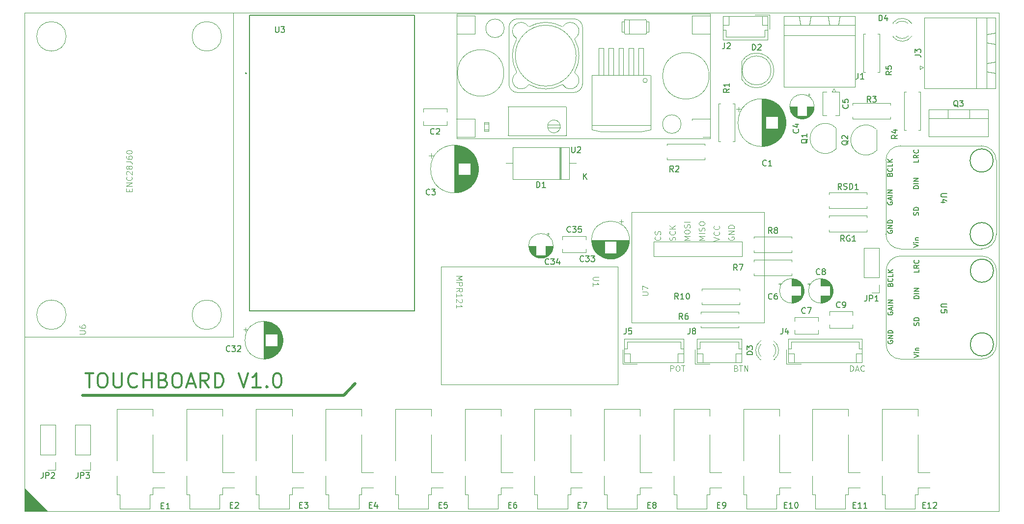
<source format=gbr>
%TF.GenerationSoftware,KiCad,Pcbnew,8.0.4*%
%TF.CreationDate,2024-10-15T19:25:35-05:00*%
%TF.ProjectId,touchboard,746f7563-6862-46f6-9172-642e6b696361,rev?*%
%TF.SameCoordinates,Original*%
%TF.FileFunction,Legend,Top*%
%TF.FilePolarity,Positive*%
%FSLAX46Y46*%
G04 Gerber Fmt 4.6, Leading zero omitted, Abs format (unit mm)*
G04 Created by KiCad (PCBNEW 8.0.4) date 2024-10-15 19:25:35*
%MOMM*%
%LPD*%
G01*
G04 APERTURE LIST*
%ADD10C,0.100000*%
%ADD11C,0.500000*%
%ADD12C,0.312500*%
%ADD13C,0.150000*%
%ADD14C,0.152400*%
%ADD15C,0.120000*%
%ADD16C,0.127000*%
%ADD17C,0.200000*%
%ADD18C,0.050000*%
%ADD19C,0.203200*%
G04 APERTURE END LIST*
D10*
X46000000Y-129000000D02*
X42000000Y-129000000D01*
X42000000Y-125000000D01*
X46000000Y-129000000D01*
G36*
X46000000Y-129000000D02*
G01*
X42000000Y-129000000D01*
X42000000Y-125000000D01*
X46000000Y-129000000D01*
G37*
X42000000Y-43060000D02*
X210000000Y-43060000D01*
X210000000Y-129000000D01*
X42000000Y-129000000D01*
X42000000Y-43060000D01*
D11*
X97000000Y-109000000D02*
X99000000Y-107000000D01*
X52000000Y-109000000D02*
X97000000Y-109000000D01*
D10*
X184303884Y-104872419D02*
X184303884Y-103872419D01*
X184303884Y-103872419D02*
X184541979Y-103872419D01*
X184541979Y-103872419D02*
X184684836Y-103920038D01*
X184684836Y-103920038D02*
X184780074Y-104015276D01*
X184780074Y-104015276D02*
X184827693Y-104110514D01*
X184827693Y-104110514D02*
X184875312Y-104300990D01*
X184875312Y-104300990D02*
X184875312Y-104443847D01*
X184875312Y-104443847D02*
X184827693Y-104634323D01*
X184827693Y-104634323D02*
X184780074Y-104729561D01*
X184780074Y-104729561D02*
X184684836Y-104824800D01*
X184684836Y-104824800D02*
X184541979Y-104872419D01*
X184541979Y-104872419D02*
X184303884Y-104872419D01*
X185256265Y-104586704D02*
X185732455Y-104586704D01*
X185161027Y-104872419D02*
X185494360Y-103872419D01*
X185494360Y-103872419D02*
X185827693Y-104872419D01*
X186732455Y-104777180D02*
X186684836Y-104824800D01*
X186684836Y-104824800D02*
X186541979Y-104872419D01*
X186541979Y-104872419D02*
X186446741Y-104872419D01*
X186446741Y-104872419D02*
X186303884Y-104824800D01*
X186303884Y-104824800D02*
X186208646Y-104729561D01*
X186208646Y-104729561D02*
X186161027Y-104634323D01*
X186161027Y-104634323D02*
X186113408Y-104443847D01*
X186113408Y-104443847D02*
X186113408Y-104300990D01*
X186113408Y-104300990D02*
X186161027Y-104110514D01*
X186161027Y-104110514D02*
X186208646Y-104015276D01*
X186208646Y-104015276D02*
X186303884Y-103920038D01*
X186303884Y-103920038D02*
X186446741Y-103872419D01*
X186446741Y-103872419D02*
X186541979Y-103872419D01*
X186541979Y-103872419D02*
X186684836Y-103920038D01*
X186684836Y-103920038D02*
X186732455Y-103967657D01*
X153303884Y-104872419D02*
X153303884Y-103872419D01*
X153303884Y-103872419D02*
X153684836Y-103872419D01*
X153684836Y-103872419D02*
X153780074Y-103920038D01*
X153780074Y-103920038D02*
X153827693Y-103967657D01*
X153827693Y-103967657D02*
X153875312Y-104062895D01*
X153875312Y-104062895D02*
X153875312Y-104205752D01*
X153875312Y-104205752D02*
X153827693Y-104300990D01*
X153827693Y-104300990D02*
X153780074Y-104348609D01*
X153780074Y-104348609D02*
X153684836Y-104396228D01*
X153684836Y-104396228D02*
X153303884Y-104396228D01*
X154494360Y-103872419D02*
X154684836Y-103872419D01*
X154684836Y-103872419D02*
X154780074Y-103920038D01*
X154780074Y-103920038D02*
X154875312Y-104015276D01*
X154875312Y-104015276D02*
X154922931Y-104205752D01*
X154922931Y-104205752D02*
X154922931Y-104539085D01*
X154922931Y-104539085D02*
X154875312Y-104729561D01*
X154875312Y-104729561D02*
X154780074Y-104824800D01*
X154780074Y-104824800D02*
X154684836Y-104872419D01*
X154684836Y-104872419D02*
X154494360Y-104872419D01*
X154494360Y-104872419D02*
X154399122Y-104824800D01*
X154399122Y-104824800D02*
X154303884Y-104729561D01*
X154303884Y-104729561D02*
X154256265Y-104539085D01*
X154256265Y-104539085D02*
X154256265Y-104205752D01*
X154256265Y-104205752D02*
X154303884Y-104015276D01*
X154303884Y-104015276D02*
X154399122Y-103920038D01*
X154399122Y-103920038D02*
X154494360Y-103872419D01*
X155208646Y-103872419D02*
X155780074Y-103872419D01*
X155494360Y-104872419D02*
X155494360Y-103872419D01*
D12*
X52443687Y-105177797D02*
X53872258Y-105177797D01*
X53157972Y-107677797D02*
X53157972Y-105177797D01*
X55181782Y-105177797D02*
X55657973Y-105177797D01*
X55657973Y-105177797D02*
X55896068Y-105296845D01*
X55896068Y-105296845D02*
X56134163Y-105534940D01*
X56134163Y-105534940D02*
X56253211Y-106011130D01*
X56253211Y-106011130D02*
X56253211Y-106844464D01*
X56253211Y-106844464D02*
X56134163Y-107320654D01*
X56134163Y-107320654D02*
X55896068Y-107558750D01*
X55896068Y-107558750D02*
X55657973Y-107677797D01*
X55657973Y-107677797D02*
X55181782Y-107677797D01*
X55181782Y-107677797D02*
X54943687Y-107558750D01*
X54943687Y-107558750D02*
X54705592Y-107320654D01*
X54705592Y-107320654D02*
X54586544Y-106844464D01*
X54586544Y-106844464D02*
X54586544Y-106011130D01*
X54586544Y-106011130D02*
X54705592Y-105534940D01*
X54705592Y-105534940D02*
X54943687Y-105296845D01*
X54943687Y-105296845D02*
X55181782Y-105177797D01*
X57324640Y-105177797D02*
X57324640Y-107201607D01*
X57324640Y-107201607D02*
X57443687Y-107439702D01*
X57443687Y-107439702D02*
X57562735Y-107558750D01*
X57562735Y-107558750D02*
X57800830Y-107677797D01*
X57800830Y-107677797D02*
X58277021Y-107677797D01*
X58277021Y-107677797D02*
X58515116Y-107558750D01*
X58515116Y-107558750D02*
X58634163Y-107439702D01*
X58634163Y-107439702D02*
X58753211Y-107201607D01*
X58753211Y-107201607D02*
X58753211Y-105177797D01*
X61372259Y-107439702D02*
X61253211Y-107558750D01*
X61253211Y-107558750D02*
X60896069Y-107677797D01*
X60896069Y-107677797D02*
X60657973Y-107677797D01*
X60657973Y-107677797D02*
X60300830Y-107558750D01*
X60300830Y-107558750D02*
X60062735Y-107320654D01*
X60062735Y-107320654D02*
X59943688Y-107082559D01*
X59943688Y-107082559D02*
X59824640Y-106606369D01*
X59824640Y-106606369D02*
X59824640Y-106249226D01*
X59824640Y-106249226D02*
X59943688Y-105773035D01*
X59943688Y-105773035D02*
X60062735Y-105534940D01*
X60062735Y-105534940D02*
X60300830Y-105296845D01*
X60300830Y-105296845D02*
X60657973Y-105177797D01*
X60657973Y-105177797D02*
X60896069Y-105177797D01*
X60896069Y-105177797D02*
X61253211Y-105296845D01*
X61253211Y-105296845D02*
X61372259Y-105415892D01*
X62443688Y-107677797D02*
X62443688Y-105177797D01*
X62443688Y-106368273D02*
X63872259Y-106368273D01*
X63872259Y-107677797D02*
X63872259Y-105177797D01*
X65896069Y-106368273D02*
X66253212Y-106487321D01*
X66253212Y-106487321D02*
X66372259Y-106606369D01*
X66372259Y-106606369D02*
X66491307Y-106844464D01*
X66491307Y-106844464D02*
X66491307Y-107201607D01*
X66491307Y-107201607D02*
X66372259Y-107439702D01*
X66372259Y-107439702D02*
X66253212Y-107558750D01*
X66253212Y-107558750D02*
X66015117Y-107677797D01*
X66015117Y-107677797D02*
X65062736Y-107677797D01*
X65062736Y-107677797D02*
X65062736Y-105177797D01*
X65062736Y-105177797D02*
X65896069Y-105177797D01*
X65896069Y-105177797D02*
X66134164Y-105296845D01*
X66134164Y-105296845D02*
X66253212Y-105415892D01*
X66253212Y-105415892D02*
X66372259Y-105653988D01*
X66372259Y-105653988D02*
X66372259Y-105892083D01*
X66372259Y-105892083D02*
X66253212Y-106130178D01*
X66253212Y-106130178D02*
X66134164Y-106249226D01*
X66134164Y-106249226D02*
X65896069Y-106368273D01*
X65896069Y-106368273D02*
X65062736Y-106368273D01*
X68038926Y-105177797D02*
X68515117Y-105177797D01*
X68515117Y-105177797D02*
X68753212Y-105296845D01*
X68753212Y-105296845D02*
X68991307Y-105534940D01*
X68991307Y-105534940D02*
X69110355Y-106011130D01*
X69110355Y-106011130D02*
X69110355Y-106844464D01*
X69110355Y-106844464D02*
X68991307Y-107320654D01*
X68991307Y-107320654D02*
X68753212Y-107558750D01*
X68753212Y-107558750D02*
X68515117Y-107677797D01*
X68515117Y-107677797D02*
X68038926Y-107677797D01*
X68038926Y-107677797D02*
X67800831Y-107558750D01*
X67800831Y-107558750D02*
X67562736Y-107320654D01*
X67562736Y-107320654D02*
X67443688Y-106844464D01*
X67443688Y-106844464D02*
X67443688Y-106011130D01*
X67443688Y-106011130D02*
X67562736Y-105534940D01*
X67562736Y-105534940D02*
X67800831Y-105296845D01*
X67800831Y-105296845D02*
X68038926Y-105177797D01*
X70062736Y-106963511D02*
X71253212Y-106963511D01*
X69824641Y-107677797D02*
X70657974Y-105177797D01*
X70657974Y-105177797D02*
X71491307Y-107677797D01*
X73753212Y-107677797D02*
X72919879Y-106487321D01*
X72324641Y-107677797D02*
X72324641Y-105177797D01*
X72324641Y-105177797D02*
X73277022Y-105177797D01*
X73277022Y-105177797D02*
X73515117Y-105296845D01*
X73515117Y-105296845D02*
X73634164Y-105415892D01*
X73634164Y-105415892D02*
X73753212Y-105653988D01*
X73753212Y-105653988D02*
X73753212Y-106011130D01*
X73753212Y-106011130D02*
X73634164Y-106249226D01*
X73634164Y-106249226D02*
X73515117Y-106368273D01*
X73515117Y-106368273D02*
X73277022Y-106487321D01*
X73277022Y-106487321D02*
X72324641Y-106487321D01*
X74824641Y-107677797D02*
X74824641Y-105177797D01*
X74824641Y-105177797D02*
X75419879Y-105177797D01*
X75419879Y-105177797D02*
X75777022Y-105296845D01*
X75777022Y-105296845D02*
X76015117Y-105534940D01*
X76015117Y-105534940D02*
X76134164Y-105773035D01*
X76134164Y-105773035D02*
X76253212Y-106249226D01*
X76253212Y-106249226D02*
X76253212Y-106606369D01*
X76253212Y-106606369D02*
X76134164Y-107082559D01*
X76134164Y-107082559D02*
X76015117Y-107320654D01*
X76015117Y-107320654D02*
X75777022Y-107558750D01*
X75777022Y-107558750D02*
X75419879Y-107677797D01*
X75419879Y-107677797D02*
X74824641Y-107677797D01*
X78872260Y-105177797D02*
X79705593Y-107677797D01*
X79705593Y-107677797D02*
X80538926Y-105177797D01*
X82681783Y-107677797D02*
X81253212Y-107677797D01*
X81967498Y-107677797D02*
X81967498Y-105177797D01*
X81967498Y-105177797D02*
X81729402Y-105534940D01*
X81729402Y-105534940D02*
X81491307Y-105773035D01*
X81491307Y-105773035D02*
X81253212Y-105892083D01*
X83753212Y-107439702D02*
X83872259Y-107558750D01*
X83872259Y-107558750D02*
X83753212Y-107677797D01*
X83753212Y-107677797D02*
X83634164Y-107558750D01*
X83634164Y-107558750D02*
X83753212Y-107439702D01*
X83753212Y-107439702D02*
X83753212Y-107677797D01*
X85419878Y-105177797D02*
X85657973Y-105177797D01*
X85657973Y-105177797D02*
X85896069Y-105296845D01*
X85896069Y-105296845D02*
X86015116Y-105415892D01*
X86015116Y-105415892D02*
X86134164Y-105653988D01*
X86134164Y-105653988D02*
X86253211Y-106130178D01*
X86253211Y-106130178D02*
X86253211Y-106725416D01*
X86253211Y-106725416D02*
X86134164Y-107201607D01*
X86134164Y-107201607D02*
X86015116Y-107439702D01*
X86015116Y-107439702D02*
X85896069Y-107558750D01*
X85896069Y-107558750D02*
X85657973Y-107677797D01*
X85657973Y-107677797D02*
X85419878Y-107677797D01*
X85419878Y-107677797D02*
X85181783Y-107558750D01*
X85181783Y-107558750D02*
X85062735Y-107439702D01*
X85062735Y-107439702D02*
X84943688Y-107201607D01*
X84943688Y-107201607D02*
X84824640Y-106725416D01*
X84824640Y-106725416D02*
X84824640Y-106130178D01*
X84824640Y-106130178D02*
X84943688Y-105653988D01*
X84943688Y-105653988D02*
X85062735Y-105415892D01*
X85062735Y-105415892D02*
X85181783Y-105296845D01*
X85181783Y-105296845D02*
X85419878Y-105177797D01*
D10*
X164637217Y-104348609D02*
X164780074Y-104396228D01*
X164780074Y-104396228D02*
X164827693Y-104443847D01*
X164827693Y-104443847D02*
X164875312Y-104539085D01*
X164875312Y-104539085D02*
X164875312Y-104681942D01*
X164875312Y-104681942D02*
X164827693Y-104777180D01*
X164827693Y-104777180D02*
X164780074Y-104824800D01*
X164780074Y-104824800D02*
X164684836Y-104872419D01*
X164684836Y-104872419D02*
X164303884Y-104872419D01*
X164303884Y-104872419D02*
X164303884Y-103872419D01*
X164303884Y-103872419D02*
X164637217Y-103872419D01*
X164637217Y-103872419D02*
X164732455Y-103920038D01*
X164732455Y-103920038D02*
X164780074Y-103967657D01*
X164780074Y-103967657D02*
X164827693Y-104062895D01*
X164827693Y-104062895D02*
X164827693Y-104158133D01*
X164827693Y-104158133D02*
X164780074Y-104253371D01*
X164780074Y-104253371D02*
X164732455Y-104300990D01*
X164732455Y-104300990D02*
X164637217Y-104348609D01*
X164637217Y-104348609D02*
X164303884Y-104348609D01*
X165161027Y-103872419D02*
X165732455Y-103872419D01*
X165446741Y-104872419D02*
X165446741Y-103872419D01*
X166065789Y-104872419D02*
X166065789Y-103872419D01*
X166065789Y-103872419D02*
X166637217Y-104872419D01*
X166637217Y-104872419D02*
X166637217Y-103872419D01*
X140972580Y-88618095D02*
X140163057Y-88618095D01*
X140163057Y-88618095D02*
X140067819Y-88665714D01*
X140067819Y-88665714D02*
X140020200Y-88713333D01*
X140020200Y-88713333D02*
X139972580Y-88808571D01*
X139972580Y-88808571D02*
X139972580Y-88999047D01*
X139972580Y-88999047D02*
X140020200Y-89094285D01*
X140020200Y-89094285D02*
X140067819Y-89141904D01*
X140067819Y-89141904D02*
X140163057Y-89189523D01*
X140163057Y-89189523D02*
X140972580Y-89189523D01*
X139972580Y-90189523D02*
X139972580Y-89618095D01*
X139972580Y-89903809D02*
X140972580Y-89903809D01*
X140972580Y-89903809D02*
X140829723Y-89808571D01*
X140829723Y-89808571D02*
X140734485Y-89713333D01*
X140734485Y-89713333D02*
X140686866Y-89618095D01*
X116427580Y-88413884D02*
X117427580Y-88413884D01*
X117427580Y-88413884D02*
X116713295Y-88747217D01*
X116713295Y-88747217D02*
X117427580Y-89080550D01*
X117427580Y-89080550D02*
X116427580Y-89080550D01*
X116427580Y-89556741D02*
X117427580Y-89556741D01*
X117427580Y-89556741D02*
X117427580Y-89937693D01*
X117427580Y-89937693D02*
X117379961Y-90032931D01*
X117379961Y-90032931D02*
X117332342Y-90080550D01*
X117332342Y-90080550D02*
X117237104Y-90128169D01*
X117237104Y-90128169D02*
X117094247Y-90128169D01*
X117094247Y-90128169D02*
X116999009Y-90080550D01*
X116999009Y-90080550D02*
X116951390Y-90032931D01*
X116951390Y-90032931D02*
X116903771Y-89937693D01*
X116903771Y-89937693D02*
X116903771Y-89556741D01*
X116427580Y-91128169D02*
X116903771Y-90794836D01*
X116427580Y-90556741D02*
X117427580Y-90556741D01*
X117427580Y-90556741D02*
X117427580Y-90937693D01*
X117427580Y-90937693D02*
X117379961Y-91032931D01*
X117379961Y-91032931D02*
X117332342Y-91080550D01*
X117332342Y-91080550D02*
X117237104Y-91128169D01*
X117237104Y-91128169D02*
X117094247Y-91128169D01*
X117094247Y-91128169D02*
X116999009Y-91080550D01*
X116999009Y-91080550D02*
X116951390Y-91032931D01*
X116951390Y-91032931D02*
X116903771Y-90937693D01*
X116903771Y-90937693D02*
X116903771Y-90556741D01*
X116427580Y-92080550D02*
X116427580Y-91509122D01*
X116427580Y-91794836D02*
X117427580Y-91794836D01*
X117427580Y-91794836D02*
X117284723Y-91699598D01*
X117284723Y-91699598D02*
X117189485Y-91604360D01*
X117189485Y-91604360D02*
X117141866Y-91509122D01*
X117332342Y-92461503D02*
X117379961Y-92509122D01*
X117379961Y-92509122D02*
X117427580Y-92604360D01*
X117427580Y-92604360D02*
X117427580Y-92842455D01*
X117427580Y-92842455D02*
X117379961Y-92937693D01*
X117379961Y-92937693D02*
X117332342Y-92985312D01*
X117332342Y-92985312D02*
X117237104Y-93032931D01*
X117237104Y-93032931D02*
X117141866Y-93032931D01*
X117141866Y-93032931D02*
X116999009Y-92985312D01*
X116999009Y-92985312D02*
X116427580Y-92413884D01*
X116427580Y-92413884D02*
X116427580Y-93032931D01*
X116427580Y-93985312D02*
X116427580Y-93413884D01*
X116427580Y-93699598D02*
X117427580Y-93699598D01*
X117427580Y-93699598D02*
X117284723Y-93604360D01*
X117284723Y-93604360D02*
X117189485Y-93509122D01*
X117189485Y-93509122D02*
X117141866Y-93413884D01*
D13*
X187833333Y-58454819D02*
X187500000Y-57978628D01*
X187261905Y-58454819D02*
X187261905Y-57454819D01*
X187261905Y-57454819D02*
X187642857Y-57454819D01*
X187642857Y-57454819D02*
X187738095Y-57502438D01*
X187738095Y-57502438D02*
X187785714Y-57550057D01*
X187785714Y-57550057D02*
X187833333Y-57645295D01*
X187833333Y-57645295D02*
X187833333Y-57788152D01*
X187833333Y-57788152D02*
X187785714Y-57883390D01*
X187785714Y-57883390D02*
X187738095Y-57931009D01*
X187738095Y-57931009D02*
X187642857Y-57978628D01*
X187642857Y-57978628D02*
X187261905Y-57978628D01*
X188166667Y-57454819D02*
X188785714Y-57454819D01*
X188785714Y-57454819D02*
X188452381Y-57835771D01*
X188452381Y-57835771D02*
X188595238Y-57835771D01*
X188595238Y-57835771D02*
X188690476Y-57883390D01*
X188690476Y-57883390D02*
X188738095Y-57931009D01*
X188738095Y-57931009D02*
X188785714Y-58026247D01*
X188785714Y-58026247D02*
X188785714Y-58264342D01*
X188785714Y-58264342D02*
X188738095Y-58359580D01*
X188738095Y-58359580D02*
X188690476Y-58407200D01*
X188690476Y-58407200D02*
X188595238Y-58454819D01*
X188595238Y-58454819D02*
X188309524Y-58454819D01*
X188309524Y-58454819D02*
X188214286Y-58407200D01*
X188214286Y-58407200D02*
X188166667Y-58359580D01*
X175359580Y-63166666D02*
X175407200Y-63214285D01*
X175407200Y-63214285D02*
X175454819Y-63357142D01*
X175454819Y-63357142D02*
X175454819Y-63452380D01*
X175454819Y-63452380D02*
X175407200Y-63595237D01*
X175407200Y-63595237D02*
X175311961Y-63690475D01*
X175311961Y-63690475D02*
X175216723Y-63738094D01*
X175216723Y-63738094D02*
X175026247Y-63785713D01*
X175026247Y-63785713D02*
X174883390Y-63785713D01*
X174883390Y-63785713D02*
X174692914Y-63738094D01*
X174692914Y-63738094D02*
X174597676Y-63690475D01*
X174597676Y-63690475D02*
X174502438Y-63595237D01*
X174502438Y-63595237D02*
X174454819Y-63452380D01*
X174454819Y-63452380D02*
X174454819Y-63357142D01*
X174454819Y-63357142D02*
X174502438Y-63214285D01*
X174502438Y-63214285D02*
X174550057Y-63166666D01*
X174788152Y-62309523D02*
X175454819Y-62309523D01*
X174407200Y-62547618D02*
X175121485Y-62785713D01*
X175121485Y-62785713D02*
X175121485Y-62166666D01*
X136107142Y-80809580D02*
X136059523Y-80857200D01*
X136059523Y-80857200D02*
X135916666Y-80904819D01*
X135916666Y-80904819D02*
X135821428Y-80904819D01*
X135821428Y-80904819D02*
X135678571Y-80857200D01*
X135678571Y-80857200D02*
X135583333Y-80761961D01*
X135583333Y-80761961D02*
X135535714Y-80666723D01*
X135535714Y-80666723D02*
X135488095Y-80476247D01*
X135488095Y-80476247D02*
X135488095Y-80333390D01*
X135488095Y-80333390D02*
X135535714Y-80142914D01*
X135535714Y-80142914D02*
X135583333Y-80047676D01*
X135583333Y-80047676D02*
X135678571Y-79952438D01*
X135678571Y-79952438D02*
X135821428Y-79904819D01*
X135821428Y-79904819D02*
X135916666Y-79904819D01*
X135916666Y-79904819D02*
X136059523Y-79952438D01*
X136059523Y-79952438D02*
X136107142Y-80000057D01*
X136440476Y-79904819D02*
X137059523Y-79904819D01*
X137059523Y-79904819D02*
X136726190Y-80285771D01*
X136726190Y-80285771D02*
X136869047Y-80285771D01*
X136869047Y-80285771D02*
X136964285Y-80333390D01*
X136964285Y-80333390D02*
X137011904Y-80381009D01*
X137011904Y-80381009D02*
X137059523Y-80476247D01*
X137059523Y-80476247D02*
X137059523Y-80714342D01*
X137059523Y-80714342D02*
X137011904Y-80809580D01*
X137011904Y-80809580D02*
X136964285Y-80857200D01*
X136964285Y-80857200D02*
X136869047Y-80904819D01*
X136869047Y-80904819D02*
X136583333Y-80904819D01*
X136583333Y-80904819D02*
X136488095Y-80857200D01*
X136488095Y-80857200D02*
X136440476Y-80809580D01*
X137964285Y-79904819D02*
X137488095Y-79904819D01*
X137488095Y-79904819D02*
X137440476Y-80381009D01*
X137440476Y-80381009D02*
X137488095Y-80333390D01*
X137488095Y-80333390D02*
X137583333Y-80285771D01*
X137583333Y-80285771D02*
X137821428Y-80285771D01*
X137821428Y-80285771D02*
X137916666Y-80333390D01*
X137916666Y-80333390D02*
X137964285Y-80381009D01*
X137964285Y-80381009D02*
X138011904Y-80476247D01*
X138011904Y-80476247D02*
X138011904Y-80714342D01*
X138011904Y-80714342D02*
X137964285Y-80809580D01*
X137964285Y-80809580D02*
X137916666Y-80857200D01*
X137916666Y-80857200D02*
X137821428Y-80904819D01*
X137821428Y-80904819D02*
X137583333Y-80904819D01*
X137583333Y-80904819D02*
X137488095Y-80857200D01*
X137488095Y-80857200D02*
X137440476Y-80809580D01*
X202904761Y-59280057D02*
X202809523Y-59232438D01*
X202809523Y-59232438D02*
X202714285Y-59137200D01*
X202714285Y-59137200D02*
X202571428Y-58994342D01*
X202571428Y-58994342D02*
X202476190Y-58946723D01*
X202476190Y-58946723D02*
X202380952Y-58946723D01*
X202428571Y-59184819D02*
X202333333Y-59137200D01*
X202333333Y-59137200D02*
X202238095Y-59041961D01*
X202238095Y-59041961D02*
X202190476Y-58851485D01*
X202190476Y-58851485D02*
X202190476Y-58518152D01*
X202190476Y-58518152D02*
X202238095Y-58327676D01*
X202238095Y-58327676D02*
X202333333Y-58232438D01*
X202333333Y-58232438D02*
X202428571Y-58184819D01*
X202428571Y-58184819D02*
X202619047Y-58184819D01*
X202619047Y-58184819D02*
X202714285Y-58232438D01*
X202714285Y-58232438D02*
X202809523Y-58327676D01*
X202809523Y-58327676D02*
X202857142Y-58518152D01*
X202857142Y-58518152D02*
X202857142Y-58851485D01*
X202857142Y-58851485D02*
X202809523Y-59041961D01*
X202809523Y-59041961D02*
X202714285Y-59137200D01*
X202714285Y-59137200D02*
X202619047Y-59184819D01*
X202619047Y-59184819D02*
X202428571Y-59184819D01*
X203190476Y-58184819D02*
X203809523Y-58184819D01*
X203809523Y-58184819D02*
X203476190Y-58565771D01*
X203476190Y-58565771D02*
X203619047Y-58565771D01*
X203619047Y-58565771D02*
X203714285Y-58613390D01*
X203714285Y-58613390D02*
X203761904Y-58661009D01*
X203761904Y-58661009D02*
X203809523Y-58756247D01*
X203809523Y-58756247D02*
X203809523Y-58994342D01*
X203809523Y-58994342D02*
X203761904Y-59089580D01*
X203761904Y-59089580D02*
X203714285Y-59137200D01*
X203714285Y-59137200D02*
X203619047Y-59184819D01*
X203619047Y-59184819D02*
X203333333Y-59184819D01*
X203333333Y-59184819D02*
X203238095Y-59137200D01*
X203238095Y-59137200D02*
X203190476Y-59089580D01*
X179083333Y-88109580D02*
X179035714Y-88157200D01*
X179035714Y-88157200D02*
X178892857Y-88204819D01*
X178892857Y-88204819D02*
X178797619Y-88204819D01*
X178797619Y-88204819D02*
X178654762Y-88157200D01*
X178654762Y-88157200D02*
X178559524Y-88061961D01*
X178559524Y-88061961D02*
X178511905Y-87966723D01*
X178511905Y-87966723D02*
X178464286Y-87776247D01*
X178464286Y-87776247D02*
X178464286Y-87633390D01*
X178464286Y-87633390D02*
X178511905Y-87442914D01*
X178511905Y-87442914D02*
X178559524Y-87347676D01*
X178559524Y-87347676D02*
X178654762Y-87252438D01*
X178654762Y-87252438D02*
X178797619Y-87204819D01*
X178797619Y-87204819D02*
X178892857Y-87204819D01*
X178892857Y-87204819D02*
X179035714Y-87252438D01*
X179035714Y-87252438D02*
X179083333Y-87300057D01*
X179654762Y-87633390D02*
X179559524Y-87585771D01*
X179559524Y-87585771D02*
X179511905Y-87538152D01*
X179511905Y-87538152D02*
X179464286Y-87442914D01*
X179464286Y-87442914D02*
X179464286Y-87395295D01*
X179464286Y-87395295D02*
X179511905Y-87300057D01*
X179511905Y-87300057D02*
X179559524Y-87252438D01*
X179559524Y-87252438D02*
X179654762Y-87204819D01*
X179654762Y-87204819D02*
X179845238Y-87204819D01*
X179845238Y-87204819D02*
X179940476Y-87252438D01*
X179940476Y-87252438D02*
X179988095Y-87300057D01*
X179988095Y-87300057D02*
X180035714Y-87395295D01*
X180035714Y-87395295D02*
X180035714Y-87442914D01*
X180035714Y-87442914D02*
X179988095Y-87538152D01*
X179988095Y-87538152D02*
X179940476Y-87585771D01*
X179940476Y-87585771D02*
X179845238Y-87633390D01*
X179845238Y-87633390D02*
X179654762Y-87633390D01*
X179654762Y-87633390D02*
X179559524Y-87681009D01*
X179559524Y-87681009D02*
X179511905Y-87728628D01*
X179511905Y-87728628D02*
X179464286Y-87823866D01*
X179464286Y-87823866D02*
X179464286Y-88014342D01*
X179464286Y-88014342D02*
X179511905Y-88109580D01*
X179511905Y-88109580D02*
X179559524Y-88157200D01*
X179559524Y-88157200D02*
X179654762Y-88204819D01*
X179654762Y-88204819D02*
X179845238Y-88204819D01*
X179845238Y-88204819D02*
X179940476Y-88157200D01*
X179940476Y-88157200D02*
X179988095Y-88109580D01*
X179988095Y-88109580D02*
X180035714Y-88014342D01*
X180035714Y-88014342D02*
X180035714Y-87823866D01*
X180035714Y-87823866D02*
X179988095Y-87728628D01*
X179988095Y-87728628D02*
X179940476Y-87681009D01*
X179940476Y-87681009D02*
X179845238Y-87633390D01*
X163454819Y-56166666D02*
X162978628Y-56499999D01*
X163454819Y-56738094D02*
X162454819Y-56738094D01*
X162454819Y-56738094D02*
X162454819Y-56357142D01*
X162454819Y-56357142D02*
X162502438Y-56261904D01*
X162502438Y-56261904D02*
X162550057Y-56214285D01*
X162550057Y-56214285D02*
X162645295Y-56166666D01*
X162645295Y-56166666D02*
X162788152Y-56166666D01*
X162788152Y-56166666D02*
X162883390Y-56214285D01*
X162883390Y-56214285D02*
X162931009Y-56261904D01*
X162931009Y-56261904D02*
X162978628Y-56357142D01*
X162978628Y-56357142D02*
X162978628Y-56738094D01*
X163454819Y-55214285D02*
X163454819Y-55785713D01*
X163454819Y-55499999D02*
X162454819Y-55499999D01*
X162454819Y-55499999D02*
X162597676Y-55595237D01*
X162597676Y-55595237D02*
X162692914Y-55690475D01*
X162692914Y-55690475D02*
X162740533Y-55785713D01*
X169833333Y-69359580D02*
X169785714Y-69407200D01*
X169785714Y-69407200D02*
X169642857Y-69454819D01*
X169642857Y-69454819D02*
X169547619Y-69454819D01*
X169547619Y-69454819D02*
X169404762Y-69407200D01*
X169404762Y-69407200D02*
X169309524Y-69311961D01*
X169309524Y-69311961D02*
X169261905Y-69216723D01*
X169261905Y-69216723D02*
X169214286Y-69026247D01*
X169214286Y-69026247D02*
X169214286Y-68883390D01*
X169214286Y-68883390D02*
X169261905Y-68692914D01*
X169261905Y-68692914D02*
X169309524Y-68597676D01*
X169309524Y-68597676D02*
X169404762Y-68502438D01*
X169404762Y-68502438D02*
X169547619Y-68454819D01*
X169547619Y-68454819D02*
X169642857Y-68454819D01*
X169642857Y-68454819D02*
X169785714Y-68502438D01*
X169785714Y-68502438D02*
X169833333Y-68550057D01*
X170785714Y-69454819D02*
X170214286Y-69454819D01*
X170500000Y-69454819D02*
X170500000Y-68454819D01*
X170500000Y-68454819D02*
X170404762Y-68597676D01*
X170404762Y-68597676D02*
X170309524Y-68692914D01*
X170309524Y-68692914D02*
X170214286Y-68740533D01*
X183286333Y-82454819D02*
X182953000Y-81978628D01*
X182714905Y-82454819D02*
X182714905Y-81454819D01*
X182714905Y-81454819D02*
X183095857Y-81454819D01*
X183095857Y-81454819D02*
X183191095Y-81502438D01*
X183191095Y-81502438D02*
X183238714Y-81550057D01*
X183238714Y-81550057D02*
X183286333Y-81645295D01*
X183286333Y-81645295D02*
X183286333Y-81788152D01*
X183286333Y-81788152D02*
X183238714Y-81883390D01*
X183238714Y-81883390D02*
X183191095Y-81931009D01*
X183191095Y-81931009D02*
X183095857Y-81978628D01*
X183095857Y-81978628D02*
X182714905Y-81978628D01*
X184238714Y-81502438D02*
X184143476Y-81454819D01*
X184143476Y-81454819D02*
X184000619Y-81454819D01*
X184000619Y-81454819D02*
X183857762Y-81502438D01*
X183857762Y-81502438D02*
X183762524Y-81597676D01*
X183762524Y-81597676D02*
X183714905Y-81692914D01*
X183714905Y-81692914D02*
X183667286Y-81883390D01*
X183667286Y-81883390D02*
X183667286Y-82026247D01*
X183667286Y-82026247D02*
X183714905Y-82216723D01*
X183714905Y-82216723D02*
X183762524Y-82311961D01*
X183762524Y-82311961D02*
X183857762Y-82407200D01*
X183857762Y-82407200D02*
X184000619Y-82454819D01*
X184000619Y-82454819D02*
X184095857Y-82454819D01*
X184095857Y-82454819D02*
X184238714Y-82407200D01*
X184238714Y-82407200D02*
X184286333Y-82359580D01*
X184286333Y-82359580D02*
X184286333Y-82026247D01*
X184286333Y-82026247D02*
X184095857Y-82026247D01*
X185238714Y-82454819D02*
X184667286Y-82454819D01*
X184953000Y-82454819D02*
X184953000Y-81454819D01*
X184953000Y-81454819D02*
X184857762Y-81597676D01*
X184857762Y-81597676D02*
X184762524Y-81692914D01*
X184762524Y-81692914D02*
X184667286Y-81740533D01*
X138357142Y-85859580D02*
X138309523Y-85907200D01*
X138309523Y-85907200D02*
X138166666Y-85954819D01*
X138166666Y-85954819D02*
X138071428Y-85954819D01*
X138071428Y-85954819D02*
X137928571Y-85907200D01*
X137928571Y-85907200D02*
X137833333Y-85811961D01*
X137833333Y-85811961D02*
X137785714Y-85716723D01*
X137785714Y-85716723D02*
X137738095Y-85526247D01*
X137738095Y-85526247D02*
X137738095Y-85383390D01*
X137738095Y-85383390D02*
X137785714Y-85192914D01*
X137785714Y-85192914D02*
X137833333Y-85097676D01*
X137833333Y-85097676D02*
X137928571Y-85002438D01*
X137928571Y-85002438D02*
X138071428Y-84954819D01*
X138071428Y-84954819D02*
X138166666Y-84954819D01*
X138166666Y-84954819D02*
X138309523Y-85002438D01*
X138309523Y-85002438D02*
X138357142Y-85050057D01*
X138690476Y-84954819D02*
X139309523Y-84954819D01*
X139309523Y-84954819D02*
X138976190Y-85335771D01*
X138976190Y-85335771D02*
X139119047Y-85335771D01*
X139119047Y-85335771D02*
X139214285Y-85383390D01*
X139214285Y-85383390D02*
X139261904Y-85431009D01*
X139261904Y-85431009D02*
X139309523Y-85526247D01*
X139309523Y-85526247D02*
X139309523Y-85764342D01*
X139309523Y-85764342D02*
X139261904Y-85859580D01*
X139261904Y-85859580D02*
X139214285Y-85907200D01*
X139214285Y-85907200D02*
X139119047Y-85954819D01*
X139119047Y-85954819D02*
X138833333Y-85954819D01*
X138833333Y-85954819D02*
X138738095Y-85907200D01*
X138738095Y-85907200D02*
X138690476Y-85859580D01*
X139642857Y-84954819D02*
X140261904Y-84954819D01*
X140261904Y-84954819D02*
X139928571Y-85335771D01*
X139928571Y-85335771D02*
X140071428Y-85335771D01*
X140071428Y-85335771D02*
X140166666Y-85383390D01*
X140166666Y-85383390D02*
X140214285Y-85431009D01*
X140214285Y-85431009D02*
X140261904Y-85526247D01*
X140261904Y-85526247D02*
X140261904Y-85764342D01*
X140261904Y-85764342D02*
X140214285Y-85859580D01*
X140214285Y-85859580D02*
X140166666Y-85907200D01*
X140166666Y-85907200D02*
X140071428Y-85954819D01*
X140071428Y-85954819D02*
X139785714Y-85954819D01*
X139785714Y-85954819D02*
X139690476Y-85907200D01*
X139690476Y-85907200D02*
X139642857Y-85859580D01*
X162666666Y-48254819D02*
X162666666Y-48969104D01*
X162666666Y-48969104D02*
X162619047Y-49111961D01*
X162619047Y-49111961D02*
X162523809Y-49207200D01*
X162523809Y-49207200D02*
X162380952Y-49254819D01*
X162380952Y-49254819D02*
X162285714Y-49254819D01*
X163095238Y-48350057D02*
X163142857Y-48302438D01*
X163142857Y-48302438D02*
X163238095Y-48254819D01*
X163238095Y-48254819D02*
X163476190Y-48254819D01*
X163476190Y-48254819D02*
X163571428Y-48302438D01*
X163571428Y-48302438D02*
X163619047Y-48350057D01*
X163619047Y-48350057D02*
X163666666Y-48445295D01*
X163666666Y-48445295D02*
X163666666Y-48540533D01*
X163666666Y-48540533D02*
X163619047Y-48683390D01*
X163619047Y-48683390D02*
X163047619Y-49254819D01*
X163047619Y-49254819D02*
X163666666Y-49254819D01*
X161429524Y-127931009D02*
X161762857Y-127931009D01*
X161905714Y-128454819D02*
X161429524Y-128454819D01*
X161429524Y-128454819D02*
X161429524Y-127454819D01*
X161429524Y-127454819D02*
X161905714Y-127454819D01*
X162381905Y-128454819D02*
X162572381Y-128454819D01*
X162572381Y-128454819D02*
X162667619Y-128407200D01*
X162667619Y-128407200D02*
X162715238Y-128359580D01*
X162715238Y-128359580D02*
X162810476Y-128216723D01*
X162810476Y-128216723D02*
X162858095Y-128026247D01*
X162858095Y-128026247D02*
X162858095Y-127645295D01*
X162858095Y-127645295D02*
X162810476Y-127550057D01*
X162810476Y-127550057D02*
X162762857Y-127502438D01*
X162762857Y-127502438D02*
X162667619Y-127454819D01*
X162667619Y-127454819D02*
X162477143Y-127454819D01*
X162477143Y-127454819D02*
X162381905Y-127502438D01*
X162381905Y-127502438D02*
X162334286Y-127550057D01*
X162334286Y-127550057D02*
X162286667Y-127645295D01*
X162286667Y-127645295D02*
X162286667Y-127883390D01*
X162286667Y-127883390D02*
X162334286Y-127978628D01*
X162334286Y-127978628D02*
X162381905Y-128026247D01*
X162381905Y-128026247D02*
X162477143Y-128073866D01*
X162477143Y-128073866D02*
X162667619Y-128073866D01*
X162667619Y-128073866D02*
X162762857Y-128026247D01*
X162762857Y-128026247D02*
X162810476Y-127978628D01*
X162810476Y-127978628D02*
X162858095Y-127883390D01*
X187166666Y-91784819D02*
X187166666Y-92499104D01*
X187166666Y-92499104D02*
X187119047Y-92641961D01*
X187119047Y-92641961D02*
X187023809Y-92737200D01*
X187023809Y-92737200D02*
X186880952Y-92784819D01*
X186880952Y-92784819D02*
X186785714Y-92784819D01*
X187642857Y-92784819D02*
X187642857Y-91784819D01*
X187642857Y-91784819D02*
X188023809Y-91784819D01*
X188023809Y-91784819D02*
X188119047Y-91832438D01*
X188119047Y-91832438D02*
X188166666Y-91880057D01*
X188166666Y-91880057D02*
X188214285Y-91975295D01*
X188214285Y-91975295D02*
X188214285Y-92118152D01*
X188214285Y-92118152D02*
X188166666Y-92213390D01*
X188166666Y-92213390D02*
X188119047Y-92261009D01*
X188119047Y-92261009D02*
X188023809Y-92308628D01*
X188023809Y-92308628D02*
X187642857Y-92308628D01*
X189166666Y-92784819D02*
X188595238Y-92784819D01*
X188880952Y-92784819D02*
X188880952Y-91784819D01*
X188880952Y-91784819D02*
X188785714Y-91927676D01*
X188785714Y-91927676D02*
X188690476Y-92022914D01*
X188690476Y-92022914D02*
X188595238Y-92070533D01*
X153833333Y-70454819D02*
X153500000Y-69978628D01*
X153261905Y-70454819D02*
X153261905Y-69454819D01*
X153261905Y-69454819D02*
X153642857Y-69454819D01*
X153642857Y-69454819D02*
X153738095Y-69502438D01*
X153738095Y-69502438D02*
X153785714Y-69550057D01*
X153785714Y-69550057D02*
X153833333Y-69645295D01*
X153833333Y-69645295D02*
X153833333Y-69788152D01*
X153833333Y-69788152D02*
X153785714Y-69883390D01*
X153785714Y-69883390D02*
X153738095Y-69931009D01*
X153738095Y-69931009D02*
X153642857Y-69978628D01*
X153642857Y-69978628D02*
X153261905Y-69978628D01*
X154214286Y-69550057D02*
X154261905Y-69502438D01*
X154261905Y-69502438D02*
X154357143Y-69454819D01*
X154357143Y-69454819D02*
X154595238Y-69454819D01*
X154595238Y-69454819D02*
X154690476Y-69502438D01*
X154690476Y-69502438D02*
X154738095Y-69550057D01*
X154738095Y-69550057D02*
X154785714Y-69645295D01*
X154785714Y-69645295D02*
X154785714Y-69740533D01*
X154785714Y-69740533D02*
X154738095Y-69883390D01*
X154738095Y-69883390D02*
X154166667Y-70454819D01*
X154166667Y-70454819D02*
X154785714Y-70454819D01*
X85238095Y-45454819D02*
X85238095Y-46264342D01*
X85238095Y-46264342D02*
X85285714Y-46359580D01*
X85285714Y-46359580D02*
X85333333Y-46407200D01*
X85333333Y-46407200D02*
X85428571Y-46454819D01*
X85428571Y-46454819D02*
X85619047Y-46454819D01*
X85619047Y-46454819D02*
X85714285Y-46407200D01*
X85714285Y-46407200D02*
X85761904Y-46359580D01*
X85761904Y-46359580D02*
X85809523Y-46264342D01*
X85809523Y-46264342D02*
X85809523Y-45454819D01*
X86190476Y-45454819D02*
X86809523Y-45454819D01*
X86809523Y-45454819D02*
X86476190Y-45835771D01*
X86476190Y-45835771D02*
X86619047Y-45835771D01*
X86619047Y-45835771D02*
X86714285Y-45883390D01*
X86714285Y-45883390D02*
X86761904Y-45931009D01*
X86761904Y-45931009D02*
X86809523Y-46026247D01*
X86809523Y-46026247D02*
X86809523Y-46264342D01*
X86809523Y-46264342D02*
X86761904Y-46359580D01*
X86761904Y-46359580D02*
X86714285Y-46407200D01*
X86714285Y-46407200D02*
X86619047Y-46454819D01*
X86619047Y-46454819D02*
X86333333Y-46454819D01*
X86333333Y-46454819D02*
X86238095Y-46407200D01*
X86238095Y-46407200D02*
X86190476Y-46359580D01*
X155436696Y-95906156D02*
X155103363Y-95429965D01*
X154865268Y-95906156D02*
X154865268Y-94906156D01*
X154865268Y-94906156D02*
X155246220Y-94906156D01*
X155246220Y-94906156D02*
X155341458Y-94953775D01*
X155341458Y-94953775D02*
X155389077Y-95001394D01*
X155389077Y-95001394D02*
X155436696Y-95096632D01*
X155436696Y-95096632D02*
X155436696Y-95239489D01*
X155436696Y-95239489D02*
X155389077Y-95334727D01*
X155389077Y-95334727D02*
X155341458Y-95382346D01*
X155341458Y-95382346D02*
X155246220Y-95429965D01*
X155246220Y-95429965D02*
X154865268Y-95429965D01*
X156293839Y-94906156D02*
X156103363Y-94906156D01*
X156103363Y-94906156D02*
X156008125Y-94953775D01*
X156008125Y-94953775D02*
X155960506Y-95001394D01*
X155960506Y-95001394D02*
X155865268Y-95144251D01*
X155865268Y-95144251D02*
X155817649Y-95334727D01*
X155817649Y-95334727D02*
X155817649Y-95715679D01*
X155817649Y-95715679D02*
X155865268Y-95810917D01*
X155865268Y-95810917D02*
X155912887Y-95858537D01*
X155912887Y-95858537D02*
X156008125Y-95906156D01*
X156008125Y-95906156D02*
X156198601Y-95906156D01*
X156198601Y-95906156D02*
X156293839Y-95858537D01*
X156293839Y-95858537D02*
X156341458Y-95810917D01*
X156341458Y-95810917D02*
X156389077Y-95715679D01*
X156389077Y-95715679D02*
X156389077Y-95477584D01*
X156389077Y-95477584D02*
X156341458Y-95382346D01*
X156341458Y-95382346D02*
X156293839Y-95334727D01*
X156293839Y-95334727D02*
X156198601Y-95287108D01*
X156198601Y-95287108D02*
X156008125Y-95287108D01*
X156008125Y-95287108D02*
X155912887Y-95334727D01*
X155912887Y-95334727D02*
X155865268Y-95382346D01*
X155865268Y-95382346D02*
X155817649Y-95477584D01*
X172666666Y-97454819D02*
X172666666Y-98169104D01*
X172666666Y-98169104D02*
X172619047Y-98311961D01*
X172619047Y-98311961D02*
X172523809Y-98407200D01*
X172523809Y-98407200D02*
X172380952Y-98454819D01*
X172380952Y-98454819D02*
X172285714Y-98454819D01*
X173571428Y-97788152D02*
X173571428Y-98454819D01*
X173333333Y-97407200D02*
X173095238Y-98121485D01*
X173095238Y-98121485D02*
X173714285Y-98121485D01*
X101429524Y-127931009D02*
X101762857Y-127931009D01*
X101905714Y-128454819D02*
X101429524Y-128454819D01*
X101429524Y-128454819D02*
X101429524Y-127454819D01*
X101429524Y-127454819D02*
X101905714Y-127454819D01*
X102762857Y-127788152D02*
X102762857Y-128454819D01*
X102524762Y-127407200D02*
X102286667Y-128121485D01*
X102286667Y-128121485D02*
X102905714Y-128121485D01*
X136288095Y-66154819D02*
X136288095Y-66964342D01*
X136288095Y-66964342D02*
X136335714Y-67059580D01*
X136335714Y-67059580D02*
X136383333Y-67107200D01*
X136383333Y-67107200D02*
X136478571Y-67154819D01*
X136478571Y-67154819D02*
X136669047Y-67154819D01*
X136669047Y-67154819D02*
X136764285Y-67107200D01*
X136764285Y-67107200D02*
X136811904Y-67059580D01*
X136811904Y-67059580D02*
X136859523Y-66964342D01*
X136859523Y-66964342D02*
X136859523Y-66154819D01*
X137288095Y-66250057D02*
X137335714Y-66202438D01*
X137335714Y-66202438D02*
X137430952Y-66154819D01*
X137430952Y-66154819D02*
X137669047Y-66154819D01*
X137669047Y-66154819D02*
X137764285Y-66202438D01*
X137764285Y-66202438D02*
X137811904Y-66250057D01*
X137811904Y-66250057D02*
X137859523Y-66345295D01*
X137859523Y-66345295D02*
X137859523Y-66440533D01*
X137859523Y-66440533D02*
X137811904Y-66583390D01*
X137811904Y-66583390D02*
X137240476Y-67154819D01*
X137240476Y-67154819D02*
X137859523Y-67154819D01*
D10*
X148457419Y-91761904D02*
X149266942Y-91761904D01*
X149266942Y-91761904D02*
X149362180Y-91714285D01*
X149362180Y-91714285D02*
X149409800Y-91666666D01*
X149409800Y-91666666D02*
X149457419Y-91571428D01*
X149457419Y-91571428D02*
X149457419Y-91380952D01*
X149457419Y-91380952D02*
X149409800Y-91285714D01*
X149409800Y-91285714D02*
X149362180Y-91238095D01*
X149362180Y-91238095D02*
X149266942Y-91190476D01*
X149266942Y-91190476D02*
X148457419Y-91190476D01*
X148457419Y-90809523D02*
X148457419Y-90142857D01*
X148457419Y-90142857D02*
X149457419Y-90571428D01*
X154114800Y-82298734D02*
X154162419Y-82155877D01*
X154162419Y-82155877D02*
X154162419Y-81917782D01*
X154162419Y-81917782D02*
X154114800Y-81822544D01*
X154114800Y-81822544D02*
X154067180Y-81774925D01*
X154067180Y-81774925D02*
X153971942Y-81727306D01*
X153971942Y-81727306D02*
X153876704Y-81727306D01*
X153876704Y-81727306D02*
X153781466Y-81774925D01*
X153781466Y-81774925D02*
X153733847Y-81822544D01*
X153733847Y-81822544D02*
X153686228Y-81917782D01*
X153686228Y-81917782D02*
X153638609Y-82108258D01*
X153638609Y-82108258D02*
X153590990Y-82203496D01*
X153590990Y-82203496D02*
X153543371Y-82251115D01*
X153543371Y-82251115D02*
X153448133Y-82298734D01*
X153448133Y-82298734D02*
X153352895Y-82298734D01*
X153352895Y-82298734D02*
X153257657Y-82251115D01*
X153257657Y-82251115D02*
X153210038Y-82203496D01*
X153210038Y-82203496D02*
X153162419Y-82108258D01*
X153162419Y-82108258D02*
X153162419Y-81870163D01*
X153162419Y-81870163D02*
X153210038Y-81727306D01*
X154067180Y-80727306D02*
X154114800Y-80774925D01*
X154114800Y-80774925D02*
X154162419Y-80917782D01*
X154162419Y-80917782D02*
X154162419Y-81013020D01*
X154162419Y-81013020D02*
X154114800Y-81155877D01*
X154114800Y-81155877D02*
X154019561Y-81251115D01*
X154019561Y-81251115D02*
X153924323Y-81298734D01*
X153924323Y-81298734D02*
X153733847Y-81346353D01*
X153733847Y-81346353D02*
X153590990Y-81346353D01*
X153590990Y-81346353D02*
X153400514Y-81298734D01*
X153400514Y-81298734D02*
X153305276Y-81251115D01*
X153305276Y-81251115D02*
X153210038Y-81155877D01*
X153210038Y-81155877D02*
X153162419Y-81013020D01*
X153162419Y-81013020D02*
X153162419Y-80917782D01*
X153162419Y-80917782D02*
X153210038Y-80774925D01*
X153210038Y-80774925D02*
X153257657Y-80727306D01*
X154162419Y-80298734D02*
X153162419Y-80298734D01*
X154162419Y-79727306D02*
X153590990Y-80155877D01*
X153162419Y-79727306D02*
X153733847Y-80298734D01*
X151527180Y-81679687D02*
X151574800Y-81727306D01*
X151574800Y-81727306D02*
X151622419Y-81870163D01*
X151622419Y-81870163D02*
X151622419Y-81965401D01*
X151622419Y-81965401D02*
X151574800Y-82108258D01*
X151574800Y-82108258D02*
X151479561Y-82203496D01*
X151479561Y-82203496D02*
X151384323Y-82251115D01*
X151384323Y-82251115D02*
X151193847Y-82298734D01*
X151193847Y-82298734D02*
X151050990Y-82298734D01*
X151050990Y-82298734D02*
X150860514Y-82251115D01*
X150860514Y-82251115D02*
X150765276Y-82203496D01*
X150765276Y-82203496D02*
X150670038Y-82108258D01*
X150670038Y-82108258D02*
X150622419Y-81965401D01*
X150622419Y-81965401D02*
X150622419Y-81870163D01*
X150622419Y-81870163D02*
X150670038Y-81727306D01*
X150670038Y-81727306D02*
X150717657Y-81679687D01*
X151574800Y-81298734D02*
X151622419Y-81155877D01*
X151622419Y-81155877D02*
X151622419Y-80917782D01*
X151622419Y-80917782D02*
X151574800Y-80822544D01*
X151574800Y-80822544D02*
X151527180Y-80774925D01*
X151527180Y-80774925D02*
X151431942Y-80727306D01*
X151431942Y-80727306D02*
X151336704Y-80727306D01*
X151336704Y-80727306D02*
X151241466Y-80774925D01*
X151241466Y-80774925D02*
X151193847Y-80822544D01*
X151193847Y-80822544D02*
X151146228Y-80917782D01*
X151146228Y-80917782D02*
X151098609Y-81108258D01*
X151098609Y-81108258D02*
X151050990Y-81203496D01*
X151050990Y-81203496D02*
X151003371Y-81251115D01*
X151003371Y-81251115D02*
X150908133Y-81298734D01*
X150908133Y-81298734D02*
X150812895Y-81298734D01*
X150812895Y-81298734D02*
X150717657Y-81251115D01*
X150717657Y-81251115D02*
X150670038Y-81203496D01*
X150670038Y-81203496D02*
X150622419Y-81108258D01*
X150622419Y-81108258D02*
X150622419Y-80870163D01*
X150622419Y-80870163D02*
X150670038Y-80727306D01*
X156702419Y-82251115D02*
X155702419Y-82251115D01*
X155702419Y-82251115D02*
X156416704Y-81917782D01*
X156416704Y-81917782D02*
X155702419Y-81584449D01*
X155702419Y-81584449D02*
X156702419Y-81584449D01*
X155702419Y-80917782D02*
X155702419Y-80727306D01*
X155702419Y-80727306D02*
X155750038Y-80632068D01*
X155750038Y-80632068D02*
X155845276Y-80536830D01*
X155845276Y-80536830D02*
X156035752Y-80489211D01*
X156035752Y-80489211D02*
X156369085Y-80489211D01*
X156369085Y-80489211D02*
X156559561Y-80536830D01*
X156559561Y-80536830D02*
X156654800Y-80632068D01*
X156654800Y-80632068D02*
X156702419Y-80727306D01*
X156702419Y-80727306D02*
X156702419Y-80917782D01*
X156702419Y-80917782D02*
X156654800Y-81013020D01*
X156654800Y-81013020D02*
X156559561Y-81108258D01*
X156559561Y-81108258D02*
X156369085Y-81155877D01*
X156369085Y-81155877D02*
X156035752Y-81155877D01*
X156035752Y-81155877D02*
X155845276Y-81108258D01*
X155845276Y-81108258D02*
X155750038Y-81013020D01*
X155750038Y-81013020D02*
X155702419Y-80917782D01*
X156654800Y-80108258D02*
X156702419Y-79965401D01*
X156702419Y-79965401D02*
X156702419Y-79727306D01*
X156702419Y-79727306D02*
X156654800Y-79632068D01*
X156654800Y-79632068D02*
X156607180Y-79584449D01*
X156607180Y-79584449D02*
X156511942Y-79536830D01*
X156511942Y-79536830D02*
X156416704Y-79536830D01*
X156416704Y-79536830D02*
X156321466Y-79584449D01*
X156321466Y-79584449D02*
X156273847Y-79632068D01*
X156273847Y-79632068D02*
X156226228Y-79727306D01*
X156226228Y-79727306D02*
X156178609Y-79917782D01*
X156178609Y-79917782D02*
X156130990Y-80013020D01*
X156130990Y-80013020D02*
X156083371Y-80060639D01*
X156083371Y-80060639D02*
X155988133Y-80108258D01*
X155988133Y-80108258D02*
X155892895Y-80108258D01*
X155892895Y-80108258D02*
X155797657Y-80060639D01*
X155797657Y-80060639D02*
X155750038Y-80013020D01*
X155750038Y-80013020D02*
X155702419Y-79917782D01*
X155702419Y-79917782D02*
X155702419Y-79679687D01*
X155702419Y-79679687D02*
X155750038Y-79536830D01*
X156702419Y-79108258D02*
X155702419Y-79108258D01*
X160782419Y-82393972D02*
X161782419Y-82060639D01*
X161782419Y-82060639D02*
X160782419Y-81727306D01*
X161687180Y-80822544D02*
X161734800Y-80870163D01*
X161734800Y-80870163D02*
X161782419Y-81013020D01*
X161782419Y-81013020D02*
X161782419Y-81108258D01*
X161782419Y-81108258D02*
X161734800Y-81251115D01*
X161734800Y-81251115D02*
X161639561Y-81346353D01*
X161639561Y-81346353D02*
X161544323Y-81393972D01*
X161544323Y-81393972D02*
X161353847Y-81441591D01*
X161353847Y-81441591D02*
X161210990Y-81441591D01*
X161210990Y-81441591D02*
X161020514Y-81393972D01*
X161020514Y-81393972D02*
X160925276Y-81346353D01*
X160925276Y-81346353D02*
X160830038Y-81251115D01*
X160830038Y-81251115D02*
X160782419Y-81108258D01*
X160782419Y-81108258D02*
X160782419Y-81013020D01*
X160782419Y-81013020D02*
X160830038Y-80870163D01*
X160830038Y-80870163D02*
X160877657Y-80822544D01*
X161687180Y-79822544D02*
X161734800Y-79870163D01*
X161734800Y-79870163D02*
X161782419Y-80013020D01*
X161782419Y-80013020D02*
X161782419Y-80108258D01*
X161782419Y-80108258D02*
X161734800Y-80251115D01*
X161734800Y-80251115D02*
X161639561Y-80346353D01*
X161639561Y-80346353D02*
X161544323Y-80393972D01*
X161544323Y-80393972D02*
X161353847Y-80441591D01*
X161353847Y-80441591D02*
X161210990Y-80441591D01*
X161210990Y-80441591D02*
X161020514Y-80393972D01*
X161020514Y-80393972D02*
X160925276Y-80346353D01*
X160925276Y-80346353D02*
X160830038Y-80251115D01*
X160830038Y-80251115D02*
X160782419Y-80108258D01*
X160782419Y-80108258D02*
X160782419Y-80013020D01*
X160782419Y-80013020D02*
X160830038Y-79870163D01*
X160830038Y-79870163D02*
X160877657Y-79822544D01*
X159242419Y-82251115D02*
X158242419Y-82251115D01*
X158242419Y-82251115D02*
X158956704Y-81917782D01*
X158956704Y-81917782D02*
X158242419Y-81584449D01*
X158242419Y-81584449D02*
X159242419Y-81584449D01*
X159242419Y-81108258D02*
X158242419Y-81108258D01*
X159194800Y-80679687D02*
X159242419Y-80536830D01*
X159242419Y-80536830D02*
X159242419Y-80298735D01*
X159242419Y-80298735D02*
X159194800Y-80203497D01*
X159194800Y-80203497D02*
X159147180Y-80155878D01*
X159147180Y-80155878D02*
X159051942Y-80108259D01*
X159051942Y-80108259D02*
X158956704Y-80108259D01*
X158956704Y-80108259D02*
X158861466Y-80155878D01*
X158861466Y-80155878D02*
X158813847Y-80203497D01*
X158813847Y-80203497D02*
X158766228Y-80298735D01*
X158766228Y-80298735D02*
X158718609Y-80489211D01*
X158718609Y-80489211D02*
X158670990Y-80584449D01*
X158670990Y-80584449D02*
X158623371Y-80632068D01*
X158623371Y-80632068D02*
X158528133Y-80679687D01*
X158528133Y-80679687D02*
X158432895Y-80679687D01*
X158432895Y-80679687D02*
X158337657Y-80632068D01*
X158337657Y-80632068D02*
X158290038Y-80584449D01*
X158290038Y-80584449D02*
X158242419Y-80489211D01*
X158242419Y-80489211D02*
X158242419Y-80251116D01*
X158242419Y-80251116D02*
X158290038Y-80108259D01*
X158242419Y-79489211D02*
X158242419Y-79298735D01*
X158242419Y-79298735D02*
X158290038Y-79203497D01*
X158290038Y-79203497D02*
X158385276Y-79108259D01*
X158385276Y-79108259D02*
X158575752Y-79060640D01*
X158575752Y-79060640D02*
X158909085Y-79060640D01*
X158909085Y-79060640D02*
X159099561Y-79108259D01*
X159099561Y-79108259D02*
X159194800Y-79203497D01*
X159194800Y-79203497D02*
X159242419Y-79298735D01*
X159242419Y-79298735D02*
X159242419Y-79489211D01*
X159242419Y-79489211D02*
X159194800Y-79584449D01*
X159194800Y-79584449D02*
X159099561Y-79679687D01*
X159099561Y-79679687D02*
X158909085Y-79727306D01*
X158909085Y-79727306D02*
X158575752Y-79727306D01*
X158575752Y-79727306D02*
X158385276Y-79679687D01*
X158385276Y-79679687D02*
X158290038Y-79584449D01*
X158290038Y-79584449D02*
X158242419Y-79489211D01*
X163370038Y-81727306D02*
X163322419Y-81822544D01*
X163322419Y-81822544D02*
X163322419Y-81965401D01*
X163322419Y-81965401D02*
X163370038Y-82108258D01*
X163370038Y-82108258D02*
X163465276Y-82203496D01*
X163465276Y-82203496D02*
X163560514Y-82251115D01*
X163560514Y-82251115D02*
X163750990Y-82298734D01*
X163750990Y-82298734D02*
X163893847Y-82298734D01*
X163893847Y-82298734D02*
X164084323Y-82251115D01*
X164084323Y-82251115D02*
X164179561Y-82203496D01*
X164179561Y-82203496D02*
X164274800Y-82108258D01*
X164274800Y-82108258D02*
X164322419Y-81965401D01*
X164322419Y-81965401D02*
X164322419Y-81870163D01*
X164322419Y-81870163D02*
X164274800Y-81727306D01*
X164274800Y-81727306D02*
X164227180Y-81679687D01*
X164227180Y-81679687D02*
X163893847Y-81679687D01*
X163893847Y-81679687D02*
X163893847Y-81870163D01*
X164322419Y-81251115D02*
X163322419Y-81251115D01*
X163322419Y-81251115D02*
X164322419Y-80679687D01*
X164322419Y-80679687D02*
X163322419Y-80679687D01*
X164322419Y-80203496D02*
X163322419Y-80203496D01*
X163322419Y-80203496D02*
X163322419Y-79965401D01*
X163322419Y-79965401D02*
X163370038Y-79822544D01*
X163370038Y-79822544D02*
X163465276Y-79727306D01*
X163465276Y-79727306D02*
X163560514Y-79679687D01*
X163560514Y-79679687D02*
X163750990Y-79632068D01*
X163750990Y-79632068D02*
X163893847Y-79632068D01*
X163893847Y-79632068D02*
X164084323Y-79679687D01*
X164084323Y-79679687D02*
X164179561Y-79727306D01*
X164179561Y-79727306D02*
X164274800Y-79822544D01*
X164274800Y-79822544D02*
X164322419Y-79965401D01*
X164322419Y-79965401D02*
X164322419Y-80203496D01*
D13*
X195477319Y-50333333D02*
X196191604Y-50333333D01*
X196191604Y-50333333D02*
X196334461Y-50380952D01*
X196334461Y-50380952D02*
X196429700Y-50476190D01*
X196429700Y-50476190D02*
X196477319Y-50619047D01*
X196477319Y-50619047D02*
X196477319Y-50714285D01*
X195477319Y-49952380D02*
X195477319Y-49333333D01*
X195477319Y-49333333D02*
X195858271Y-49666666D01*
X195858271Y-49666666D02*
X195858271Y-49523809D01*
X195858271Y-49523809D02*
X195905890Y-49428571D01*
X195905890Y-49428571D02*
X195953509Y-49380952D01*
X195953509Y-49380952D02*
X196048747Y-49333333D01*
X196048747Y-49333333D02*
X196286842Y-49333333D01*
X196286842Y-49333333D02*
X196382080Y-49380952D01*
X196382080Y-49380952D02*
X196429700Y-49428571D01*
X196429700Y-49428571D02*
X196477319Y-49523809D01*
X196477319Y-49523809D02*
X196477319Y-49809523D01*
X196477319Y-49809523D02*
X196429700Y-49904761D01*
X196429700Y-49904761D02*
X196382080Y-49952380D01*
X137429524Y-127931009D02*
X137762857Y-127931009D01*
X137905714Y-128454819D02*
X137429524Y-128454819D01*
X137429524Y-128454819D02*
X137429524Y-127454819D01*
X137429524Y-127454819D02*
X137905714Y-127454819D01*
X138239048Y-127454819D02*
X138905714Y-127454819D01*
X138905714Y-127454819D02*
X138477143Y-128454819D01*
X113429524Y-127931009D02*
X113762857Y-127931009D01*
X113905714Y-128454819D02*
X113429524Y-128454819D01*
X113429524Y-128454819D02*
X113429524Y-127454819D01*
X113429524Y-127454819D02*
X113905714Y-127454819D01*
X114810476Y-127454819D02*
X114334286Y-127454819D01*
X114334286Y-127454819D02*
X114286667Y-127931009D01*
X114286667Y-127931009D02*
X114334286Y-127883390D01*
X114334286Y-127883390D02*
X114429524Y-127835771D01*
X114429524Y-127835771D02*
X114667619Y-127835771D01*
X114667619Y-127835771D02*
X114762857Y-127883390D01*
X114762857Y-127883390D02*
X114810476Y-127931009D01*
X114810476Y-127931009D02*
X114858095Y-128026247D01*
X114858095Y-128026247D02*
X114858095Y-128264342D01*
X114858095Y-128264342D02*
X114810476Y-128359580D01*
X114810476Y-128359580D02*
X114762857Y-128407200D01*
X114762857Y-128407200D02*
X114667619Y-128454819D01*
X114667619Y-128454819D02*
X114429524Y-128454819D01*
X114429524Y-128454819D02*
X114334286Y-128407200D01*
X114334286Y-128407200D02*
X114286667Y-128359580D01*
X170833333Y-81084819D02*
X170500000Y-80608628D01*
X170261905Y-81084819D02*
X170261905Y-80084819D01*
X170261905Y-80084819D02*
X170642857Y-80084819D01*
X170642857Y-80084819D02*
X170738095Y-80132438D01*
X170738095Y-80132438D02*
X170785714Y-80180057D01*
X170785714Y-80180057D02*
X170833333Y-80275295D01*
X170833333Y-80275295D02*
X170833333Y-80418152D01*
X170833333Y-80418152D02*
X170785714Y-80513390D01*
X170785714Y-80513390D02*
X170738095Y-80561009D01*
X170738095Y-80561009D02*
X170642857Y-80608628D01*
X170642857Y-80608628D02*
X170261905Y-80608628D01*
X171404762Y-80513390D02*
X171309524Y-80465771D01*
X171309524Y-80465771D02*
X171261905Y-80418152D01*
X171261905Y-80418152D02*
X171214286Y-80322914D01*
X171214286Y-80322914D02*
X171214286Y-80275295D01*
X171214286Y-80275295D02*
X171261905Y-80180057D01*
X171261905Y-80180057D02*
X171309524Y-80132438D01*
X171309524Y-80132438D02*
X171404762Y-80084819D01*
X171404762Y-80084819D02*
X171595238Y-80084819D01*
X171595238Y-80084819D02*
X171690476Y-80132438D01*
X171690476Y-80132438D02*
X171738095Y-80180057D01*
X171738095Y-80180057D02*
X171785714Y-80275295D01*
X171785714Y-80275295D02*
X171785714Y-80322914D01*
X171785714Y-80322914D02*
X171738095Y-80418152D01*
X171738095Y-80418152D02*
X171690476Y-80465771D01*
X171690476Y-80465771D02*
X171595238Y-80513390D01*
X171595238Y-80513390D02*
X171404762Y-80513390D01*
X171404762Y-80513390D02*
X171309524Y-80561009D01*
X171309524Y-80561009D02*
X171261905Y-80608628D01*
X171261905Y-80608628D02*
X171214286Y-80703866D01*
X171214286Y-80703866D02*
X171214286Y-80894342D01*
X171214286Y-80894342D02*
X171261905Y-80989580D01*
X171261905Y-80989580D02*
X171309524Y-81037200D01*
X171309524Y-81037200D02*
X171404762Y-81084819D01*
X171404762Y-81084819D02*
X171595238Y-81084819D01*
X171595238Y-81084819D02*
X171690476Y-81037200D01*
X171690476Y-81037200D02*
X171738095Y-80989580D01*
X171738095Y-80989580D02*
X171785714Y-80894342D01*
X171785714Y-80894342D02*
X171785714Y-80703866D01*
X171785714Y-80703866D02*
X171738095Y-80608628D01*
X171738095Y-80608628D02*
X171690476Y-80561009D01*
X171690476Y-80561009D02*
X171595238Y-80513390D01*
X172953333Y-127931009D02*
X173286666Y-127931009D01*
X173429523Y-128454819D02*
X172953333Y-128454819D01*
X172953333Y-128454819D02*
X172953333Y-127454819D01*
X172953333Y-127454819D02*
X173429523Y-127454819D01*
X174381904Y-128454819D02*
X173810476Y-128454819D01*
X174096190Y-128454819D02*
X174096190Y-127454819D01*
X174096190Y-127454819D02*
X174000952Y-127597676D01*
X174000952Y-127597676D02*
X173905714Y-127692914D01*
X173905714Y-127692914D02*
X173810476Y-127740533D01*
X175000952Y-127454819D02*
X175096190Y-127454819D01*
X175096190Y-127454819D02*
X175191428Y-127502438D01*
X175191428Y-127502438D02*
X175239047Y-127550057D01*
X175239047Y-127550057D02*
X175286666Y-127645295D01*
X175286666Y-127645295D02*
X175334285Y-127835771D01*
X175334285Y-127835771D02*
X175334285Y-128073866D01*
X175334285Y-128073866D02*
X175286666Y-128264342D01*
X175286666Y-128264342D02*
X175239047Y-128359580D01*
X175239047Y-128359580D02*
X175191428Y-128407200D01*
X175191428Y-128407200D02*
X175096190Y-128454819D01*
X175096190Y-128454819D02*
X175000952Y-128454819D01*
X175000952Y-128454819D02*
X174905714Y-128407200D01*
X174905714Y-128407200D02*
X174858095Y-128359580D01*
X174858095Y-128359580D02*
X174810476Y-128264342D01*
X174810476Y-128264342D02*
X174762857Y-128073866D01*
X174762857Y-128073866D02*
X174762857Y-127835771D01*
X174762857Y-127835771D02*
X174810476Y-127645295D01*
X174810476Y-127645295D02*
X174858095Y-127550057D01*
X174858095Y-127550057D02*
X174905714Y-127502438D01*
X174905714Y-127502438D02*
X175000952Y-127454819D01*
X182810142Y-73504819D02*
X182476809Y-73028628D01*
X182238714Y-73504819D02*
X182238714Y-72504819D01*
X182238714Y-72504819D02*
X182619666Y-72504819D01*
X182619666Y-72504819D02*
X182714904Y-72552438D01*
X182714904Y-72552438D02*
X182762523Y-72600057D01*
X182762523Y-72600057D02*
X182810142Y-72695295D01*
X182810142Y-72695295D02*
X182810142Y-72838152D01*
X182810142Y-72838152D02*
X182762523Y-72933390D01*
X182762523Y-72933390D02*
X182714904Y-72981009D01*
X182714904Y-72981009D02*
X182619666Y-73028628D01*
X182619666Y-73028628D02*
X182238714Y-73028628D01*
X183191095Y-73457200D02*
X183333952Y-73504819D01*
X183333952Y-73504819D02*
X183572047Y-73504819D01*
X183572047Y-73504819D02*
X183667285Y-73457200D01*
X183667285Y-73457200D02*
X183714904Y-73409580D01*
X183714904Y-73409580D02*
X183762523Y-73314342D01*
X183762523Y-73314342D02*
X183762523Y-73219104D01*
X183762523Y-73219104D02*
X183714904Y-73123866D01*
X183714904Y-73123866D02*
X183667285Y-73076247D01*
X183667285Y-73076247D02*
X183572047Y-73028628D01*
X183572047Y-73028628D02*
X183381571Y-72981009D01*
X183381571Y-72981009D02*
X183286333Y-72933390D01*
X183286333Y-72933390D02*
X183238714Y-72885771D01*
X183238714Y-72885771D02*
X183191095Y-72790533D01*
X183191095Y-72790533D02*
X183191095Y-72695295D01*
X183191095Y-72695295D02*
X183238714Y-72600057D01*
X183238714Y-72600057D02*
X183286333Y-72552438D01*
X183286333Y-72552438D02*
X183381571Y-72504819D01*
X183381571Y-72504819D02*
X183619666Y-72504819D01*
X183619666Y-72504819D02*
X183762523Y-72552438D01*
X184191095Y-73504819D02*
X184191095Y-72504819D01*
X184191095Y-72504819D02*
X184429190Y-72504819D01*
X184429190Y-72504819D02*
X184572047Y-72552438D01*
X184572047Y-72552438D02*
X184667285Y-72647676D01*
X184667285Y-72647676D02*
X184714904Y-72742914D01*
X184714904Y-72742914D02*
X184762523Y-72933390D01*
X184762523Y-72933390D02*
X184762523Y-73076247D01*
X184762523Y-73076247D02*
X184714904Y-73266723D01*
X184714904Y-73266723D02*
X184667285Y-73361961D01*
X184667285Y-73361961D02*
X184572047Y-73457200D01*
X184572047Y-73457200D02*
X184429190Y-73504819D01*
X184429190Y-73504819D02*
X184191095Y-73504819D01*
X185714904Y-73504819D02*
X185143476Y-73504819D01*
X185429190Y-73504819D02*
X185429190Y-72504819D01*
X185429190Y-72504819D02*
X185333952Y-72647676D01*
X185333952Y-72647676D02*
X185238714Y-72742914D01*
X185238714Y-72742914D02*
X185143476Y-72790533D01*
X154691739Y-92412195D02*
X154358406Y-91936004D01*
X154120311Y-92412195D02*
X154120311Y-91412195D01*
X154120311Y-91412195D02*
X154501263Y-91412195D01*
X154501263Y-91412195D02*
X154596501Y-91459814D01*
X154596501Y-91459814D02*
X154644120Y-91507433D01*
X154644120Y-91507433D02*
X154691739Y-91602671D01*
X154691739Y-91602671D02*
X154691739Y-91745528D01*
X154691739Y-91745528D02*
X154644120Y-91840766D01*
X154644120Y-91840766D02*
X154596501Y-91888385D01*
X154596501Y-91888385D02*
X154501263Y-91936004D01*
X154501263Y-91936004D02*
X154120311Y-91936004D01*
X155644120Y-92412195D02*
X155072692Y-92412195D01*
X155358406Y-92412195D02*
X155358406Y-91412195D01*
X155358406Y-91412195D02*
X155263168Y-91555052D01*
X155263168Y-91555052D02*
X155167930Y-91650290D01*
X155167930Y-91650290D02*
X155072692Y-91697909D01*
X156263168Y-91412195D02*
X156358406Y-91412195D01*
X156358406Y-91412195D02*
X156453644Y-91459814D01*
X156453644Y-91459814D02*
X156501263Y-91507433D01*
X156501263Y-91507433D02*
X156548882Y-91602671D01*
X156548882Y-91602671D02*
X156596501Y-91793147D01*
X156596501Y-91793147D02*
X156596501Y-92031242D01*
X156596501Y-92031242D02*
X156548882Y-92221718D01*
X156548882Y-92221718D02*
X156501263Y-92316956D01*
X156501263Y-92316956D02*
X156453644Y-92364576D01*
X156453644Y-92364576D02*
X156358406Y-92412195D01*
X156358406Y-92412195D02*
X156263168Y-92412195D01*
X156263168Y-92412195D02*
X156167930Y-92364576D01*
X156167930Y-92364576D02*
X156120311Y-92316956D01*
X156120311Y-92316956D02*
X156072692Y-92221718D01*
X156072692Y-92221718D02*
X156025073Y-92031242D01*
X156025073Y-92031242D02*
X156025073Y-91793147D01*
X156025073Y-91793147D02*
X156072692Y-91602671D01*
X156072692Y-91602671D02*
X156120311Y-91507433D01*
X156120311Y-91507433D02*
X156167930Y-91459814D01*
X156167930Y-91459814D02*
X156263168Y-91412195D01*
X200951180Y-74238095D02*
X200141657Y-74238095D01*
X200141657Y-74238095D02*
X200046419Y-74285714D01*
X200046419Y-74285714D02*
X199998800Y-74333333D01*
X199998800Y-74333333D02*
X199951180Y-74428571D01*
X199951180Y-74428571D02*
X199951180Y-74619047D01*
X199951180Y-74619047D02*
X199998800Y-74714285D01*
X199998800Y-74714285D02*
X200046419Y-74761904D01*
X200046419Y-74761904D02*
X200141657Y-74809523D01*
X200141657Y-74809523D02*
X200951180Y-74809523D01*
X200617847Y-75714285D02*
X199951180Y-75714285D01*
X200998800Y-75476190D02*
X200284514Y-75238095D01*
X200284514Y-75238095D02*
X200284514Y-75857142D01*
D14*
X196112593Y-68364294D02*
X196112593Y-68775532D01*
X196112593Y-68775532D02*
X195248993Y-68775532D01*
X196112593Y-67582942D02*
X195701355Y-67870808D01*
X196112593Y-68076427D02*
X195248993Y-68076427D01*
X195248993Y-68076427D02*
X195248993Y-67747437D01*
X195248993Y-67747437D02*
X195290117Y-67665189D01*
X195290117Y-67665189D02*
X195331241Y-67624066D01*
X195331241Y-67624066D02*
X195413489Y-67582942D01*
X195413489Y-67582942D02*
X195536860Y-67582942D01*
X195536860Y-67582942D02*
X195619108Y-67624066D01*
X195619108Y-67624066D02*
X195660231Y-67665189D01*
X195660231Y-67665189D02*
X195701355Y-67747437D01*
X195701355Y-67747437D02*
X195701355Y-68076427D01*
X196030346Y-66719342D02*
X196071470Y-66760466D01*
X196071470Y-66760466D02*
X196112593Y-66883837D01*
X196112593Y-66883837D02*
X196112593Y-66966085D01*
X196112593Y-66966085D02*
X196071470Y-67089456D01*
X196071470Y-67089456D02*
X195989222Y-67171704D01*
X195989222Y-67171704D02*
X195906974Y-67212827D01*
X195906974Y-67212827D02*
X195742479Y-67253951D01*
X195742479Y-67253951D02*
X195619108Y-67253951D01*
X195619108Y-67253951D02*
X195454612Y-67212827D01*
X195454612Y-67212827D02*
X195372365Y-67171704D01*
X195372365Y-67171704D02*
X195290117Y-67089456D01*
X195290117Y-67089456D02*
X195248993Y-66966085D01*
X195248993Y-66966085D02*
X195248993Y-66883837D01*
X195248993Y-66883837D02*
X195290117Y-66760466D01*
X195290117Y-66760466D02*
X195331241Y-66719342D01*
X190790117Y-75681914D02*
X190748993Y-75764161D01*
X190748993Y-75764161D02*
X190748993Y-75887533D01*
X190748993Y-75887533D02*
X190790117Y-76010904D01*
X190790117Y-76010904D02*
X190872365Y-76093152D01*
X190872365Y-76093152D02*
X190954612Y-76134275D01*
X190954612Y-76134275D02*
X191119108Y-76175399D01*
X191119108Y-76175399D02*
X191242479Y-76175399D01*
X191242479Y-76175399D02*
X191406974Y-76134275D01*
X191406974Y-76134275D02*
X191489222Y-76093152D01*
X191489222Y-76093152D02*
X191571470Y-76010904D01*
X191571470Y-76010904D02*
X191612593Y-75887533D01*
X191612593Y-75887533D02*
X191612593Y-75805285D01*
X191612593Y-75805285D02*
X191571470Y-75681914D01*
X191571470Y-75681914D02*
X191530346Y-75640790D01*
X191530346Y-75640790D02*
X191242479Y-75640790D01*
X191242479Y-75640790D02*
X191242479Y-75805285D01*
X191365850Y-75311799D02*
X191365850Y-74900561D01*
X191612593Y-75394047D02*
X190748993Y-75106180D01*
X190748993Y-75106180D02*
X191612593Y-74818314D01*
X191612593Y-74530446D02*
X190748993Y-74530446D01*
X191612593Y-74119208D02*
X190748993Y-74119208D01*
X190748993Y-74119208D02*
X191612593Y-73625723D01*
X191612593Y-73625723D02*
X190748993Y-73625723D01*
X195248993Y-83511161D02*
X196112593Y-83223294D01*
X196112593Y-83223294D02*
X195248993Y-82935428D01*
X196112593Y-82647560D02*
X195536860Y-82647560D01*
X195248993Y-82647560D02*
X195290117Y-82688684D01*
X195290117Y-82688684D02*
X195331241Y-82647560D01*
X195331241Y-82647560D02*
X195290117Y-82606437D01*
X195290117Y-82606437D02*
X195248993Y-82647560D01*
X195248993Y-82647560D02*
X195331241Y-82647560D01*
X195536860Y-82236322D02*
X196112593Y-82236322D01*
X195619108Y-82236322D02*
X195577984Y-82195199D01*
X195577984Y-82195199D02*
X195536860Y-82112951D01*
X195536860Y-82112951D02*
X195536860Y-81989580D01*
X195536860Y-81989580D02*
X195577984Y-81907332D01*
X195577984Y-81907332D02*
X195660231Y-81866208D01*
X195660231Y-81866208D02*
X196112593Y-81866208D01*
X190790117Y-80617981D02*
X190748993Y-80700228D01*
X190748993Y-80700228D02*
X190748993Y-80823600D01*
X190748993Y-80823600D02*
X190790117Y-80946971D01*
X190790117Y-80946971D02*
X190872365Y-81029219D01*
X190872365Y-81029219D02*
X190954612Y-81070342D01*
X190954612Y-81070342D02*
X191119108Y-81111466D01*
X191119108Y-81111466D02*
X191242479Y-81111466D01*
X191242479Y-81111466D02*
X191406974Y-81070342D01*
X191406974Y-81070342D02*
X191489222Y-81029219D01*
X191489222Y-81029219D02*
X191571470Y-80946971D01*
X191571470Y-80946971D02*
X191612593Y-80823600D01*
X191612593Y-80823600D02*
X191612593Y-80741352D01*
X191612593Y-80741352D02*
X191571470Y-80617981D01*
X191571470Y-80617981D02*
X191530346Y-80576857D01*
X191530346Y-80576857D02*
X191242479Y-80576857D01*
X191242479Y-80576857D02*
X191242479Y-80741352D01*
X191612593Y-80206742D02*
X190748993Y-80206742D01*
X190748993Y-80206742D02*
X191612593Y-79713257D01*
X191612593Y-79713257D02*
X190748993Y-79713257D01*
X191612593Y-79302018D02*
X190748993Y-79302018D01*
X190748993Y-79302018D02*
X190748993Y-79096399D01*
X190748993Y-79096399D02*
X190790117Y-78973028D01*
X190790117Y-78973028D02*
X190872365Y-78890780D01*
X190872365Y-78890780D02*
X190954612Y-78849657D01*
X190954612Y-78849657D02*
X191119108Y-78808533D01*
X191119108Y-78808533D02*
X191242479Y-78808533D01*
X191242479Y-78808533D02*
X191406974Y-78849657D01*
X191406974Y-78849657D02*
X191489222Y-78890780D01*
X191489222Y-78890780D02*
X191571470Y-78973028D01*
X191571470Y-78973028D02*
X191612593Y-79096399D01*
X191612593Y-79096399D02*
X191612593Y-79302018D01*
X191160231Y-70951466D02*
X191201355Y-70828094D01*
X191201355Y-70828094D02*
X191242479Y-70786971D01*
X191242479Y-70786971D02*
X191324727Y-70745847D01*
X191324727Y-70745847D02*
X191448098Y-70745847D01*
X191448098Y-70745847D02*
X191530346Y-70786971D01*
X191530346Y-70786971D02*
X191571470Y-70828094D01*
X191571470Y-70828094D02*
X191612593Y-70910342D01*
X191612593Y-70910342D02*
X191612593Y-71239332D01*
X191612593Y-71239332D02*
X190748993Y-71239332D01*
X190748993Y-71239332D02*
X190748993Y-70951466D01*
X190748993Y-70951466D02*
X190790117Y-70869218D01*
X190790117Y-70869218D02*
X190831241Y-70828094D01*
X190831241Y-70828094D02*
X190913489Y-70786971D01*
X190913489Y-70786971D02*
X190995736Y-70786971D01*
X190995736Y-70786971D02*
X191077984Y-70828094D01*
X191077984Y-70828094D02*
X191119108Y-70869218D01*
X191119108Y-70869218D02*
X191160231Y-70951466D01*
X191160231Y-70951466D02*
X191160231Y-71239332D01*
X191530346Y-69882247D02*
X191571470Y-69923371D01*
X191571470Y-69923371D02*
X191612593Y-70046742D01*
X191612593Y-70046742D02*
X191612593Y-70128990D01*
X191612593Y-70128990D02*
X191571470Y-70252361D01*
X191571470Y-70252361D02*
X191489222Y-70334609D01*
X191489222Y-70334609D02*
X191406974Y-70375732D01*
X191406974Y-70375732D02*
X191242479Y-70416856D01*
X191242479Y-70416856D02*
X191119108Y-70416856D01*
X191119108Y-70416856D02*
X190954612Y-70375732D01*
X190954612Y-70375732D02*
X190872365Y-70334609D01*
X190872365Y-70334609D02*
X190790117Y-70252361D01*
X190790117Y-70252361D02*
X190748993Y-70128990D01*
X190748993Y-70128990D02*
X190748993Y-70046742D01*
X190748993Y-70046742D02*
X190790117Y-69923371D01*
X190790117Y-69923371D02*
X190831241Y-69882247D01*
X191612593Y-69100894D02*
X191612593Y-69512132D01*
X191612593Y-69512132D02*
X190748993Y-69512132D01*
X191612593Y-68813027D02*
X190748993Y-68813027D01*
X191612593Y-68319542D02*
X191119108Y-68689656D01*
X190748993Y-68319542D02*
X191242479Y-68813027D01*
X196071470Y-77971542D02*
X196112593Y-77848171D01*
X196112593Y-77848171D02*
X196112593Y-77642552D01*
X196112593Y-77642552D02*
X196071470Y-77560304D01*
X196071470Y-77560304D02*
X196030346Y-77519180D01*
X196030346Y-77519180D02*
X195948098Y-77478057D01*
X195948098Y-77478057D02*
X195865850Y-77478057D01*
X195865850Y-77478057D02*
X195783603Y-77519180D01*
X195783603Y-77519180D02*
X195742479Y-77560304D01*
X195742479Y-77560304D02*
X195701355Y-77642552D01*
X195701355Y-77642552D02*
X195660231Y-77807047D01*
X195660231Y-77807047D02*
X195619108Y-77889295D01*
X195619108Y-77889295D02*
X195577984Y-77930418D01*
X195577984Y-77930418D02*
X195495736Y-77971542D01*
X195495736Y-77971542D02*
X195413489Y-77971542D01*
X195413489Y-77971542D02*
X195331241Y-77930418D01*
X195331241Y-77930418D02*
X195290117Y-77889295D01*
X195290117Y-77889295D02*
X195248993Y-77807047D01*
X195248993Y-77807047D02*
X195248993Y-77601428D01*
X195248993Y-77601428D02*
X195290117Y-77478057D01*
X196112593Y-77107942D02*
X195248993Y-77107942D01*
X195248993Y-77107942D02*
X195248993Y-76902323D01*
X195248993Y-76902323D02*
X195290117Y-76778952D01*
X195290117Y-76778952D02*
X195372365Y-76696704D01*
X195372365Y-76696704D02*
X195454612Y-76655581D01*
X195454612Y-76655581D02*
X195619108Y-76614457D01*
X195619108Y-76614457D02*
X195742479Y-76614457D01*
X195742479Y-76614457D02*
X195906974Y-76655581D01*
X195906974Y-76655581D02*
X195989222Y-76696704D01*
X195989222Y-76696704D02*
X196071470Y-76778952D01*
X196071470Y-76778952D02*
X196112593Y-76902323D01*
X196112593Y-76902323D02*
X196112593Y-77107942D01*
X196112593Y-73351161D02*
X195248993Y-73351161D01*
X195248993Y-73351161D02*
X195248993Y-73145542D01*
X195248993Y-73145542D02*
X195290117Y-73022171D01*
X195290117Y-73022171D02*
X195372365Y-72939923D01*
X195372365Y-72939923D02*
X195454612Y-72898800D01*
X195454612Y-72898800D02*
X195619108Y-72857676D01*
X195619108Y-72857676D02*
X195742479Y-72857676D01*
X195742479Y-72857676D02*
X195906974Y-72898800D01*
X195906974Y-72898800D02*
X195989222Y-72939923D01*
X195989222Y-72939923D02*
X196071470Y-73022171D01*
X196071470Y-73022171D02*
X196112593Y-73145542D01*
X196112593Y-73145542D02*
X196112593Y-73351161D01*
X196112593Y-72487561D02*
X195248993Y-72487561D01*
X196112593Y-72076323D02*
X195248993Y-72076323D01*
X195248993Y-72076323D02*
X196112593Y-71582838D01*
X196112593Y-71582838D02*
X195248993Y-71582838D01*
D13*
X200998180Y-93238095D02*
X200188657Y-93238095D01*
X200188657Y-93238095D02*
X200093419Y-93285714D01*
X200093419Y-93285714D02*
X200045800Y-93333333D01*
X200045800Y-93333333D02*
X199998180Y-93428571D01*
X199998180Y-93428571D02*
X199998180Y-93619047D01*
X199998180Y-93619047D02*
X200045800Y-93714285D01*
X200045800Y-93714285D02*
X200093419Y-93761904D01*
X200093419Y-93761904D02*
X200188657Y-93809523D01*
X200188657Y-93809523D02*
X200998180Y-93809523D01*
X200998180Y-94761904D02*
X200998180Y-94285714D01*
X200998180Y-94285714D02*
X200521990Y-94238095D01*
X200521990Y-94238095D02*
X200569609Y-94285714D01*
X200569609Y-94285714D02*
X200617228Y-94380952D01*
X200617228Y-94380952D02*
X200617228Y-94619047D01*
X200617228Y-94619047D02*
X200569609Y-94714285D01*
X200569609Y-94714285D02*
X200521990Y-94761904D01*
X200521990Y-94761904D02*
X200426752Y-94809523D01*
X200426752Y-94809523D02*
X200188657Y-94809523D01*
X200188657Y-94809523D02*
X200093419Y-94761904D01*
X200093419Y-94761904D02*
X200045800Y-94714285D01*
X200045800Y-94714285D02*
X199998180Y-94619047D01*
X199998180Y-94619047D02*
X199998180Y-94380952D01*
X199998180Y-94380952D02*
X200045800Y-94285714D01*
X200045800Y-94285714D02*
X200093419Y-94238095D01*
D14*
X196159593Y-92351161D02*
X195295993Y-92351161D01*
X195295993Y-92351161D02*
X195295993Y-92145542D01*
X195295993Y-92145542D02*
X195337117Y-92022171D01*
X195337117Y-92022171D02*
X195419365Y-91939923D01*
X195419365Y-91939923D02*
X195501612Y-91898800D01*
X195501612Y-91898800D02*
X195666108Y-91857676D01*
X195666108Y-91857676D02*
X195789479Y-91857676D01*
X195789479Y-91857676D02*
X195953974Y-91898800D01*
X195953974Y-91898800D02*
X196036222Y-91939923D01*
X196036222Y-91939923D02*
X196118470Y-92022171D01*
X196118470Y-92022171D02*
X196159593Y-92145542D01*
X196159593Y-92145542D02*
X196159593Y-92351161D01*
X196159593Y-91487561D02*
X195295993Y-91487561D01*
X196159593Y-91076323D02*
X195295993Y-91076323D01*
X195295993Y-91076323D02*
X196159593Y-90582838D01*
X196159593Y-90582838D02*
X195295993Y-90582838D01*
X190837117Y-94681914D02*
X190795993Y-94764161D01*
X190795993Y-94764161D02*
X190795993Y-94887533D01*
X190795993Y-94887533D02*
X190837117Y-95010904D01*
X190837117Y-95010904D02*
X190919365Y-95093152D01*
X190919365Y-95093152D02*
X191001612Y-95134275D01*
X191001612Y-95134275D02*
X191166108Y-95175399D01*
X191166108Y-95175399D02*
X191289479Y-95175399D01*
X191289479Y-95175399D02*
X191453974Y-95134275D01*
X191453974Y-95134275D02*
X191536222Y-95093152D01*
X191536222Y-95093152D02*
X191618470Y-95010904D01*
X191618470Y-95010904D02*
X191659593Y-94887533D01*
X191659593Y-94887533D02*
X191659593Y-94805285D01*
X191659593Y-94805285D02*
X191618470Y-94681914D01*
X191618470Y-94681914D02*
X191577346Y-94640790D01*
X191577346Y-94640790D02*
X191289479Y-94640790D01*
X191289479Y-94640790D02*
X191289479Y-94805285D01*
X191412850Y-94311799D02*
X191412850Y-93900561D01*
X191659593Y-94394047D02*
X190795993Y-94106180D01*
X190795993Y-94106180D02*
X191659593Y-93818314D01*
X191659593Y-93530446D02*
X190795993Y-93530446D01*
X191659593Y-93119208D02*
X190795993Y-93119208D01*
X190795993Y-93119208D02*
X191659593Y-92625723D01*
X191659593Y-92625723D02*
X190795993Y-92625723D01*
X196159593Y-87364294D02*
X196159593Y-87775532D01*
X196159593Y-87775532D02*
X195295993Y-87775532D01*
X196159593Y-86582942D02*
X195748355Y-86870808D01*
X196159593Y-87076427D02*
X195295993Y-87076427D01*
X195295993Y-87076427D02*
X195295993Y-86747437D01*
X195295993Y-86747437D02*
X195337117Y-86665189D01*
X195337117Y-86665189D02*
X195378241Y-86624066D01*
X195378241Y-86624066D02*
X195460489Y-86582942D01*
X195460489Y-86582942D02*
X195583860Y-86582942D01*
X195583860Y-86582942D02*
X195666108Y-86624066D01*
X195666108Y-86624066D02*
X195707231Y-86665189D01*
X195707231Y-86665189D02*
X195748355Y-86747437D01*
X195748355Y-86747437D02*
X195748355Y-87076427D01*
X196077346Y-85719342D02*
X196118470Y-85760466D01*
X196118470Y-85760466D02*
X196159593Y-85883837D01*
X196159593Y-85883837D02*
X196159593Y-85966085D01*
X196159593Y-85966085D02*
X196118470Y-86089456D01*
X196118470Y-86089456D02*
X196036222Y-86171704D01*
X196036222Y-86171704D02*
X195953974Y-86212827D01*
X195953974Y-86212827D02*
X195789479Y-86253951D01*
X195789479Y-86253951D02*
X195666108Y-86253951D01*
X195666108Y-86253951D02*
X195501612Y-86212827D01*
X195501612Y-86212827D02*
X195419365Y-86171704D01*
X195419365Y-86171704D02*
X195337117Y-86089456D01*
X195337117Y-86089456D02*
X195295993Y-85966085D01*
X195295993Y-85966085D02*
X195295993Y-85883837D01*
X195295993Y-85883837D02*
X195337117Y-85760466D01*
X195337117Y-85760466D02*
X195378241Y-85719342D01*
X191207231Y-89951466D02*
X191248355Y-89828094D01*
X191248355Y-89828094D02*
X191289479Y-89786971D01*
X191289479Y-89786971D02*
X191371727Y-89745847D01*
X191371727Y-89745847D02*
X191495098Y-89745847D01*
X191495098Y-89745847D02*
X191577346Y-89786971D01*
X191577346Y-89786971D02*
X191618470Y-89828094D01*
X191618470Y-89828094D02*
X191659593Y-89910342D01*
X191659593Y-89910342D02*
X191659593Y-90239332D01*
X191659593Y-90239332D02*
X190795993Y-90239332D01*
X190795993Y-90239332D02*
X190795993Y-89951466D01*
X190795993Y-89951466D02*
X190837117Y-89869218D01*
X190837117Y-89869218D02*
X190878241Y-89828094D01*
X190878241Y-89828094D02*
X190960489Y-89786971D01*
X190960489Y-89786971D02*
X191042736Y-89786971D01*
X191042736Y-89786971D02*
X191124984Y-89828094D01*
X191124984Y-89828094D02*
X191166108Y-89869218D01*
X191166108Y-89869218D02*
X191207231Y-89951466D01*
X191207231Y-89951466D02*
X191207231Y-90239332D01*
X191577346Y-88882247D02*
X191618470Y-88923371D01*
X191618470Y-88923371D02*
X191659593Y-89046742D01*
X191659593Y-89046742D02*
X191659593Y-89128990D01*
X191659593Y-89128990D02*
X191618470Y-89252361D01*
X191618470Y-89252361D02*
X191536222Y-89334609D01*
X191536222Y-89334609D02*
X191453974Y-89375732D01*
X191453974Y-89375732D02*
X191289479Y-89416856D01*
X191289479Y-89416856D02*
X191166108Y-89416856D01*
X191166108Y-89416856D02*
X191001612Y-89375732D01*
X191001612Y-89375732D02*
X190919365Y-89334609D01*
X190919365Y-89334609D02*
X190837117Y-89252361D01*
X190837117Y-89252361D02*
X190795993Y-89128990D01*
X190795993Y-89128990D02*
X190795993Y-89046742D01*
X190795993Y-89046742D02*
X190837117Y-88923371D01*
X190837117Y-88923371D02*
X190878241Y-88882247D01*
X191659593Y-88100894D02*
X191659593Y-88512132D01*
X191659593Y-88512132D02*
X190795993Y-88512132D01*
X191659593Y-87813027D02*
X190795993Y-87813027D01*
X191659593Y-87319542D02*
X191166108Y-87689656D01*
X190795993Y-87319542D02*
X191289479Y-87813027D01*
X195295993Y-102511161D02*
X196159593Y-102223294D01*
X196159593Y-102223294D02*
X195295993Y-101935428D01*
X196159593Y-101647560D02*
X195583860Y-101647560D01*
X195295993Y-101647560D02*
X195337117Y-101688684D01*
X195337117Y-101688684D02*
X195378241Y-101647560D01*
X195378241Y-101647560D02*
X195337117Y-101606437D01*
X195337117Y-101606437D02*
X195295993Y-101647560D01*
X195295993Y-101647560D02*
X195378241Y-101647560D01*
X195583860Y-101236322D02*
X196159593Y-101236322D01*
X195666108Y-101236322D02*
X195624984Y-101195199D01*
X195624984Y-101195199D02*
X195583860Y-101112951D01*
X195583860Y-101112951D02*
X195583860Y-100989580D01*
X195583860Y-100989580D02*
X195624984Y-100907332D01*
X195624984Y-100907332D02*
X195707231Y-100866208D01*
X195707231Y-100866208D02*
X196159593Y-100866208D01*
X196118470Y-96971542D02*
X196159593Y-96848171D01*
X196159593Y-96848171D02*
X196159593Y-96642552D01*
X196159593Y-96642552D02*
X196118470Y-96560304D01*
X196118470Y-96560304D02*
X196077346Y-96519180D01*
X196077346Y-96519180D02*
X195995098Y-96478057D01*
X195995098Y-96478057D02*
X195912850Y-96478057D01*
X195912850Y-96478057D02*
X195830603Y-96519180D01*
X195830603Y-96519180D02*
X195789479Y-96560304D01*
X195789479Y-96560304D02*
X195748355Y-96642552D01*
X195748355Y-96642552D02*
X195707231Y-96807047D01*
X195707231Y-96807047D02*
X195666108Y-96889295D01*
X195666108Y-96889295D02*
X195624984Y-96930418D01*
X195624984Y-96930418D02*
X195542736Y-96971542D01*
X195542736Y-96971542D02*
X195460489Y-96971542D01*
X195460489Y-96971542D02*
X195378241Y-96930418D01*
X195378241Y-96930418D02*
X195337117Y-96889295D01*
X195337117Y-96889295D02*
X195295993Y-96807047D01*
X195295993Y-96807047D02*
X195295993Y-96601428D01*
X195295993Y-96601428D02*
X195337117Y-96478057D01*
X196159593Y-96107942D02*
X195295993Y-96107942D01*
X195295993Y-96107942D02*
X195295993Y-95902323D01*
X195295993Y-95902323D02*
X195337117Y-95778952D01*
X195337117Y-95778952D02*
X195419365Y-95696704D01*
X195419365Y-95696704D02*
X195501612Y-95655581D01*
X195501612Y-95655581D02*
X195666108Y-95614457D01*
X195666108Y-95614457D02*
X195789479Y-95614457D01*
X195789479Y-95614457D02*
X195953974Y-95655581D01*
X195953974Y-95655581D02*
X196036222Y-95696704D01*
X196036222Y-95696704D02*
X196118470Y-95778952D01*
X196118470Y-95778952D02*
X196159593Y-95902323D01*
X196159593Y-95902323D02*
X196159593Y-96107942D01*
X190837117Y-99617981D02*
X190795993Y-99700228D01*
X190795993Y-99700228D02*
X190795993Y-99823600D01*
X190795993Y-99823600D02*
X190837117Y-99946971D01*
X190837117Y-99946971D02*
X190919365Y-100029219D01*
X190919365Y-100029219D02*
X191001612Y-100070342D01*
X191001612Y-100070342D02*
X191166108Y-100111466D01*
X191166108Y-100111466D02*
X191289479Y-100111466D01*
X191289479Y-100111466D02*
X191453974Y-100070342D01*
X191453974Y-100070342D02*
X191536222Y-100029219D01*
X191536222Y-100029219D02*
X191618470Y-99946971D01*
X191618470Y-99946971D02*
X191659593Y-99823600D01*
X191659593Y-99823600D02*
X191659593Y-99741352D01*
X191659593Y-99741352D02*
X191618470Y-99617981D01*
X191618470Y-99617981D02*
X191577346Y-99576857D01*
X191577346Y-99576857D02*
X191289479Y-99576857D01*
X191289479Y-99576857D02*
X191289479Y-99741352D01*
X191659593Y-99206742D02*
X190795993Y-99206742D01*
X190795993Y-99206742D02*
X191659593Y-98713257D01*
X191659593Y-98713257D02*
X190795993Y-98713257D01*
X191659593Y-98302018D02*
X190795993Y-98302018D01*
X190795993Y-98302018D02*
X190795993Y-98096399D01*
X190795993Y-98096399D02*
X190837117Y-97973028D01*
X190837117Y-97973028D02*
X190919365Y-97890780D01*
X190919365Y-97890780D02*
X191001612Y-97849657D01*
X191001612Y-97849657D02*
X191166108Y-97808533D01*
X191166108Y-97808533D02*
X191289479Y-97808533D01*
X191289479Y-97808533D02*
X191453974Y-97849657D01*
X191453974Y-97849657D02*
X191536222Y-97890780D01*
X191536222Y-97890780D02*
X191618470Y-97973028D01*
X191618470Y-97973028D02*
X191659593Y-98096399D01*
X191659593Y-98096399D02*
X191659593Y-98302018D01*
D13*
X125429524Y-127931009D02*
X125762857Y-127931009D01*
X125905714Y-128454819D02*
X125429524Y-128454819D01*
X125429524Y-128454819D02*
X125429524Y-127454819D01*
X125429524Y-127454819D02*
X125905714Y-127454819D01*
X126762857Y-127454819D02*
X126572381Y-127454819D01*
X126572381Y-127454819D02*
X126477143Y-127502438D01*
X126477143Y-127502438D02*
X126429524Y-127550057D01*
X126429524Y-127550057D02*
X126334286Y-127692914D01*
X126334286Y-127692914D02*
X126286667Y-127883390D01*
X126286667Y-127883390D02*
X126286667Y-128264342D01*
X126286667Y-128264342D02*
X126334286Y-128359580D01*
X126334286Y-128359580D02*
X126381905Y-128407200D01*
X126381905Y-128407200D02*
X126477143Y-128454819D01*
X126477143Y-128454819D02*
X126667619Y-128454819D01*
X126667619Y-128454819D02*
X126762857Y-128407200D01*
X126762857Y-128407200D02*
X126810476Y-128359580D01*
X126810476Y-128359580D02*
X126858095Y-128264342D01*
X126858095Y-128264342D02*
X126858095Y-128026247D01*
X126858095Y-128026247D02*
X126810476Y-127931009D01*
X126810476Y-127931009D02*
X126762857Y-127883390D01*
X126762857Y-127883390D02*
X126667619Y-127835771D01*
X126667619Y-127835771D02*
X126477143Y-127835771D01*
X126477143Y-127835771D02*
X126381905Y-127883390D01*
X126381905Y-127883390D02*
X126334286Y-127931009D01*
X126334286Y-127931009D02*
X126286667Y-128026247D01*
X184833333Y-127931009D02*
X185166666Y-127931009D01*
X185309523Y-128454819D02*
X184833333Y-128454819D01*
X184833333Y-128454819D02*
X184833333Y-127454819D01*
X184833333Y-127454819D02*
X185309523Y-127454819D01*
X186261904Y-128454819D02*
X185690476Y-128454819D01*
X185976190Y-128454819D02*
X185976190Y-127454819D01*
X185976190Y-127454819D02*
X185880952Y-127597676D01*
X185880952Y-127597676D02*
X185785714Y-127692914D01*
X185785714Y-127692914D02*
X185690476Y-127740533D01*
X187214285Y-128454819D02*
X186642857Y-128454819D01*
X186928571Y-128454819D02*
X186928571Y-127454819D01*
X186928571Y-127454819D02*
X186833333Y-127597676D01*
X186833333Y-127597676D02*
X186738095Y-127692914D01*
X186738095Y-127692914D02*
X186642857Y-127740533D01*
X182583333Y-93809580D02*
X182535714Y-93857200D01*
X182535714Y-93857200D02*
X182392857Y-93904819D01*
X182392857Y-93904819D02*
X182297619Y-93904819D01*
X182297619Y-93904819D02*
X182154762Y-93857200D01*
X182154762Y-93857200D02*
X182059524Y-93761961D01*
X182059524Y-93761961D02*
X182011905Y-93666723D01*
X182011905Y-93666723D02*
X181964286Y-93476247D01*
X181964286Y-93476247D02*
X181964286Y-93333390D01*
X181964286Y-93333390D02*
X182011905Y-93142914D01*
X182011905Y-93142914D02*
X182059524Y-93047676D01*
X182059524Y-93047676D02*
X182154762Y-92952438D01*
X182154762Y-92952438D02*
X182297619Y-92904819D01*
X182297619Y-92904819D02*
X182392857Y-92904819D01*
X182392857Y-92904819D02*
X182535714Y-92952438D01*
X182535714Y-92952438D02*
X182583333Y-93000057D01*
X183059524Y-93904819D02*
X183250000Y-93904819D01*
X183250000Y-93904819D02*
X183345238Y-93857200D01*
X183345238Y-93857200D02*
X183392857Y-93809580D01*
X183392857Y-93809580D02*
X183488095Y-93666723D01*
X183488095Y-93666723D02*
X183535714Y-93476247D01*
X183535714Y-93476247D02*
X183535714Y-93095295D01*
X183535714Y-93095295D02*
X183488095Y-93000057D01*
X183488095Y-93000057D02*
X183440476Y-92952438D01*
X183440476Y-92952438D02*
X183345238Y-92904819D01*
X183345238Y-92904819D02*
X183154762Y-92904819D01*
X183154762Y-92904819D02*
X183059524Y-92952438D01*
X183059524Y-92952438D02*
X183011905Y-93000057D01*
X183011905Y-93000057D02*
X182964286Y-93095295D01*
X182964286Y-93095295D02*
X182964286Y-93333390D01*
X182964286Y-93333390D02*
X183011905Y-93428628D01*
X183011905Y-93428628D02*
X183059524Y-93476247D01*
X183059524Y-93476247D02*
X183154762Y-93523866D01*
X183154762Y-93523866D02*
X183345238Y-93523866D01*
X183345238Y-93523866D02*
X183440476Y-93476247D01*
X183440476Y-93476247D02*
X183488095Y-93428628D01*
X183488095Y-93428628D02*
X183535714Y-93333390D01*
X185666666Y-53454819D02*
X185666666Y-54169104D01*
X185666666Y-54169104D02*
X185619047Y-54311961D01*
X185619047Y-54311961D02*
X185523809Y-54407200D01*
X185523809Y-54407200D02*
X185380952Y-54454819D01*
X185380952Y-54454819D02*
X185285714Y-54454819D01*
X186666666Y-54454819D02*
X186095238Y-54454819D01*
X186380952Y-54454819D02*
X186380952Y-53454819D01*
X186380952Y-53454819D02*
X186285714Y-53597676D01*
X186285714Y-53597676D02*
X186190476Y-53692914D01*
X186190476Y-53692914D02*
X186095238Y-53740533D01*
D10*
X51457419Y-98431904D02*
X52266942Y-98431904D01*
X52266942Y-98431904D02*
X52362180Y-98384285D01*
X52362180Y-98384285D02*
X52409800Y-98336666D01*
X52409800Y-98336666D02*
X52457419Y-98241428D01*
X52457419Y-98241428D02*
X52457419Y-98050952D01*
X52457419Y-98050952D02*
X52409800Y-97955714D01*
X52409800Y-97955714D02*
X52362180Y-97908095D01*
X52362180Y-97908095D02*
X52266942Y-97860476D01*
X52266942Y-97860476D02*
X51457419Y-97860476D01*
X51457419Y-96955714D02*
X51457419Y-97146190D01*
X51457419Y-97146190D02*
X51505038Y-97241428D01*
X51505038Y-97241428D02*
X51552657Y-97289047D01*
X51552657Y-97289047D02*
X51695514Y-97384285D01*
X51695514Y-97384285D02*
X51885990Y-97431904D01*
X51885990Y-97431904D02*
X52266942Y-97431904D01*
X52266942Y-97431904D02*
X52362180Y-97384285D01*
X52362180Y-97384285D02*
X52409800Y-97336666D01*
X52409800Y-97336666D02*
X52457419Y-97241428D01*
X52457419Y-97241428D02*
X52457419Y-97050952D01*
X52457419Y-97050952D02*
X52409800Y-96955714D01*
X52409800Y-96955714D02*
X52362180Y-96908095D01*
X52362180Y-96908095D02*
X52266942Y-96860476D01*
X52266942Y-96860476D02*
X52028847Y-96860476D01*
X52028847Y-96860476D02*
X51933609Y-96908095D01*
X51933609Y-96908095D02*
X51885990Y-96955714D01*
X51885990Y-96955714D02*
X51838371Y-97050952D01*
X51838371Y-97050952D02*
X51838371Y-97241428D01*
X51838371Y-97241428D02*
X51885990Y-97336666D01*
X51885990Y-97336666D02*
X51933609Y-97384285D01*
X51933609Y-97384285D02*
X52028847Y-97431904D01*
X59983609Y-73871115D02*
X59983609Y-73537782D01*
X60507419Y-73394925D02*
X60507419Y-73871115D01*
X60507419Y-73871115D02*
X59507419Y-73871115D01*
X59507419Y-73871115D02*
X59507419Y-73394925D01*
X60507419Y-72966353D02*
X59507419Y-72966353D01*
X59507419Y-72966353D02*
X60507419Y-72394925D01*
X60507419Y-72394925D02*
X59507419Y-72394925D01*
X60412180Y-71347306D02*
X60459800Y-71394925D01*
X60459800Y-71394925D02*
X60507419Y-71537782D01*
X60507419Y-71537782D02*
X60507419Y-71633020D01*
X60507419Y-71633020D02*
X60459800Y-71775877D01*
X60459800Y-71775877D02*
X60364561Y-71871115D01*
X60364561Y-71871115D02*
X60269323Y-71918734D01*
X60269323Y-71918734D02*
X60078847Y-71966353D01*
X60078847Y-71966353D02*
X59935990Y-71966353D01*
X59935990Y-71966353D02*
X59745514Y-71918734D01*
X59745514Y-71918734D02*
X59650276Y-71871115D01*
X59650276Y-71871115D02*
X59555038Y-71775877D01*
X59555038Y-71775877D02*
X59507419Y-71633020D01*
X59507419Y-71633020D02*
X59507419Y-71537782D01*
X59507419Y-71537782D02*
X59555038Y-71394925D01*
X59555038Y-71394925D02*
X59602657Y-71347306D01*
X59602657Y-70966353D02*
X59555038Y-70918734D01*
X59555038Y-70918734D02*
X59507419Y-70823496D01*
X59507419Y-70823496D02*
X59507419Y-70585401D01*
X59507419Y-70585401D02*
X59555038Y-70490163D01*
X59555038Y-70490163D02*
X59602657Y-70442544D01*
X59602657Y-70442544D02*
X59697895Y-70394925D01*
X59697895Y-70394925D02*
X59793133Y-70394925D01*
X59793133Y-70394925D02*
X59935990Y-70442544D01*
X59935990Y-70442544D02*
X60507419Y-71013972D01*
X60507419Y-71013972D02*
X60507419Y-70394925D01*
X59935990Y-69823496D02*
X59888371Y-69918734D01*
X59888371Y-69918734D02*
X59840752Y-69966353D01*
X59840752Y-69966353D02*
X59745514Y-70013972D01*
X59745514Y-70013972D02*
X59697895Y-70013972D01*
X59697895Y-70013972D02*
X59602657Y-69966353D01*
X59602657Y-69966353D02*
X59555038Y-69918734D01*
X59555038Y-69918734D02*
X59507419Y-69823496D01*
X59507419Y-69823496D02*
X59507419Y-69633020D01*
X59507419Y-69633020D02*
X59555038Y-69537782D01*
X59555038Y-69537782D02*
X59602657Y-69490163D01*
X59602657Y-69490163D02*
X59697895Y-69442544D01*
X59697895Y-69442544D02*
X59745514Y-69442544D01*
X59745514Y-69442544D02*
X59840752Y-69490163D01*
X59840752Y-69490163D02*
X59888371Y-69537782D01*
X59888371Y-69537782D02*
X59935990Y-69633020D01*
X59935990Y-69633020D02*
X59935990Y-69823496D01*
X59935990Y-69823496D02*
X59983609Y-69918734D01*
X59983609Y-69918734D02*
X60031228Y-69966353D01*
X60031228Y-69966353D02*
X60126466Y-70013972D01*
X60126466Y-70013972D02*
X60316942Y-70013972D01*
X60316942Y-70013972D02*
X60412180Y-69966353D01*
X60412180Y-69966353D02*
X60459800Y-69918734D01*
X60459800Y-69918734D02*
X60507419Y-69823496D01*
X60507419Y-69823496D02*
X60507419Y-69633020D01*
X60507419Y-69633020D02*
X60459800Y-69537782D01*
X60459800Y-69537782D02*
X60412180Y-69490163D01*
X60412180Y-69490163D02*
X60316942Y-69442544D01*
X60316942Y-69442544D02*
X60126466Y-69442544D01*
X60126466Y-69442544D02*
X60031228Y-69490163D01*
X60031228Y-69490163D02*
X59983609Y-69537782D01*
X59983609Y-69537782D02*
X59935990Y-69633020D01*
X59507419Y-68728258D02*
X60221704Y-68728258D01*
X60221704Y-68728258D02*
X60364561Y-68775877D01*
X60364561Y-68775877D02*
X60459800Y-68871115D01*
X60459800Y-68871115D02*
X60507419Y-69013972D01*
X60507419Y-69013972D02*
X60507419Y-69109210D01*
X59507419Y-67823496D02*
X59507419Y-68013972D01*
X59507419Y-68013972D02*
X59555038Y-68109210D01*
X59555038Y-68109210D02*
X59602657Y-68156829D01*
X59602657Y-68156829D02*
X59745514Y-68252067D01*
X59745514Y-68252067D02*
X59935990Y-68299686D01*
X59935990Y-68299686D02*
X60316942Y-68299686D01*
X60316942Y-68299686D02*
X60412180Y-68252067D01*
X60412180Y-68252067D02*
X60459800Y-68204448D01*
X60459800Y-68204448D02*
X60507419Y-68109210D01*
X60507419Y-68109210D02*
X60507419Y-67918734D01*
X60507419Y-67918734D02*
X60459800Y-67823496D01*
X60459800Y-67823496D02*
X60412180Y-67775877D01*
X60412180Y-67775877D02*
X60316942Y-67728258D01*
X60316942Y-67728258D02*
X60078847Y-67728258D01*
X60078847Y-67728258D02*
X59983609Y-67775877D01*
X59983609Y-67775877D02*
X59935990Y-67823496D01*
X59935990Y-67823496D02*
X59888371Y-67918734D01*
X59888371Y-67918734D02*
X59888371Y-68109210D01*
X59888371Y-68109210D02*
X59935990Y-68204448D01*
X59935990Y-68204448D02*
X59983609Y-68252067D01*
X59983609Y-68252067D02*
X60078847Y-68299686D01*
X59507419Y-67109210D02*
X59507419Y-67013972D01*
X59507419Y-67013972D02*
X59555038Y-66918734D01*
X59555038Y-66918734D02*
X59602657Y-66871115D01*
X59602657Y-66871115D02*
X59697895Y-66823496D01*
X59697895Y-66823496D02*
X59888371Y-66775877D01*
X59888371Y-66775877D02*
X60126466Y-66775877D01*
X60126466Y-66775877D02*
X60316942Y-66823496D01*
X60316942Y-66823496D02*
X60412180Y-66871115D01*
X60412180Y-66871115D02*
X60459800Y-66918734D01*
X60459800Y-66918734D02*
X60507419Y-67013972D01*
X60507419Y-67013972D02*
X60507419Y-67109210D01*
X60507419Y-67109210D02*
X60459800Y-67204448D01*
X60459800Y-67204448D02*
X60412180Y-67252067D01*
X60412180Y-67252067D02*
X60316942Y-67299686D01*
X60316942Y-67299686D02*
X60126466Y-67347305D01*
X60126466Y-67347305D02*
X59888371Y-67347305D01*
X59888371Y-67347305D02*
X59697895Y-67299686D01*
X59697895Y-67299686D02*
X59602657Y-67252067D01*
X59602657Y-67252067D02*
X59555038Y-67204448D01*
X59555038Y-67204448D02*
X59507419Y-67109210D01*
D13*
X167494819Y-102008094D02*
X166494819Y-102008094D01*
X166494819Y-102008094D02*
X166494819Y-101769999D01*
X166494819Y-101769999D02*
X166542438Y-101627142D01*
X166542438Y-101627142D02*
X166637676Y-101531904D01*
X166637676Y-101531904D02*
X166732914Y-101484285D01*
X166732914Y-101484285D02*
X166923390Y-101436666D01*
X166923390Y-101436666D02*
X167066247Y-101436666D01*
X167066247Y-101436666D02*
X167256723Y-101484285D01*
X167256723Y-101484285D02*
X167351961Y-101531904D01*
X167351961Y-101531904D02*
X167447200Y-101627142D01*
X167447200Y-101627142D02*
X167494819Y-101769999D01*
X167494819Y-101769999D02*
X167494819Y-102008094D01*
X166494819Y-101103332D02*
X166494819Y-100484285D01*
X166494819Y-100484285D02*
X166875771Y-100817618D01*
X166875771Y-100817618D02*
X166875771Y-100674761D01*
X166875771Y-100674761D02*
X166923390Y-100579523D01*
X166923390Y-100579523D02*
X166971009Y-100531904D01*
X166971009Y-100531904D02*
X167066247Y-100484285D01*
X167066247Y-100484285D02*
X167304342Y-100484285D01*
X167304342Y-100484285D02*
X167399580Y-100531904D01*
X167399580Y-100531904D02*
X167447200Y-100579523D01*
X167447200Y-100579523D02*
X167494819Y-100674761D01*
X167494819Y-100674761D02*
X167494819Y-100960475D01*
X167494819Y-100960475D02*
X167447200Y-101055713D01*
X167447200Y-101055713D02*
X167399580Y-101103332D01*
X132357142Y-86359580D02*
X132309523Y-86407200D01*
X132309523Y-86407200D02*
X132166666Y-86454819D01*
X132166666Y-86454819D02*
X132071428Y-86454819D01*
X132071428Y-86454819D02*
X131928571Y-86407200D01*
X131928571Y-86407200D02*
X131833333Y-86311961D01*
X131833333Y-86311961D02*
X131785714Y-86216723D01*
X131785714Y-86216723D02*
X131738095Y-86026247D01*
X131738095Y-86026247D02*
X131738095Y-85883390D01*
X131738095Y-85883390D02*
X131785714Y-85692914D01*
X131785714Y-85692914D02*
X131833333Y-85597676D01*
X131833333Y-85597676D02*
X131928571Y-85502438D01*
X131928571Y-85502438D02*
X132071428Y-85454819D01*
X132071428Y-85454819D02*
X132166666Y-85454819D01*
X132166666Y-85454819D02*
X132309523Y-85502438D01*
X132309523Y-85502438D02*
X132357142Y-85550057D01*
X132690476Y-85454819D02*
X133309523Y-85454819D01*
X133309523Y-85454819D02*
X132976190Y-85835771D01*
X132976190Y-85835771D02*
X133119047Y-85835771D01*
X133119047Y-85835771D02*
X133214285Y-85883390D01*
X133214285Y-85883390D02*
X133261904Y-85931009D01*
X133261904Y-85931009D02*
X133309523Y-86026247D01*
X133309523Y-86026247D02*
X133309523Y-86264342D01*
X133309523Y-86264342D02*
X133261904Y-86359580D01*
X133261904Y-86359580D02*
X133214285Y-86407200D01*
X133214285Y-86407200D02*
X133119047Y-86454819D01*
X133119047Y-86454819D02*
X132833333Y-86454819D01*
X132833333Y-86454819D02*
X132738095Y-86407200D01*
X132738095Y-86407200D02*
X132690476Y-86359580D01*
X134166666Y-85788152D02*
X134166666Y-86454819D01*
X133928571Y-85407200D02*
X133690476Y-86121485D01*
X133690476Y-86121485D02*
X134309523Y-86121485D01*
X189261905Y-44454819D02*
X189261905Y-43454819D01*
X189261905Y-43454819D02*
X189500000Y-43454819D01*
X189500000Y-43454819D02*
X189642857Y-43502438D01*
X189642857Y-43502438D02*
X189738095Y-43597676D01*
X189738095Y-43597676D02*
X189785714Y-43692914D01*
X189785714Y-43692914D02*
X189833333Y-43883390D01*
X189833333Y-43883390D02*
X189833333Y-44026247D01*
X189833333Y-44026247D02*
X189785714Y-44216723D01*
X189785714Y-44216723D02*
X189738095Y-44311961D01*
X189738095Y-44311961D02*
X189642857Y-44407200D01*
X189642857Y-44407200D02*
X189500000Y-44454819D01*
X189500000Y-44454819D02*
X189261905Y-44454819D01*
X190690476Y-43788152D02*
X190690476Y-44454819D01*
X190452381Y-43407200D02*
X190214286Y-44121485D01*
X190214286Y-44121485D02*
X190833333Y-44121485D01*
X149429524Y-127931009D02*
X149762857Y-127931009D01*
X149905714Y-128454819D02*
X149429524Y-128454819D01*
X149429524Y-128454819D02*
X149429524Y-127454819D01*
X149429524Y-127454819D02*
X149905714Y-127454819D01*
X150477143Y-127883390D02*
X150381905Y-127835771D01*
X150381905Y-127835771D02*
X150334286Y-127788152D01*
X150334286Y-127788152D02*
X150286667Y-127692914D01*
X150286667Y-127692914D02*
X150286667Y-127645295D01*
X150286667Y-127645295D02*
X150334286Y-127550057D01*
X150334286Y-127550057D02*
X150381905Y-127502438D01*
X150381905Y-127502438D02*
X150477143Y-127454819D01*
X150477143Y-127454819D02*
X150667619Y-127454819D01*
X150667619Y-127454819D02*
X150762857Y-127502438D01*
X150762857Y-127502438D02*
X150810476Y-127550057D01*
X150810476Y-127550057D02*
X150858095Y-127645295D01*
X150858095Y-127645295D02*
X150858095Y-127692914D01*
X150858095Y-127692914D02*
X150810476Y-127788152D01*
X150810476Y-127788152D02*
X150762857Y-127835771D01*
X150762857Y-127835771D02*
X150667619Y-127883390D01*
X150667619Y-127883390D02*
X150477143Y-127883390D01*
X150477143Y-127883390D02*
X150381905Y-127931009D01*
X150381905Y-127931009D02*
X150334286Y-127978628D01*
X150334286Y-127978628D02*
X150286667Y-128073866D01*
X150286667Y-128073866D02*
X150286667Y-128264342D01*
X150286667Y-128264342D02*
X150334286Y-128359580D01*
X150334286Y-128359580D02*
X150381905Y-128407200D01*
X150381905Y-128407200D02*
X150477143Y-128454819D01*
X150477143Y-128454819D02*
X150667619Y-128454819D01*
X150667619Y-128454819D02*
X150762857Y-128407200D01*
X150762857Y-128407200D02*
X150810476Y-128359580D01*
X150810476Y-128359580D02*
X150858095Y-128264342D01*
X150858095Y-128264342D02*
X150858095Y-128073866D01*
X150858095Y-128073866D02*
X150810476Y-127978628D01*
X150810476Y-127978628D02*
X150762857Y-127931009D01*
X150762857Y-127931009D02*
X150667619Y-127883390D01*
X156666666Y-97454819D02*
X156666666Y-98169104D01*
X156666666Y-98169104D02*
X156619047Y-98311961D01*
X156619047Y-98311961D02*
X156523809Y-98407200D01*
X156523809Y-98407200D02*
X156380952Y-98454819D01*
X156380952Y-98454819D02*
X156285714Y-98454819D01*
X157285714Y-97883390D02*
X157190476Y-97835771D01*
X157190476Y-97835771D02*
X157142857Y-97788152D01*
X157142857Y-97788152D02*
X157095238Y-97692914D01*
X157095238Y-97692914D02*
X157095238Y-97645295D01*
X157095238Y-97645295D02*
X157142857Y-97550057D01*
X157142857Y-97550057D02*
X157190476Y-97502438D01*
X157190476Y-97502438D02*
X157285714Y-97454819D01*
X157285714Y-97454819D02*
X157476190Y-97454819D01*
X157476190Y-97454819D02*
X157571428Y-97502438D01*
X157571428Y-97502438D02*
X157619047Y-97550057D01*
X157619047Y-97550057D02*
X157666666Y-97645295D01*
X157666666Y-97645295D02*
X157666666Y-97692914D01*
X157666666Y-97692914D02*
X157619047Y-97788152D01*
X157619047Y-97788152D02*
X157571428Y-97835771D01*
X157571428Y-97835771D02*
X157476190Y-97883390D01*
X157476190Y-97883390D02*
X157285714Y-97883390D01*
X157285714Y-97883390D02*
X157190476Y-97931009D01*
X157190476Y-97931009D02*
X157142857Y-97978628D01*
X157142857Y-97978628D02*
X157095238Y-98073866D01*
X157095238Y-98073866D02*
X157095238Y-98264342D01*
X157095238Y-98264342D02*
X157142857Y-98359580D01*
X157142857Y-98359580D02*
X157190476Y-98407200D01*
X157190476Y-98407200D02*
X157285714Y-98454819D01*
X157285714Y-98454819D02*
X157476190Y-98454819D01*
X157476190Y-98454819D02*
X157571428Y-98407200D01*
X157571428Y-98407200D02*
X157619047Y-98359580D01*
X157619047Y-98359580D02*
X157666666Y-98264342D01*
X157666666Y-98264342D02*
X157666666Y-98073866D01*
X157666666Y-98073866D02*
X157619047Y-97978628D01*
X157619047Y-97978628D02*
X157571428Y-97931009D01*
X157571428Y-97931009D02*
X157476190Y-97883390D01*
X192454819Y-64166666D02*
X191978628Y-64499999D01*
X192454819Y-64738094D02*
X191454819Y-64738094D01*
X191454819Y-64738094D02*
X191454819Y-64357142D01*
X191454819Y-64357142D02*
X191502438Y-64261904D01*
X191502438Y-64261904D02*
X191550057Y-64214285D01*
X191550057Y-64214285D02*
X191645295Y-64166666D01*
X191645295Y-64166666D02*
X191788152Y-64166666D01*
X191788152Y-64166666D02*
X191883390Y-64214285D01*
X191883390Y-64214285D02*
X191931009Y-64261904D01*
X191931009Y-64261904D02*
X191978628Y-64357142D01*
X191978628Y-64357142D02*
X191978628Y-64738094D01*
X191788152Y-63309523D02*
X192454819Y-63309523D01*
X191407200Y-63547618D02*
X192121485Y-63785713D01*
X192121485Y-63785713D02*
X192121485Y-63166666D01*
X77357142Y-101359580D02*
X77309523Y-101407200D01*
X77309523Y-101407200D02*
X77166666Y-101454819D01*
X77166666Y-101454819D02*
X77071428Y-101454819D01*
X77071428Y-101454819D02*
X76928571Y-101407200D01*
X76928571Y-101407200D02*
X76833333Y-101311961D01*
X76833333Y-101311961D02*
X76785714Y-101216723D01*
X76785714Y-101216723D02*
X76738095Y-101026247D01*
X76738095Y-101026247D02*
X76738095Y-100883390D01*
X76738095Y-100883390D02*
X76785714Y-100692914D01*
X76785714Y-100692914D02*
X76833333Y-100597676D01*
X76833333Y-100597676D02*
X76928571Y-100502438D01*
X76928571Y-100502438D02*
X77071428Y-100454819D01*
X77071428Y-100454819D02*
X77166666Y-100454819D01*
X77166666Y-100454819D02*
X77309523Y-100502438D01*
X77309523Y-100502438D02*
X77357142Y-100550057D01*
X77690476Y-100454819D02*
X78309523Y-100454819D01*
X78309523Y-100454819D02*
X77976190Y-100835771D01*
X77976190Y-100835771D02*
X78119047Y-100835771D01*
X78119047Y-100835771D02*
X78214285Y-100883390D01*
X78214285Y-100883390D02*
X78261904Y-100931009D01*
X78261904Y-100931009D02*
X78309523Y-101026247D01*
X78309523Y-101026247D02*
X78309523Y-101264342D01*
X78309523Y-101264342D02*
X78261904Y-101359580D01*
X78261904Y-101359580D02*
X78214285Y-101407200D01*
X78214285Y-101407200D02*
X78119047Y-101454819D01*
X78119047Y-101454819D02*
X77833333Y-101454819D01*
X77833333Y-101454819D02*
X77738095Y-101407200D01*
X77738095Y-101407200D02*
X77690476Y-101359580D01*
X78690476Y-100550057D02*
X78738095Y-100502438D01*
X78738095Y-100502438D02*
X78833333Y-100454819D01*
X78833333Y-100454819D02*
X79071428Y-100454819D01*
X79071428Y-100454819D02*
X79166666Y-100502438D01*
X79166666Y-100502438D02*
X79214285Y-100550057D01*
X79214285Y-100550057D02*
X79261904Y-100645295D01*
X79261904Y-100645295D02*
X79261904Y-100740533D01*
X79261904Y-100740533D02*
X79214285Y-100883390D01*
X79214285Y-100883390D02*
X78642857Y-101454819D01*
X78642857Y-101454819D02*
X79261904Y-101454819D01*
X196833333Y-127931009D02*
X197166666Y-127931009D01*
X197309523Y-128454819D02*
X196833333Y-128454819D01*
X196833333Y-128454819D02*
X196833333Y-127454819D01*
X196833333Y-127454819D02*
X197309523Y-127454819D01*
X198261904Y-128454819D02*
X197690476Y-128454819D01*
X197976190Y-128454819D02*
X197976190Y-127454819D01*
X197976190Y-127454819D02*
X197880952Y-127597676D01*
X197880952Y-127597676D02*
X197785714Y-127692914D01*
X197785714Y-127692914D02*
X197690476Y-127740533D01*
X198642857Y-127550057D02*
X198690476Y-127502438D01*
X198690476Y-127502438D02*
X198785714Y-127454819D01*
X198785714Y-127454819D02*
X199023809Y-127454819D01*
X199023809Y-127454819D02*
X199119047Y-127502438D01*
X199119047Y-127502438D02*
X199166666Y-127550057D01*
X199166666Y-127550057D02*
X199214285Y-127645295D01*
X199214285Y-127645295D02*
X199214285Y-127740533D01*
X199214285Y-127740533D02*
X199166666Y-127883390D01*
X199166666Y-127883390D02*
X198595238Y-128454819D01*
X198595238Y-128454819D02*
X199214285Y-128454819D01*
X112583333Y-63909580D02*
X112535714Y-63957200D01*
X112535714Y-63957200D02*
X112392857Y-64004819D01*
X112392857Y-64004819D02*
X112297619Y-64004819D01*
X112297619Y-64004819D02*
X112154762Y-63957200D01*
X112154762Y-63957200D02*
X112059524Y-63861961D01*
X112059524Y-63861961D02*
X112011905Y-63766723D01*
X112011905Y-63766723D02*
X111964286Y-63576247D01*
X111964286Y-63576247D02*
X111964286Y-63433390D01*
X111964286Y-63433390D02*
X112011905Y-63242914D01*
X112011905Y-63242914D02*
X112059524Y-63147676D01*
X112059524Y-63147676D02*
X112154762Y-63052438D01*
X112154762Y-63052438D02*
X112297619Y-63004819D01*
X112297619Y-63004819D02*
X112392857Y-63004819D01*
X112392857Y-63004819D02*
X112535714Y-63052438D01*
X112535714Y-63052438D02*
X112583333Y-63100057D01*
X112964286Y-63100057D02*
X113011905Y-63052438D01*
X113011905Y-63052438D02*
X113107143Y-63004819D01*
X113107143Y-63004819D02*
X113345238Y-63004819D01*
X113345238Y-63004819D02*
X113440476Y-63052438D01*
X113440476Y-63052438D02*
X113488095Y-63100057D01*
X113488095Y-63100057D02*
X113535714Y-63195295D01*
X113535714Y-63195295D02*
X113535714Y-63290533D01*
X113535714Y-63290533D02*
X113488095Y-63433390D01*
X113488095Y-63433390D02*
X112916667Y-64004819D01*
X112916667Y-64004819D02*
X113535714Y-64004819D01*
X183990057Y-65095238D02*
X183942438Y-65190476D01*
X183942438Y-65190476D02*
X183847200Y-65285714D01*
X183847200Y-65285714D02*
X183704342Y-65428571D01*
X183704342Y-65428571D02*
X183656723Y-65523809D01*
X183656723Y-65523809D02*
X183656723Y-65619047D01*
X183894819Y-65571428D02*
X183847200Y-65666666D01*
X183847200Y-65666666D02*
X183751961Y-65761904D01*
X183751961Y-65761904D02*
X183561485Y-65809523D01*
X183561485Y-65809523D02*
X183228152Y-65809523D01*
X183228152Y-65809523D02*
X183037676Y-65761904D01*
X183037676Y-65761904D02*
X182942438Y-65666666D01*
X182942438Y-65666666D02*
X182894819Y-65571428D01*
X182894819Y-65571428D02*
X182894819Y-65380952D01*
X182894819Y-65380952D02*
X182942438Y-65285714D01*
X182942438Y-65285714D02*
X183037676Y-65190476D01*
X183037676Y-65190476D02*
X183228152Y-65142857D01*
X183228152Y-65142857D02*
X183561485Y-65142857D01*
X183561485Y-65142857D02*
X183751961Y-65190476D01*
X183751961Y-65190476D02*
X183847200Y-65285714D01*
X183847200Y-65285714D02*
X183894819Y-65380952D01*
X183894819Y-65380952D02*
X183894819Y-65571428D01*
X182990057Y-64761904D02*
X182942438Y-64714285D01*
X182942438Y-64714285D02*
X182894819Y-64619047D01*
X182894819Y-64619047D02*
X182894819Y-64380952D01*
X182894819Y-64380952D02*
X182942438Y-64285714D01*
X182942438Y-64285714D02*
X182990057Y-64238095D01*
X182990057Y-64238095D02*
X183085295Y-64190476D01*
X183085295Y-64190476D02*
X183180533Y-64190476D01*
X183180533Y-64190476D02*
X183323390Y-64238095D01*
X183323390Y-64238095D02*
X183894819Y-64809523D01*
X183894819Y-64809523D02*
X183894819Y-64190476D01*
X77429524Y-127931009D02*
X77762857Y-127931009D01*
X77905714Y-128454819D02*
X77429524Y-128454819D01*
X77429524Y-128454819D02*
X77429524Y-127454819D01*
X77429524Y-127454819D02*
X77905714Y-127454819D01*
X78286667Y-127550057D02*
X78334286Y-127502438D01*
X78334286Y-127502438D02*
X78429524Y-127454819D01*
X78429524Y-127454819D02*
X78667619Y-127454819D01*
X78667619Y-127454819D02*
X78762857Y-127502438D01*
X78762857Y-127502438D02*
X78810476Y-127550057D01*
X78810476Y-127550057D02*
X78858095Y-127645295D01*
X78858095Y-127645295D02*
X78858095Y-127740533D01*
X78858095Y-127740533D02*
X78810476Y-127883390D01*
X78810476Y-127883390D02*
X78239048Y-128454819D01*
X78239048Y-128454819D02*
X78858095Y-128454819D01*
X111833333Y-74359580D02*
X111785714Y-74407200D01*
X111785714Y-74407200D02*
X111642857Y-74454819D01*
X111642857Y-74454819D02*
X111547619Y-74454819D01*
X111547619Y-74454819D02*
X111404762Y-74407200D01*
X111404762Y-74407200D02*
X111309524Y-74311961D01*
X111309524Y-74311961D02*
X111261905Y-74216723D01*
X111261905Y-74216723D02*
X111214286Y-74026247D01*
X111214286Y-74026247D02*
X111214286Y-73883390D01*
X111214286Y-73883390D02*
X111261905Y-73692914D01*
X111261905Y-73692914D02*
X111309524Y-73597676D01*
X111309524Y-73597676D02*
X111404762Y-73502438D01*
X111404762Y-73502438D02*
X111547619Y-73454819D01*
X111547619Y-73454819D02*
X111642857Y-73454819D01*
X111642857Y-73454819D02*
X111785714Y-73502438D01*
X111785714Y-73502438D02*
X111833333Y-73550057D01*
X112166667Y-73454819D02*
X112785714Y-73454819D01*
X112785714Y-73454819D02*
X112452381Y-73835771D01*
X112452381Y-73835771D02*
X112595238Y-73835771D01*
X112595238Y-73835771D02*
X112690476Y-73883390D01*
X112690476Y-73883390D02*
X112738095Y-73931009D01*
X112738095Y-73931009D02*
X112785714Y-74026247D01*
X112785714Y-74026247D02*
X112785714Y-74264342D01*
X112785714Y-74264342D02*
X112738095Y-74359580D01*
X112738095Y-74359580D02*
X112690476Y-74407200D01*
X112690476Y-74407200D02*
X112595238Y-74454819D01*
X112595238Y-74454819D02*
X112309524Y-74454819D01*
X112309524Y-74454819D02*
X112214286Y-74407200D01*
X112214286Y-74407200D02*
X112166667Y-74359580D01*
X176583333Y-94809580D02*
X176535714Y-94857200D01*
X176535714Y-94857200D02*
X176392857Y-94904819D01*
X176392857Y-94904819D02*
X176297619Y-94904819D01*
X176297619Y-94904819D02*
X176154762Y-94857200D01*
X176154762Y-94857200D02*
X176059524Y-94761961D01*
X176059524Y-94761961D02*
X176011905Y-94666723D01*
X176011905Y-94666723D02*
X175964286Y-94476247D01*
X175964286Y-94476247D02*
X175964286Y-94333390D01*
X175964286Y-94333390D02*
X176011905Y-94142914D01*
X176011905Y-94142914D02*
X176059524Y-94047676D01*
X176059524Y-94047676D02*
X176154762Y-93952438D01*
X176154762Y-93952438D02*
X176297619Y-93904819D01*
X176297619Y-93904819D02*
X176392857Y-93904819D01*
X176392857Y-93904819D02*
X176535714Y-93952438D01*
X176535714Y-93952438D02*
X176583333Y-94000057D01*
X176916667Y-93904819D02*
X177583333Y-93904819D01*
X177583333Y-93904819D02*
X177154762Y-94904819D01*
X51166666Y-122324819D02*
X51166666Y-123039104D01*
X51166666Y-123039104D02*
X51119047Y-123181961D01*
X51119047Y-123181961D02*
X51023809Y-123277200D01*
X51023809Y-123277200D02*
X50880952Y-123324819D01*
X50880952Y-123324819D02*
X50785714Y-123324819D01*
X51642857Y-123324819D02*
X51642857Y-122324819D01*
X51642857Y-122324819D02*
X52023809Y-122324819D01*
X52023809Y-122324819D02*
X52119047Y-122372438D01*
X52119047Y-122372438D02*
X52166666Y-122420057D01*
X52166666Y-122420057D02*
X52214285Y-122515295D01*
X52214285Y-122515295D02*
X52214285Y-122658152D01*
X52214285Y-122658152D02*
X52166666Y-122753390D01*
X52166666Y-122753390D02*
X52119047Y-122801009D01*
X52119047Y-122801009D02*
X52023809Y-122848628D01*
X52023809Y-122848628D02*
X51642857Y-122848628D01*
X52547619Y-122324819D02*
X53166666Y-122324819D01*
X53166666Y-122324819D02*
X52833333Y-122705771D01*
X52833333Y-122705771D02*
X52976190Y-122705771D01*
X52976190Y-122705771D02*
X53071428Y-122753390D01*
X53071428Y-122753390D02*
X53119047Y-122801009D01*
X53119047Y-122801009D02*
X53166666Y-122896247D01*
X53166666Y-122896247D02*
X53166666Y-123134342D01*
X53166666Y-123134342D02*
X53119047Y-123229580D01*
X53119047Y-123229580D02*
X53071428Y-123277200D01*
X53071428Y-123277200D02*
X52976190Y-123324819D01*
X52976190Y-123324819D02*
X52690476Y-123324819D01*
X52690476Y-123324819D02*
X52595238Y-123277200D01*
X52595238Y-123277200D02*
X52547619Y-123229580D01*
X130261905Y-73179819D02*
X130261905Y-72179819D01*
X130261905Y-72179819D02*
X130500000Y-72179819D01*
X130500000Y-72179819D02*
X130642857Y-72227438D01*
X130642857Y-72227438D02*
X130738095Y-72322676D01*
X130738095Y-72322676D02*
X130785714Y-72417914D01*
X130785714Y-72417914D02*
X130833333Y-72608390D01*
X130833333Y-72608390D02*
X130833333Y-72751247D01*
X130833333Y-72751247D02*
X130785714Y-72941723D01*
X130785714Y-72941723D02*
X130738095Y-73036961D01*
X130738095Y-73036961D02*
X130642857Y-73132200D01*
X130642857Y-73132200D02*
X130500000Y-73179819D01*
X130500000Y-73179819D02*
X130261905Y-73179819D01*
X131785714Y-73179819D02*
X131214286Y-73179819D01*
X131500000Y-73179819D02*
X131500000Y-72179819D01*
X131500000Y-72179819D02*
X131404762Y-72322676D01*
X131404762Y-72322676D02*
X131309524Y-72417914D01*
X131309524Y-72417914D02*
X131214286Y-72465533D01*
X138358095Y-71754819D02*
X138358095Y-70754819D01*
X138929523Y-71754819D02*
X138500952Y-71183390D01*
X138929523Y-70754819D02*
X138358095Y-71326247D01*
X183909580Y-58916666D02*
X183957200Y-58964285D01*
X183957200Y-58964285D02*
X184004819Y-59107142D01*
X184004819Y-59107142D02*
X184004819Y-59202380D01*
X184004819Y-59202380D02*
X183957200Y-59345237D01*
X183957200Y-59345237D02*
X183861961Y-59440475D01*
X183861961Y-59440475D02*
X183766723Y-59488094D01*
X183766723Y-59488094D02*
X183576247Y-59535713D01*
X183576247Y-59535713D02*
X183433390Y-59535713D01*
X183433390Y-59535713D02*
X183242914Y-59488094D01*
X183242914Y-59488094D02*
X183147676Y-59440475D01*
X183147676Y-59440475D02*
X183052438Y-59345237D01*
X183052438Y-59345237D02*
X183004819Y-59202380D01*
X183004819Y-59202380D02*
X183004819Y-59107142D01*
X183004819Y-59107142D02*
X183052438Y-58964285D01*
X183052438Y-58964285D02*
X183100057Y-58916666D01*
X183004819Y-58011904D02*
X183004819Y-58488094D01*
X183004819Y-58488094D02*
X183481009Y-58535713D01*
X183481009Y-58535713D02*
X183433390Y-58488094D01*
X183433390Y-58488094D02*
X183385771Y-58392856D01*
X183385771Y-58392856D02*
X183385771Y-58154761D01*
X183385771Y-58154761D02*
X183433390Y-58059523D01*
X183433390Y-58059523D02*
X183481009Y-58011904D01*
X183481009Y-58011904D02*
X183576247Y-57964285D01*
X183576247Y-57964285D02*
X183814342Y-57964285D01*
X183814342Y-57964285D02*
X183909580Y-58011904D01*
X183909580Y-58011904D02*
X183957200Y-58059523D01*
X183957200Y-58059523D02*
X184004819Y-58154761D01*
X184004819Y-58154761D02*
X184004819Y-58392856D01*
X184004819Y-58392856D02*
X183957200Y-58488094D01*
X183957200Y-58488094D02*
X183909580Y-58535713D01*
X65549524Y-128031009D02*
X65882857Y-128031009D01*
X66025714Y-128554819D02*
X65549524Y-128554819D01*
X65549524Y-128554819D02*
X65549524Y-127554819D01*
X65549524Y-127554819D02*
X66025714Y-127554819D01*
X66978095Y-128554819D02*
X66406667Y-128554819D01*
X66692381Y-128554819D02*
X66692381Y-127554819D01*
X66692381Y-127554819D02*
X66597143Y-127697676D01*
X66597143Y-127697676D02*
X66501905Y-127792914D01*
X66501905Y-127792914D02*
X66406667Y-127840533D01*
X164833333Y-87454819D02*
X164500000Y-86978628D01*
X164261905Y-87454819D02*
X164261905Y-86454819D01*
X164261905Y-86454819D02*
X164642857Y-86454819D01*
X164642857Y-86454819D02*
X164738095Y-86502438D01*
X164738095Y-86502438D02*
X164785714Y-86550057D01*
X164785714Y-86550057D02*
X164833333Y-86645295D01*
X164833333Y-86645295D02*
X164833333Y-86788152D01*
X164833333Y-86788152D02*
X164785714Y-86883390D01*
X164785714Y-86883390D02*
X164738095Y-86931009D01*
X164738095Y-86931009D02*
X164642857Y-86978628D01*
X164642857Y-86978628D02*
X164261905Y-86978628D01*
X165166667Y-86454819D02*
X165833333Y-86454819D01*
X165833333Y-86454819D02*
X165404762Y-87454819D01*
X191454819Y-53166666D02*
X190978628Y-53499999D01*
X191454819Y-53738094D02*
X190454819Y-53738094D01*
X190454819Y-53738094D02*
X190454819Y-53357142D01*
X190454819Y-53357142D02*
X190502438Y-53261904D01*
X190502438Y-53261904D02*
X190550057Y-53214285D01*
X190550057Y-53214285D02*
X190645295Y-53166666D01*
X190645295Y-53166666D02*
X190788152Y-53166666D01*
X190788152Y-53166666D02*
X190883390Y-53214285D01*
X190883390Y-53214285D02*
X190931009Y-53261904D01*
X190931009Y-53261904D02*
X190978628Y-53357142D01*
X190978628Y-53357142D02*
X190978628Y-53738094D01*
X190454819Y-52261904D02*
X190454819Y-52738094D01*
X190454819Y-52738094D02*
X190931009Y-52785713D01*
X190931009Y-52785713D02*
X190883390Y-52738094D01*
X190883390Y-52738094D02*
X190835771Y-52642856D01*
X190835771Y-52642856D02*
X190835771Y-52404761D01*
X190835771Y-52404761D02*
X190883390Y-52309523D01*
X190883390Y-52309523D02*
X190931009Y-52261904D01*
X190931009Y-52261904D02*
X191026247Y-52214285D01*
X191026247Y-52214285D02*
X191264342Y-52214285D01*
X191264342Y-52214285D02*
X191359580Y-52261904D01*
X191359580Y-52261904D02*
X191407200Y-52309523D01*
X191407200Y-52309523D02*
X191454819Y-52404761D01*
X191454819Y-52404761D02*
X191454819Y-52642856D01*
X191454819Y-52642856D02*
X191407200Y-52738094D01*
X191407200Y-52738094D02*
X191359580Y-52785713D01*
X170833333Y-92359580D02*
X170785714Y-92407200D01*
X170785714Y-92407200D02*
X170642857Y-92454819D01*
X170642857Y-92454819D02*
X170547619Y-92454819D01*
X170547619Y-92454819D02*
X170404762Y-92407200D01*
X170404762Y-92407200D02*
X170309524Y-92311961D01*
X170309524Y-92311961D02*
X170261905Y-92216723D01*
X170261905Y-92216723D02*
X170214286Y-92026247D01*
X170214286Y-92026247D02*
X170214286Y-91883390D01*
X170214286Y-91883390D02*
X170261905Y-91692914D01*
X170261905Y-91692914D02*
X170309524Y-91597676D01*
X170309524Y-91597676D02*
X170404762Y-91502438D01*
X170404762Y-91502438D02*
X170547619Y-91454819D01*
X170547619Y-91454819D02*
X170642857Y-91454819D01*
X170642857Y-91454819D02*
X170785714Y-91502438D01*
X170785714Y-91502438D02*
X170833333Y-91550057D01*
X171690476Y-91454819D02*
X171500000Y-91454819D01*
X171500000Y-91454819D02*
X171404762Y-91502438D01*
X171404762Y-91502438D02*
X171357143Y-91550057D01*
X171357143Y-91550057D02*
X171261905Y-91692914D01*
X171261905Y-91692914D02*
X171214286Y-91883390D01*
X171214286Y-91883390D02*
X171214286Y-92264342D01*
X171214286Y-92264342D02*
X171261905Y-92359580D01*
X171261905Y-92359580D02*
X171309524Y-92407200D01*
X171309524Y-92407200D02*
X171404762Y-92454819D01*
X171404762Y-92454819D02*
X171595238Y-92454819D01*
X171595238Y-92454819D02*
X171690476Y-92407200D01*
X171690476Y-92407200D02*
X171738095Y-92359580D01*
X171738095Y-92359580D02*
X171785714Y-92264342D01*
X171785714Y-92264342D02*
X171785714Y-92026247D01*
X171785714Y-92026247D02*
X171738095Y-91931009D01*
X171738095Y-91931009D02*
X171690476Y-91883390D01*
X171690476Y-91883390D02*
X171595238Y-91835771D01*
X171595238Y-91835771D02*
X171404762Y-91835771D01*
X171404762Y-91835771D02*
X171309524Y-91883390D01*
X171309524Y-91883390D02*
X171261905Y-91931009D01*
X171261905Y-91931009D02*
X171214286Y-92026247D01*
X167436905Y-49494819D02*
X167436905Y-48494819D01*
X167436905Y-48494819D02*
X167675000Y-48494819D01*
X167675000Y-48494819D02*
X167817857Y-48542438D01*
X167817857Y-48542438D02*
X167913095Y-48637676D01*
X167913095Y-48637676D02*
X167960714Y-48732914D01*
X167960714Y-48732914D02*
X168008333Y-48923390D01*
X168008333Y-48923390D02*
X168008333Y-49066247D01*
X168008333Y-49066247D02*
X167960714Y-49256723D01*
X167960714Y-49256723D02*
X167913095Y-49351961D01*
X167913095Y-49351961D02*
X167817857Y-49447200D01*
X167817857Y-49447200D02*
X167675000Y-49494819D01*
X167675000Y-49494819D02*
X167436905Y-49494819D01*
X168389286Y-48590057D02*
X168436905Y-48542438D01*
X168436905Y-48542438D02*
X168532143Y-48494819D01*
X168532143Y-48494819D02*
X168770238Y-48494819D01*
X168770238Y-48494819D02*
X168865476Y-48542438D01*
X168865476Y-48542438D02*
X168913095Y-48590057D01*
X168913095Y-48590057D02*
X168960714Y-48685295D01*
X168960714Y-48685295D02*
X168960714Y-48780533D01*
X168960714Y-48780533D02*
X168913095Y-48923390D01*
X168913095Y-48923390D02*
X168341667Y-49494819D01*
X168341667Y-49494819D02*
X168960714Y-49494819D01*
X45166666Y-122324819D02*
X45166666Y-123039104D01*
X45166666Y-123039104D02*
X45119047Y-123181961D01*
X45119047Y-123181961D02*
X45023809Y-123277200D01*
X45023809Y-123277200D02*
X44880952Y-123324819D01*
X44880952Y-123324819D02*
X44785714Y-123324819D01*
X45642857Y-123324819D02*
X45642857Y-122324819D01*
X45642857Y-122324819D02*
X46023809Y-122324819D01*
X46023809Y-122324819D02*
X46119047Y-122372438D01*
X46119047Y-122372438D02*
X46166666Y-122420057D01*
X46166666Y-122420057D02*
X46214285Y-122515295D01*
X46214285Y-122515295D02*
X46214285Y-122658152D01*
X46214285Y-122658152D02*
X46166666Y-122753390D01*
X46166666Y-122753390D02*
X46119047Y-122801009D01*
X46119047Y-122801009D02*
X46023809Y-122848628D01*
X46023809Y-122848628D02*
X45642857Y-122848628D01*
X46595238Y-122420057D02*
X46642857Y-122372438D01*
X46642857Y-122372438D02*
X46738095Y-122324819D01*
X46738095Y-122324819D02*
X46976190Y-122324819D01*
X46976190Y-122324819D02*
X47071428Y-122372438D01*
X47071428Y-122372438D02*
X47119047Y-122420057D01*
X47119047Y-122420057D02*
X47166666Y-122515295D01*
X47166666Y-122515295D02*
X47166666Y-122610533D01*
X47166666Y-122610533D02*
X47119047Y-122753390D01*
X47119047Y-122753390D02*
X46547619Y-123324819D01*
X46547619Y-123324819D02*
X47166666Y-123324819D01*
X145666666Y-97454819D02*
X145666666Y-98169104D01*
X145666666Y-98169104D02*
X145619047Y-98311961D01*
X145619047Y-98311961D02*
X145523809Y-98407200D01*
X145523809Y-98407200D02*
X145380952Y-98454819D01*
X145380952Y-98454819D02*
X145285714Y-98454819D01*
X146619047Y-97454819D02*
X146142857Y-97454819D01*
X146142857Y-97454819D02*
X146095238Y-97931009D01*
X146095238Y-97931009D02*
X146142857Y-97883390D01*
X146142857Y-97883390D02*
X146238095Y-97835771D01*
X146238095Y-97835771D02*
X146476190Y-97835771D01*
X146476190Y-97835771D02*
X146571428Y-97883390D01*
X146571428Y-97883390D02*
X146619047Y-97931009D01*
X146619047Y-97931009D02*
X146666666Y-98026247D01*
X146666666Y-98026247D02*
X146666666Y-98264342D01*
X146666666Y-98264342D02*
X146619047Y-98359580D01*
X146619047Y-98359580D02*
X146571428Y-98407200D01*
X146571428Y-98407200D02*
X146476190Y-98454819D01*
X146476190Y-98454819D02*
X146238095Y-98454819D01*
X146238095Y-98454819D02*
X146142857Y-98407200D01*
X146142857Y-98407200D02*
X146095238Y-98359580D01*
X89429524Y-127931009D02*
X89762857Y-127931009D01*
X89905714Y-128454819D02*
X89429524Y-128454819D01*
X89429524Y-128454819D02*
X89429524Y-127454819D01*
X89429524Y-127454819D02*
X89905714Y-127454819D01*
X90239048Y-127454819D02*
X90858095Y-127454819D01*
X90858095Y-127454819D02*
X90524762Y-127835771D01*
X90524762Y-127835771D02*
X90667619Y-127835771D01*
X90667619Y-127835771D02*
X90762857Y-127883390D01*
X90762857Y-127883390D02*
X90810476Y-127931009D01*
X90810476Y-127931009D02*
X90858095Y-128026247D01*
X90858095Y-128026247D02*
X90858095Y-128264342D01*
X90858095Y-128264342D02*
X90810476Y-128359580D01*
X90810476Y-128359580D02*
X90762857Y-128407200D01*
X90762857Y-128407200D02*
X90667619Y-128454819D01*
X90667619Y-128454819D02*
X90381905Y-128454819D01*
X90381905Y-128454819D02*
X90286667Y-128407200D01*
X90286667Y-128407200D02*
X90239048Y-128359580D01*
X176990057Y-64825238D02*
X176942438Y-64920476D01*
X176942438Y-64920476D02*
X176847200Y-65015714D01*
X176847200Y-65015714D02*
X176704342Y-65158571D01*
X176704342Y-65158571D02*
X176656723Y-65253809D01*
X176656723Y-65253809D02*
X176656723Y-65349047D01*
X176894819Y-65301428D02*
X176847200Y-65396666D01*
X176847200Y-65396666D02*
X176751961Y-65491904D01*
X176751961Y-65491904D02*
X176561485Y-65539523D01*
X176561485Y-65539523D02*
X176228152Y-65539523D01*
X176228152Y-65539523D02*
X176037676Y-65491904D01*
X176037676Y-65491904D02*
X175942438Y-65396666D01*
X175942438Y-65396666D02*
X175894819Y-65301428D01*
X175894819Y-65301428D02*
X175894819Y-65110952D01*
X175894819Y-65110952D02*
X175942438Y-65015714D01*
X175942438Y-65015714D02*
X176037676Y-64920476D01*
X176037676Y-64920476D02*
X176228152Y-64872857D01*
X176228152Y-64872857D02*
X176561485Y-64872857D01*
X176561485Y-64872857D02*
X176751961Y-64920476D01*
X176751961Y-64920476D02*
X176847200Y-65015714D01*
X176847200Y-65015714D02*
X176894819Y-65110952D01*
X176894819Y-65110952D02*
X176894819Y-65301428D01*
X176894819Y-63920476D02*
X176894819Y-64491904D01*
X176894819Y-64206190D02*
X175894819Y-64206190D01*
X175894819Y-64206190D02*
X176037676Y-64301428D01*
X176037676Y-64301428D02*
X176132914Y-64396666D01*
X176132914Y-64396666D02*
X176180533Y-64491904D01*
%TO.C,U1*%
D10*
X144240000Y-86840000D02*
X113760000Y-86840000D01*
X113760000Y-107160000D01*
X144240000Y-107160000D01*
X144240000Y-86840000D01*
D15*
%TO.C,R3*%
X184730000Y-58630000D02*
X184730000Y-58960000D01*
X184730000Y-61370000D02*
X184730000Y-61040000D01*
X191270000Y-58630000D02*
X184730000Y-58630000D01*
X191270000Y-58960000D02*
X191270000Y-58630000D01*
X191270000Y-61040000D02*
X191270000Y-61370000D01*
X191270000Y-61370000D02*
X184730000Y-61370000D01*
%TO.C,C4*%
X175160000Y-59250000D02*
X173920000Y-59250000D01*
X175160000Y-59290000D02*
X173920000Y-59290000D01*
X175160000Y-59330000D02*
X173921000Y-59330000D01*
X175160000Y-59370000D02*
X173923000Y-59370000D01*
X175160000Y-59410000D02*
X173926000Y-59410000D01*
X175160000Y-59450000D02*
X173929000Y-59450000D01*
X175160000Y-59490000D02*
X173933000Y-59490000D01*
X175160000Y-59530000D02*
X173938000Y-59530000D01*
X175160000Y-59570000D02*
X173944000Y-59570000D01*
X175160000Y-59610000D02*
X173950000Y-59610000D01*
X175160000Y-59650000D02*
X173958000Y-59650000D01*
X175160000Y-59690000D02*
X173966000Y-59690000D01*
X175160000Y-59730000D02*
X173975000Y-59730000D01*
X175160000Y-59770000D02*
X173984000Y-59770000D01*
X175160000Y-59810000D02*
X173995000Y-59810000D01*
X175160000Y-59850000D02*
X174006000Y-59850000D01*
X175160000Y-59890000D02*
X174018000Y-59890000D01*
X175160000Y-59930000D02*
X174032000Y-59930000D01*
X175160000Y-59971000D02*
X174046000Y-59971000D01*
X175160000Y-60011000D02*
X174060000Y-60011000D01*
X175160000Y-60051000D02*
X174076000Y-60051000D01*
X175160000Y-60091000D02*
X174093000Y-60091000D01*
X175160000Y-60131000D02*
X174111000Y-60131000D01*
X175160000Y-60171000D02*
X174130000Y-60171000D01*
X175160000Y-60211000D02*
X174149000Y-60211000D01*
X175160000Y-60251000D02*
X174170000Y-60251000D01*
X175160000Y-60291000D02*
X174192000Y-60291000D01*
X175160000Y-60331000D02*
X174215000Y-60331000D01*
X175160000Y-60371000D02*
X174240000Y-60371000D01*
X175160000Y-60411000D02*
X174265000Y-60411000D01*
X175160000Y-60451000D02*
X174292000Y-60451000D01*
X175160000Y-60491000D02*
X174320000Y-60491000D01*
X175160000Y-60531000D02*
X174350000Y-60531000D01*
X175160000Y-60571000D02*
X174381000Y-60571000D01*
X175160000Y-60611000D02*
X174413000Y-60611000D01*
X175160000Y-60651000D02*
X174448000Y-60651000D01*
X175160000Y-60691000D02*
X174484000Y-60691000D01*
X175160000Y-60731000D02*
X174522000Y-60731000D01*
X175160000Y-60771000D02*
X174562000Y-60771000D01*
X175160000Y-60811000D02*
X174604000Y-60811000D01*
X176370000Y-61331000D02*
X175630000Y-61331000D01*
X176537000Y-61291000D02*
X175463000Y-61291000D01*
X176664000Y-61251000D02*
X175336000Y-61251000D01*
X176768000Y-61211000D02*
X175232000Y-61211000D01*
X176859000Y-61171000D02*
X175141000Y-61171000D01*
X176940000Y-61131000D02*
X175060000Y-61131000D01*
X177013000Y-61091000D02*
X174987000Y-61091000D01*
X177080000Y-61051000D02*
X174920000Y-61051000D01*
X177142000Y-61011000D02*
X174858000Y-61011000D01*
X177195000Y-56980199D02*
X177195000Y-57380199D01*
X177200000Y-60971000D02*
X174800000Y-60971000D01*
X177254000Y-60931000D02*
X174746000Y-60931000D01*
X177304000Y-60891000D02*
X174696000Y-60891000D01*
X177351000Y-60851000D02*
X174649000Y-60851000D01*
X177395000Y-57180199D02*
X176995000Y-57180199D01*
X177396000Y-60811000D02*
X176840000Y-60811000D01*
X177438000Y-60771000D02*
X176840000Y-60771000D01*
X177478000Y-60731000D02*
X176840000Y-60731000D01*
X177516000Y-60691000D02*
X176840000Y-60691000D01*
X177552000Y-60651000D02*
X176840000Y-60651000D01*
X177587000Y-60611000D02*
X176840000Y-60611000D01*
X177619000Y-60571000D02*
X176840000Y-60571000D01*
X177650000Y-60531000D02*
X176840000Y-60531000D01*
X177680000Y-60491000D02*
X176840000Y-60491000D01*
X177708000Y-60451000D02*
X176840000Y-60451000D01*
X177735000Y-60411000D02*
X176840000Y-60411000D01*
X177760000Y-60371000D02*
X176840000Y-60371000D01*
X177785000Y-60331000D02*
X176840000Y-60331000D01*
X177808000Y-60291000D02*
X176840000Y-60291000D01*
X177830000Y-60251000D02*
X176840000Y-60251000D01*
X177851000Y-60211000D02*
X176840000Y-60211000D01*
X177870000Y-60171000D02*
X176840000Y-60171000D01*
X177889000Y-60131000D02*
X176840000Y-60131000D01*
X177907000Y-60091000D02*
X176840000Y-60091000D01*
X177924000Y-60051000D02*
X176840000Y-60051000D01*
X177940000Y-60011000D02*
X176840000Y-60011000D01*
X177954000Y-59971000D02*
X176840000Y-59971000D01*
X177968000Y-59930000D02*
X176840000Y-59930000D01*
X177982000Y-59890000D02*
X176840000Y-59890000D01*
X177994000Y-59850000D02*
X176840000Y-59850000D01*
X178005000Y-59810000D02*
X176840000Y-59810000D01*
X178016000Y-59770000D02*
X176840000Y-59770000D01*
X178025000Y-59730000D02*
X176840000Y-59730000D01*
X178034000Y-59690000D02*
X176840000Y-59690000D01*
X178042000Y-59650000D02*
X176840000Y-59650000D01*
X178050000Y-59610000D02*
X176840000Y-59610000D01*
X178056000Y-59570000D02*
X176840000Y-59570000D01*
X178062000Y-59530000D02*
X176840000Y-59530000D01*
X178067000Y-59490000D02*
X176840000Y-59490000D01*
X178071000Y-59450000D02*
X176840000Y-59450000D01*
X178074000Y-59410000D02*
X176840000Y-59410000D01*
X178077000Y-59370000D02*
X176840000Y-59370000D01*
X178079000Y-59330000D02*
X176840000Y-59330000D01*
X178080000Y-59250000D02*
X176840000Y-59250000D01*
X178080000Y-59290000D02*
X176840000Y-59290000D01*
X178120000Y-59250000D02*
G75*
G02*
X173880000Y-59250000I-2120000J0D01*
G01*
X173880000Y-59250000D02*
G75*
G02*
X178120000Y-59250000I2120000J0D01*
G01*
%TO.C,C35*%
X134730000Y-81580000D02*
X134730000Y-82205000D01*
X134730000Y-81580000D02*
X138770000Y-81580000D01*
X134730000Y-83795000D02*
X134730000Y-84420000D01*
X134730000Y-84420000D02*
X138770000Y-84420000D01*
X138770000Y-81580000D02*
X138770000Y-82205000D01*
X138770000Y-83795000D02*
X138770000Y-84420000D01*
%TO.C,Q3*%
X197880000Y-59730000D02*
X197880000Y-64371000D01*
X197880000Y-59730000D02*
X208120000Y-59730000D01*
X197880000Y-61240000D02*
X208120000Y-61240000D01*
X197880000Y-64371000D02*
X208120000Y-64371000D01*
X201150000Y-59730000D02*
X201150000Y-61240000D01*
X204851000Y-59730000D02*
X204851000Y-61240000D01*
X208120000Y-59730000D02*
X208120000Y-64371000D01*
%TO.C,C8*%
X176980199Y-89805000D02*
X177380199Y-89805000D01*
X177180199Y-89605000D02*
X177180199Y-90005000D01*
X179250000Y-88920000D02*
X179250000Y-90160000D01*
X179250000Y-91840000D02*
X179250000Y-93080000D01*
X179290000Y-88920000D02*
X179290000Y-90160000D01*
X179290000Y-91840000D02*
X179290000Y-93080000D01*
X179330000Y-88921000D02*
X179330000Y-90160000D01*
X179330000Y-91840000D02*
X179330000Y-93079000D01*
X179370000Y-88923000D02*
X179370000Y-90160000D01*
X179370000Y-91840000D02*
X179370000Y-93077000D01*
X179410000Y-88926000D02*
X179410000Y-90160000D01*
X179410000Y-91840000D02*
X179410000Y-93074000D01*
X179450000Y-88929000D02*
X179450000Y-90160000D01*
X179450000Y-91840000D02*
X179450000Y-93071000D01*
X179490000Y-88933000D02*
X179490000Y-90160000D01*
X179490000Y-91840000D02*
X179490000Y-93067000D01*
X179530000Y-88938000D02*
X179530000Y-90160000D01*
X179530000Y-91840000D02*
X179530000Y-93062000D01*
X179570000Y-88944000D02*
X179570000Y-90160000D01*
X179570000Y-91840000D02*
X179570000Y-93056000D01*
X179610000Y-88950000D02*
X179610000Y-90160000D01*
X179610000Y-91840000D02*
X179610000Y-93050000D01*
X179650000Y-88958000D02*
X179650000Y-90160000D01*
X179650000Y-91840000D02*
X179650000Y-93042000D01*
X179690000Y-88966000D02*
X179690000Y-90160000D01*
X179690000Y-91840000D02*
X179690000Y-93034000D01*
X179730000Y-88975000D02*
X179730000Y-90160000D01*
X179730000Y-91840000D02*
X179730000Y-93025000D01*
X179770000Y-88984000D02*
X179770000Y-90160000D01*
X179770000Y-91840000D02*
X179770000Y-93016000D01*
X179810000Y-88995000D02*
X179810000Y-90160000D01*
X179810000Y-91840000D02*
X179810000Y-93005000D01*
X179850000Y-89006000D02*
X179850000Y-90160000D01*
X179850000Y-91840000D02*
X179850000Y-92994000D01*
X179890000Y-89018000D02*
X179890000Y-90160000D01*
X179890000Y-91840000D02*
X179890000Y-92982000D01*
X179930000Y-89032000D02*
X179930000Y-90160000D01*
X179930000Y-91840000D02*
X179930000Y-92968000D01*
X179971000Y-89046000D02*
X179971000Y-90160000D01*
X179971000Y-91840000D02*
X179971000Y-92954000D01*
X180011000Y-89060000D02*
X180011000Y-90160000D01*
X180011000Y-91840000D02*
X180011000Y-92940000D01*
X180051000Y-89076000D02*
X180051000Y-90160000D01*
X180051000Y-91840000D02*
X180051000Y-92924000D01*
X180091000Y-89093000D02*
X180091000Y-90160000D01*
X180091000Y-91840000D02*
X180091000Y-92907000D01*
X180131000Y-89111000D02*
X180131000Y-90160000D01*
X180131000Y-91840000D02*
X180131000Y-92889000D01*
X180171000Y-89130000D02*
X180171000Y-90160000D01*
X180171000Y-91840000D02*
X180171000Y-92870000D01*
X180211000Y-89149000D02*
X180211000Y-90160000D01*
X180211000Y-91840000D02*
X180211000Y-92851000D01*
X180251000Y-89170000D02*
X180251000Y-90160000D01*
X180251000Y-91840000D02*
X180251000Y-92830000D01*
X180291000Y-89192000D02*
X180291000Y-90160000D01*
X180291000Y-91840000D02*
X180291000Y-92808000D01*
X180331000Y-89215000D02*
X180331000Y-90160000D01*
X180331000Y-91840000D02*
X180331000Y-92785000D01*
X180371000Y-89240000D02*
X180371000Y-90160000D01*
X180371000Y-91840000D02*
X180371000Y-92760000D01*
X180411000Y-89265000D02*
X180411000Y-90160000D01*
X180411000Y-91840000D02*
X180411000Y-92735000D01*
X180451000Y-89292000D02*
X180451000Y-90160000D01*
X180451000Y-91840000D02*
X180451000Y-92708000D01*
X180491000Y-89320000D02*
X180491000Y-90160000D01*
X180491000Y-91840000D02*
X180491000Y-92680000D01*
X180531000Y-89350000D02*
X180531000Y-90160000D01*
X180531000Y-91840000D02*
X180531000Y-92650000D01*
X180571000Y-89381000D02*
X180571000Y-90160000D01*
X180571000Y-91840000D02*
X180571000Y-92619000D01*
X180611000Y-89413000D02*
X180611000Y-90160000D01*
X180611000Y-91840000D02*
X180611000Y-92587000D01*
X180651000Y-89448000D02*
X180651000Y-90160000D01*
X180651000Y-91840000D02*
X180651000Y-92552000D01*
X180691000Y-89484000D02*
X180691000Y-90160000D01*
X180691000Y-91840000D02*
X180691000Y-92516000D01*
X180731000Y-89522000D02*
X180731000Y-90160000D01*
X180731000Y-91840000D02*
X180731000Y-92478000D01*
X180771000Y-89562000D02*
X180771000Y-90160000D01*
X180771000Y-91840000D02*
X180771000Y-92438000D01*
X180811000Y-89604000D02*
X180811000Y-90160000D01*
X180811000Y-91840000D02*
X180811000Y-92396000D01*
X180851000Y-89649000D02*
X180851000Y-92351000D01*
X180891000Y-89696000D02*
X180891000Y-92304000D01*
X180931000Y-89746000D02*
X180931000Y-92254000D01*
X180971000Y-89800000D02*
X180971000Y-92200000D01*
X181011000Y-89858000D02*
X181011000Y-92142000D01*
X181051000Y-89920000D02*
X181051000Y-92080000D01*
X181091000Y-89987000D02*
X181091000Y-92013000D01*
X181131000Y-90060000D02*
X181131000Y-91940000D01*
X181171000Y-90141000D02*
X181171000Y-91859000D01*
X181211000Y-90232000D02*
X181211000Y-91768000D01*
X181251000Y-90336000D02*
X181251000Y-91664000D01*
X181291000Y-90463000D02*
X181291000Y-91537000D01*
X181331000Y-90630000D02*
X181331000Y-91370000D01*
X181370000Y-91000000D02*
G75*
G02*
X177130000Y-91000000I-2120000J0D01*
G01*
X177130000Y-91000000D02*
G75*
G02*
X181370000Y-91000000I2120000J0D01*
G01*
%TO.C,R1*%
X161630000Y-58730000D02*
X161630000Y-65270000D01*
X161630000Y-65270000D02*
X161960000Y-65270000D01*
X161960000Y-58730000D02*
X161630000Y-58730000D01*
X164040000Y-58730000D02*
X164370000Y-58730000D01*
X164370000Y-58730000D02*
X164370000Y-65270000D01*
X164370000Y-65270000D02*
X164040000Y-65270000D01*
%TO.C,C1*%
X164687651Y-59685000D02*
X165487651Y-59685000D01*
X165087651Y-59285000D02*
X165087651Y-60085000D01*
X169097349Y-57920000D02*
X169097349Y-66080000D01*
X169137349Y-57920000D02*
X169137349Y-66080000D01*
X169177349Y-57920000D02*
X169177349Y-66080000D01*
X169217349Y-57921000D02*
X169217349Y-66079000D01*
X169257349Y-57923000D02*
X169257349Y-66077000D01*
X169297349Y-57924000D02*
X169297349Y-66076000D01*
X169337349Y-57926000D02*
X169337349Y-66074000D01*
X169377349Y-57929000D02*
X169377349Y-66071000D01*
X169417349Y-57932000D02*
X169417349Y-66068000D01*
X169457349Y-57935000D02*
X169457349Y-66065000D01*
X169497349Y-57939000D02*
X169497349Y-66061000D01*
X169537349Y-57943000D02*
X169537349Y-66057000D01*
X169577349Y-57948000D02*
X169577349Y-66052000D01*
X169617349Y-57952000D02*
X169617349Y-66048000D01*
X169657349Y-57958000D02*
X169657349Y-66042000D01*
X169697349Y-57963000D02*
X169697349Y-66037000D01*
X169737349Y-57970000D02*
X169737349Y-66030000D01*
X169777349Y-57976000D02*
X169777349Y-66024000D01*
X169818349Y-57983000D02*
X169818349Y-60960000D01*
X169818349Y-63040000D02*
X169818349Y-66017000D01*
X169858349Y-57990000D02*
X169858349Y-60960000D01*
X169858349Y-63040000D02*
X169858349Y-66010000D01*
X169898349Y-57998000D02*
X169898349Y-60960000D01*
X169898349Y-63040000D02*
X169898349Y-66002000D01*
X169938349Y-58006000D02*
X169938349Y-60960000D01*
X169938349Y-63040000D02*
X169938349Y-65994000D01*
X169978349Y-58015000D02*
X169978349Y-60960000D01*
X169978349Y-63040000D02*
X169978349Y-65985000D01*
X170018349Y-58024000D02*
X170018349Y-60960000D01*
X170018349Y-63040000D02*
X170018349Y-65976000D01*
X170058349Y-58033000D02*
X170058349Y-60960000D01*
X170058349Y-63040000D02*
X170058349Y-65967000D01*
X170098349Y-58043000D02*
X170098349Y-60960000D01*
X170098349Y-63040000D02*
X170098349Y-65957000D01*
X170138349Y-58053000D02*
X170138349Y-60960000D01*
X170138349Y-63040000D02*
X170138349Y-65947000D01*
X170178349Y-58064000D02*
X170178349Y-60960000D01*
X170178349Y-63040000D02*
X170178349Y-65936000D01*
X170218349Y-58075000D02*
X170218349Y-60960000D01*
X170218349Y-63040000D02*
X170218349Y-65925000D01*
X170258349Y-58086000D02*
X170258349Y-60960000D01*
X170258349Y-63040000D02*
X170258349Y-65914000D01*
X170298349Y-58098000D02*
X170298349Y-60960000D01*
X170298349Y-63040000D02*
X170298349Y-65902000D01*
X170338349Y-58111000D02*
X170338349Y-60960000D01*
X170338349Y-63040000D02*
X170338349Y-65889000D01*
X170378349Y-58123000D02*
X170378349Y-60960000D01*
X170378349Y-63040000D02*
X170378349Y-65877000D01*
X170418349Y-58137000D02*
X170418349Y-60960000D01*
X170418349Y-63040000D02*
X170418349Y-65863000D01*
X170458349Y-58150000D02*
X170458349Y-60960000D01*
X170458349Y-63040000D02*
X170458349Y-65850000D01*
X170498349Y-58165000D02*
X170498349Y-60960000D01*
X170498349Y-63040000D02*
X170498349Y-65835000D01*
X170538349Y-58179000D02*
X170538349Y-60960000D01*
X170538349Y-63040000D02*
X170538349Y-65821000D01*
X170578349Y-58195000D02*
X170578349Y-60960000D01*
X170578349Y-63040000D02*
X170578349Y-65805000D01*
X170618349Y-58210000D02*
X170618349Y-60960000D01*
X170618349Y-63040000D02*
X170618349Y-65790000D01*
X170658349Y-58226000D02*
X170658349Y-60960000D01*
X170658349Y-63040000D02*
X170658349Y-65774000D01*
X170698349Y-58243000D02*
X170698349Y-60960000D01*
X170698349Y-63040000D02*
X170698349Y-65757000D01*
X170738349Y-58260000D02*
X170738349Y-60960000D01*
X170738349Y-63040000D02*
X170738349Y-65740000D01*
X170778349Y-58278000D02*
X170778349Y-60960000D01*
X170778349Y-63040000D02*
X170778349Y-65722000D01*
X170818349Y-58296000D02*
X170818349Y-60960000D01*
X170818349Y-63040000D02*
X170818349Y-65704000D01*
X170858349Y-58314000D02*
X170858349Y-60960000D01*
X170858349Y-63040000D02*
X170858349Y-65686000D01*
X170898349Y-58334000D02*
X170898349Y-60960000D01*
X170898349Y-63040000D02*
X170898349Y-65666000D01*
X170938349Y-58353000D02*
X170938349Y-60960000D01*
X170938349Y-63040000D02*
X170938349Y-65647000D01*
X170978349Y-58373000D02*
X170978349Y-60960000D01*
X170978349Y-63040000D02*
X170978349Y-65627000D01*
X171018349Y-58394000D02*
X171018349Y-60960000D01*
X171018349Y-63040000D02*
X171018349Y-65606000D01*
X171058349Y-58416000D02*
X171058349Y-60960000D01*
X171058349Y-63040000D02*
X171058349Y-65584000D01*
X171098349Y-58438000D02*
X171098349Y-60960000D01*
X171098349Y-63040000D02*
X171098349Y-65562000D01*
X171138349Y-58460000D02*
X171138349Y-60960000D01*
X171138349Y-63040000D02*
X171138349Y-65540000D01*
X171178349Y-58483000D02*
X171178349Y-60960000D01*
X171178349Y-63040000D02*
X171178349Y-65517000D01*
X171218349Y-58507000D02*
X171218349Y-60960000D01*
X171218349Y-63040000D02*
X171218349Y-65493000D01*
X171258349Y-58531000D02*
X171258349Y-60960000D01*
X171258349Y-63040000D02*
X171258349Y-65469000D01*
X171298349Y-58556000D02*
X171298349Y-60960000D01*
X171298349Y-63040000D02*
X171298349Y-65444000D01*
X171338349Y-58582000D02*
X171338349Y-60960000D01*
X171338349Y-63040000D02*
X171338349Y-65418000D01*
X171378349Y-58608000D02*
X171378349Y-60960000D01*
X171378349Y-63040000D02*
X171378349Y-65392000D01*
X171418349Y-58635000D02*
X171418349Y-60960000D01*
X171418349Y-63040000D02*
X171418349Y-65365000D01*
X171458349Y-58662000D02*
X171458349Y-60960000D01*
X171458349Y-63040000D02*
X171458349Y-65338000D01*
X171498349Y-58691000D02*
X171498349Y-60960000D01*
X171498349Y-63040000D02*
X171498349Y-65309000D01*
X171538349Y-58720000D02*
X171538349Y-60960000D01*
X171538349Y-63040000D02*
X171538349Y-65280000D01*
X171578349Y-58750000D02*
X171578349Y-60960000D01*
X171578349Y-63040000D02*
X171578349Y-65250000D01*
X171618349Y-58780000D02*
X171618349Y-60960000D01*
X171618349Y-63040000D02*
X171618349Y-65220000D01*
X171658349Y-58811000D02*
X171658349Y-60960000D01*
X171658349Y-63040000D02*
X171658349Y-65189000D01*
X171698349Y-58844000D02*
X171698349Y-60960000D01*
X171698349Y-63040000D02*
X171698349Y-65156000D01*
X171738349Y-58876000D02*
X171738349Y-60960000D01*
X171738349Y-63040000D02*
X171738349Y-65124000D01*
X171778349Y-58910000D02*
X171778349Y-60960000D01*
X171778349Y-63040000D02*
X171778349Y-65090000D01*
X171818349Y-58945000D02*
X171818349Y-60960000D01*
X171818349Y-63040000D02*
X171818349Y-65055000D01*
X171858349Y-58981000D02*
X171858349Y-60960000D01*
X171858349Y-63040000D02*
X171858349Y-65019000D01*
X171898349Y-59017000D02*
X171898349Y-64983000D01*
X171938349Y-59055000D02*
X171938349Y-64945000D01*
X171978349Y-59093000D02*
X171978349Y-64907000D01*
X172018349Y-59133000D02*
X172018349Y-64867000D01*
X172058349Y-59174000D02*
X172058349Y-64826000D01*
X172098349Y-59216000D02*
X172098349Y-64784000D01*
X172138349Y-59259000D02*
X172138349Y-64741000D01*
X172178349Y-59303000D02*
X172178349Y-64697000D01*
X172218349Y-59349000D02*
X172218349Y-64651000D01*
X172258349Y-59396000D02*
X172258349Y-64604000D01*
X172298349Y-59444000D02*
X172298349Y-64556000D01*
X172338349Y-59495000D02*
X172338349Y-64505000D01*
X172378349Y-59546000D02*
X172378349Y-64454000D01*
X172418349Y-59600000D02*
X172418349Y-64400000D01*
X172458349Y-59655000D02*
X172458349Y-64345000D01*
X172498349Y-59713000D02*
X172498349Y-64287000D01*
X172538349Y-59772000D02*
X172538349Y-64228000D01*
X172578349Y-59834000D02*
X172578349Y-64166000D01*
X172618349Y-59898000D02*
X172618349Y-64102000D01*
X172658349Y-59966000D02*
X172658349Y-64034000D01*
X172698349Y-60036000D02*
X172698349Y-63964000D01*
X172738349Y-60110000D02*
X172738349Y-63890000D01*
X172778349Y-60187000D02*
X172778349Y-63813000D01*
X172818349Y-60269000D02*
X172818349Y-63731000D01*
X172858349Y-60355000D02*
X172858349Y-63645000D01*
X172898349Y-60448000D02*
X172898349Y-63552000D01*
X172938349Y-60547000D02*
X172938349Y-63453000D01*
X172978349Y-60654000D02*
X172978349Y-63346000D01*
X173018349Y-60771000D02*
X173018349Y-63229000D01*
X173058349Y-60902000D02*
X173058349Y-63098000D01*
X173098349Y-61052000D02*
X173098349Y-62948000D01*
X173138349Y-61232000D02*
X173138349Y-62768000D01*
X173178349Y-61467000D02*
X173178349Y-62533000D01*
X173217349Y-62000000D02*
G75*
G02*
X164977349Y-62000000I-4120000J0D01*
G01*
X164977349Y-62000000D02*
G75*
G02*
X173217349Y-62000000I4120000J0D01*
G01*
%TO.C,RG1*%
X180683000Y-78050000D02*
X187223000Y-78050000D01*
X180683000Y-78380000D02*
X180683000Y-78050000D01*
X180683000Y-80460000D02*
X180683000Y-80790000D01*
X180683000Y-80790000D02*
X187223000Y-80790000D01*
X187223000Y-78050000D02*
X187223000Y-78380000D01*
X187223000Y-80790000D02*
X187223000Y-80460000D01*
%TO.C,C33*%
X141960000Y-82490000D02*
X139778000Y-82490000D01*
X141960000Y-82530000D02*
X139782000Y-82530000D01*
X141960000Y-82570000D02*
X139785000Y-82570000D01*
X141960000Y-82610000D02*
X139789000Y-82610000D01*
X141960000Y-82650000D02*
X139794000Y-82650000D01*
X141960000Y-82690000D02*
X139799000Y-82690000D01*
X141960000Y-82730000D02*
X139805000Y-82730000D01*
X141960000Y-82770000D02*
X139811000Y-82770000D01*
X141960000Y-82810000D02*
X139818000Y-82810000D01*
X141960000Y-82850000D02*
X139825000Y-82850000D01*
X141960000Y-82890000D02*
X139833000Y-82890000D01*
X141960000Y-82930000D02*
X139841000Y-82930000D01*
X141960000Y-82971000D02*
X139850000Y-82971000D01*
X141960000Y-83011000D02*
X139859000Y-83011000D01*
X141960000Y-83051000D02*
X139869000Y-83051000D01*
X141960000Y-83091000D02*
X139879000Y-83091000D01*
X141960000Y-83131000D02*
X139890000Y-83131000D01*
X141960000Y-83171000D02*
X139902000Y-83171000D01*
X141960000Y-83211000D02*
X139914000Y-83211000D01*
X141960000Y-83251000D02*
X139926000Y-83251000D01*
X141960000Y-83291000D02*
X139939000Y-83291000D01*
X141960000Y-83331000D02*
X139953000Y-83331000D01*
X141960000Y-83371000D02*
X139967000Y-83371000D01*
X141960000Y-83411000D02*
X139982000Y-83411000D01*
X141960000Y-83451000D02*
X139998000Y-83451000D01*
X141960000Y-83491000D02*
X140014000Y-83491000D01*
X141960000Y-83531000D02*
X140030000Y-83531000D01*
X141960000Y-83571000D02*
X140048000Y-83571000D01*
X141960000Y-83611000D02*
X140066000Y-83611000D01*
X141960000Y-83651000D02*
X140084000Y-83651000D01*
X141960000Y-83691000D02*
X140104000Y-83691000D01*
X141960000Y-83731000D02*
X140124000Y-83731000D01*
X141960000Y-83771000D02*
X140144000Y-83771000D01*
X141960000Y-83811000D02*
X140166000Y-83811000D01*
X141960000Y-83851000D02*
X140188000Y-83851000D01*
X141960000Y-83891000D02*
X140210000Y-83891000D01*
X141960000Y-83931000D02*
X140234000Y-83931000D01*
X141960000Y-83971000D02*
X140258000Y-83971000D01*
X141960000Y-84011000D02*
X140284000Y-84011000D01*
X141960000Y-84051000D02*
X140310000Y-84051000D01*
X141960000Y-84091000D02*
X140336000Y-84091000D01*
X141960000Y-84131000D02*
X140364000Y-84131000D01*
X141960000Y-84171000D02*
X140393000Y-84171000D01*
X141960000Y-84211000D02*
X140422000Y-84211000D01*
X141960000Y-84251000D02*
X140452000Y-84251000D01*
X141960000Y-84291000D02*
X140484000Y-84291000D01*
X141960000Y-84331000D02*
X140516000Y-84331000D01*
X141960000Y-84371000D02*
X140550000Y-84371000D01*
X141960000Y-84411000D02*
X140584000Y-84411000D01*
X141960000Y-84451000D02*
X140620000Y-84451000D01*
X141960000Y-84491000D02*
X140657000Y-84491000D01*
X141960000Y-84531000D02*
X140695000Y-84531000D01*
X143402000Y-85491000D02*
X142598000Y-85491000D01*
X143633000Y-85451000D02*
X142367000Y-85451000D01*
X143802000Y-85411000D02*
X142198000Y-85411000D01*
X143940000Y-85371000D02*
X142060000Y-85371000D01*
X144059000Y-85331000D02*
X141941000Y-85331000D01*
X144165000Y-85291000D02*
X141835000Y-85291000D01*
X144262000Y-85251000D02*
X141738000Y-85251000D01*
X144350000Y-85211000D02*
X141650000Y-85211000D01*
X144432000Y-85171000D02*
X141568000Y-85171000D01*
X144509000Y-85131000D02*
X141491000Y-85131000D01*
X144581000Y-85091000D02*
X141419000Y-85091000D01*
X144650000Y-85051000D02*
X141350000Y-85051000D01*
X144714000Y-85011000D02*
X141286000Y-85011000D01*
X144776000Y-84971000D02*
X141224000Y-84971000D01*
X144834000Y-84931000D02*
X141166000Y-84931000D01*
X144839000Y-78749759D02*
X144839000Y-79379759D01*
X144890000Y-84891000D02*
X141110000Y-84891000D01*
X144944000Y-84851000D02*
X141056000Y-84851000D01*
X144995000Y-84811000D02*
X141005000Y-84811000D01*
X145044000Y-84771000D02*
X140956000Y-84771000D01*
X145092000Y-84731000D02*
X140908000Y-84731000D01*
X145137000Y-84691000D02*
X140863000Y-84691000D01*
X145154000Y-79064759D02*
X144524000Y-79064759D01*
X145182000Y-84651000D02*
X140818000Y-84651000D01*
X145224000Y-84611000D02*
X140776000Y-84611000D01*
X145265000Y-84571000D02*
X140735000Y-84571000D01*
X145305000Y-84531000D02*
X144040000Y-84531000D01*
X145343000Y-84491000D02*
X144040000Y-84491000D01*
X145380000Y-84451000D02*
X144040000Y-84451000D01*
X145416000Y-84411000D02*
X144040000Y-84411000D01*
X145450000Y-84371000D02*
X144040000Y-84371000D01*
X145484000Y-84331000D02*
X144040000Y-84331000D01*
X145516000Y-84291000D02*
X144040000Y-84291000D01*
X145548000Y-84251000D02*
X144040000Y-84251000D01*
X145578000Y-84211000D02*
X144040000Y-84211000D01*
X145607000Y-84171000D02*
X144040000Y-84171000D01*
X145636000Y-84131000D02*
X144040000Y-84131000D01*
X145664000Y-84091000D02*
X144040000Y-84091000D01*
X145690000Y-84051000D02*
X144040000Y-84051000D01*
X145716000Y-84011000D02*
X144040000Y-84011000D01*
X145742000Y-83971000D02*
X144040000Y-83971000D01*
X145766000Y-83931000D02*
X144040000Y-83931000D01*
X145790000Y-83891000D02*
X144040000Y-83891000D01*
X145812000Y-83851000D02*
X144040000Y-83851000D01*
X145834000Y-83811000D02*
X144040000Y-83811000D01*
X145856000Y-83771000D02*
X144040000Y-83771000D01*
X145876000Y-83731000D02*
X144040000Y-83731000D01*
X145896000Y-83691000D02*
X144040000Y-83691000D01*
X145916000Y-83651000D02*
X144040000Y-83651000D01*
X145934000Y-83611000D02*
X144040000Y-83611000D01*
X145952000Y-83571000D02*
X144040000Y-83571000D01*
X145970000Y-83531000D02*
X144040000Y-83531000D01*
X145986000Y-83491000D02*
X144040000Y-83491000D01*
X146002000Y-83451000D02*
X144040000Y-83451000D01*
X146018000Y-83411000D02*
X144040000Y-83411000D01*
X146033000Y-83371000D02*
X144040000Y-83371000D01*
X146047000Y-83331000D02*
X144040000Y-83331000D01*
X146061000Y-83291000D02*
X144040000Y-83291000D01*
X146074000Y-83251000D02*
X144040000Y-83251000D01*
X146086000Y-83211000D02*
X144040000Y-83211000D01*
X146098000Y-83171000D02*
X144040000Y-83171000D01*
X146110000Y-83131000D02*
X144040000Y-83131000D01*
X146121000Y-83091000D02*
X144040000Y-83091000D01*
X146131000Y-83051000D02*
X144040000Y-83051000D01*
X146141000Y-83011000D02*
X144040000Y-83011000D01*
X146150000Y-82971000D02*
X144040000Y-82971000D01*
X146159000Y-82930000D02*
X144040000Y-82930000D01*
X146167000Y-82890000D02*
X144040000Y-82890000D01*
X146175000Y-82850000D02*
X144040000Y-82850000D01*
X146182000Y-82810000D02*
X144040000Y-82810000D01*
X146189000Y-82770000D02*
X144040000Y-82770000D01*
X146195000Y-82730000D02*
X144040000Y-82730000D01*
X146201000Y-82690000D02*
X144040000Y-82690000D01*
X146206000Y-82650000D02*
X144040000Y-82650000D01*
X146211000Y-82610000D02*
X144040000Y-82610000D01*
X146215000Y-82570000D02*
X144040000Y-82570000D01*
X146218000Y-82530000D02*
X144040000Y-82530000D01*
X146222000Y-82490000D02*
X144040000Y-82490000D01*
X146224000Y-82450000D02*
X139776000Y-82450000D01*
X146227000Y-82410000D02*
X139773000Y-82410000D01*
X146228000Y-82370000D02*
X139772000Y-82370000D01*
X146230000Y-82250000D02*
X139770000Y-82250000D01*
X146230000Y-82290000D02*
X139770000Y-82290000D01*
X146230000Y-82330000D02*
X139770000Y-82330000D01*
X146270000Y-82250000D02*
G75*
G02*
X139730000Y-82250000I-3270000J0D01*
G01*
X139730000Y-82250000D02*
G75*
G02*
X146270000Y-82250000I3270000J0D01*
G01*
%TO.C,J2*%
X162390000Y-43690000D02*
X162390000Y-47710000D01*
X162390000Y-45190000D02*
X163390000Y-45190000D01*
X162390000Y-47710000D02*
X170110000Y-47710000D01*
X162890000Y-46000000D02*
X162390000Y-46000000D01*
X162890000Y-47210000D02*
X162890000Y-46000000D01*
X163390000Y-45190000D02*
X163390000Y-43690000D01*
X169110000Y-45190000D02*
X169110000Y-43690000D01*
X169610000Y-46000000D02*
X169610000Y-47210000D01*
X169610000Y-47210000D02*
X162890000Y-47210000D01*
X170110000Y-43690000D02*
X162390000Y-43690000D01*
X170110000Y-45190000D02*
X169110000Y-45190000D01*
X170110000Y-46000000D02*
X169610000Y-46000000D01*
X170110000Y-47710000D02*
X170110000Y-43690000D01*
X170410000Y-43390000D02*
X167910000Y-43390000D01*
X170410000Y-45890000D02*
X170410000Y-43390000D01*
%TO.C,E9*%
X153900000Y-111400000D02*
X160100000Y-111400000D01*
X153900000Y-120300000D02*
X153900000Y-111400000D01*
X153900000Y-126100000D02*
X153900000Y-122900000D01*
X154400000Y-126100000D02*
X153900000Y-126100000D01*
X154400000Y-128600000D02*
X154400000Y-126100000D01*
X159600000Y-126100000D02*
X159600000Y-128600000D01*
X159600000Y-128600000D02*
X154400000Y-128600000D01*
X160100000Y-111400000D02*
X160100000Y-112600000D01*
X160100000Y-115800000D02*
X160100000Y-122300000D01*
X160100000Y-122300000D02*
X162100000Y-122300000D01*
X160100000Y-124900000D02*
X160100000Y-126100000D01*
X160100000Y-124900000D02*
X162100000Y-124900000D01*
X160100000Y-126100000D02*
X159600000Y-126100000D01*
%TO.C,JP1*%
X186670000Y-88730000D02*
X186670000Y-83590000D01*
X189330000Y-83590000D02*
X186670000Y-83590000D01*
X189330000Y-88730000D02*
X186670000Y-88730000D01*
X189330000Y-88730000D02*
X189330000Y-83590000D01*
X189330000Y-90000000D02*
X189330000Y-91330000D01*
X189330000Y-91330000D02*
X188000000Y-91330000D01*
%TO.C,R2*%
X152730000Y-65630000D02*
X159270000Y-65630000D01*
X152730000Y-65960000D02*
X152730000Y-65630000D01*
X152730000Y-68040000D02*
X152730000Y-68370000D01*
X152730000Y-68370000D02*
X159270000Y-68370000D01*
X159270000Y-65630000D02*
X159270000Y-65960000D01*
X159270000Y-68370000D02*
X159270000Y-68040000D01*
D16*
%TO.C,U3*%
X80720000Y-43525000D02*
X91789000Y-43525000D01*
X80720000Y-43525000D02*
X109230000Y-43525000D01*
X80720000Y-94475000D02*
X80720000Y-43525000D01*
X80720000Y-94475000D02*
X80720000Y-43525000D01*
X80720000Y-94475000D02*
X86090000Y-94475000D01*
X86090000Y-94475000D02*
X103780000Y-94475000D01*
X91789000Y-43525000D02*
X98500000Y-43525000D01*
X98500000Y-43525000D02*
X109230000Y-43525000D01*
X103780000Y-94475000D02*
X109230000Y-94475000D01*
X109230000Y-43525000D02*
X109230000Y-94475000D01*
X109230000Y-43525000D02*
X109230000Y-94475000D01*
X109230000Y-94475000D02*
X80720000Y-94475000D01*
D17*
X80250000Y-53485000D02*
G75*
G02*
X80050000Y-53485000I-100000J0D01*
G01*
X80050000Y-53485000D02*
G75*
G02*
X80250000Y-53485000I100000J0D01*
G01*
D15*
%TO.C,R6*%
X158540000Y-94630000D02*
X165080000Y-94630000D01*
X158540000Y-94960000D02*
X158540000Y-94630000D01*
X158540000Y-97040000D02*
X158540000Y-97370000D01*
X158540000Y-97370000D02*
X165080000Y-97370000D01*
X165080000Y-94630000D02*
X165080000Y-94960000D01*
X165080000Y-97370000D02*
X165080000Y-97040000D01*
%TO.C,J4*%
X173340000Y-101110000D02*
X173340000Y-103610000D01*
X173340000Y-103610000D02*
X175840000Y-103610000D01*
X173640000Y-99290000D02*
X173640000Y-103310000D01*
X173640000Y-101000000D02*
X174140000Y-101000000D01*
X173640000Y-101810000D02*
X174640000Y-101810000D01*
X173640000Y-103310000D02*
X186360000Y-103310000D01*
X174140000Y-99790000D02*
X185860000Y-99790000D01*
X174140000Y-101000000D02*
X174140000Y-99790000D01*
X174640000Y-101810000D02*
X174640000Y-103310000D01*
X185360000Y-101810000D02*
X185360000Y-103310000D01*
X185860000Y-99790000D02*
X185860000Y-101000000D01*
X185860000Y-101000000D02*
X186360000Y-101000000D01*
X186360000Y-99290000D02*
X173640000Y-99290000D01*
X186360000Y-101810000D02*
X185360000Y-101810000D01*
X186360000Y-103310000D02*
X186360000Y-99290000D01*
%TO.C,E4*%
X93900000Y-111400000D02*
X100100000Y-111400000D01*
X93900000Y-120300000D02*
X93900000Y-111400000D01*
X93900000Y-126100000D02*
X93900000Y-122900000D01*
X94400000Y-126100000D02*
X93900000Y-126100000D01*
X94400000Y-128600000D02*
X94400000Y-126100000D01*
X99600000Y-126100000D02*
X99600000Y-128600000D01*
X99600000Y-128600000D02*
X94400000Y-128600000D01*
X100100000Y-111400000D02*
X100100000Y-112600000D01*
X100100000Y-115800000D02*
X100100000Y-122300000D01*
X100100000Y-122300000D02*
X102100000Y-122300000D01*
X100100000Y-124900000D02*
X100100000Y-126100000D01*
X100100000Y-124900000D02*
X102100000Y-124900000D01*
X100100000Y-126100000D02*
X99600000Y-126100000D01*
%TO.C,U2*%
X116445000Y-43275000D02*
X116445000Y-64725000D01*
X116445000Y-64725000D02*
X160195000Y-64725000D01*
X119580000Y-43530000D02*
X116465000Y-43530000D01*
X119580000Y-43530000D02*
X119580000Y-46690000D01*
X119580000Y-46690000D02*
X116465000Y-46690000D01*
X119580000Y-61310000D02*
X116420000Y-61310000D01*
X119580000Y-61310000D02*
X119580000Y-64470000D01*
X119580000Y-64470000D02*
X116465000Y-64470000D01*
X121191319Y-61909705D02*
X121991319Y-61909705D01*
X121191319Y-62229705D02*
X121991319Y-62229705D01*
X121191319Y-63509704D02*
X121191319Y-61909705D01*
X121191319Y-63509704D02*
X121991319Y-63509704D01*
X121991319Y-61909705D02*
X121991319Y-63509704D01*
X121991319Y-63189704D02*
X121191319Y-63189704D01*
X125340217Y-64207705D02*
X125340217Y-59307706D01*
X125390217Y-59257706D02*
X135290217Y-59257706D01*
X125472603Y-45604204D02*
X125472603Y-55304204D01*
X126697688Y-64258705D02*
X126731643Y-64258705D01*
X126781022Y-64258705D02*
X126825894Y-64258705D01*
X126972603Y-56804204D02*
X136672603Y-56804204D01*
X132200986Y-62907705D02*
X134279447Y-62907705D01*
X134279447Y-62407706D02*
X132200986Y-62407706D01*
X134291406Y-62882706D02*
X134279447Y-62907705D01*
X134291406Y-62882706D02*
X134284236Y-62913925D01*
X134291406Y-62882706D02*
X134315853Y-62887938D01*
X134303615Y-62939100D02*
X134279447Y-62907705D01*
X135290217Y-64257705D02*
X125390217Y-64257705D01*
X135340217Y-59307706D02*
X135340217Y-64207705D01*
X136672603Y-44104204D02*
X126972603Y-44104204D01*
X138172603Y-55304204D02*
X138172603Y-45604204D01*
X139729767Y-53900894D02*
X139729767Y-63252390D01*
X139729767Y-62463330D02*
X149889767Y-62463330D01*
X139807330Y-53823330D02*
X139729767Y-53900894D01*
X140989767Y-49193330D02*
X140989767Y-53823330D01*
X141379767Y-63543329D02*
X139729767Y-63252390D01*
X141829767Y-49193330D02*
X140989767Y-49193330D01*
X141829767Y-49193330D02*
X141829767Y-53823330D01*
X142689767Y-49193330D02*
X142689767Y-53823330D01*
X143529767Y-49193330D02*
X142689767Y-49193330D01*
X143529767Y-49193330D02*
X143529767Y-53823330D01*
X144389767Y-49193330D02*
X144389767Y-53823330D01*
X144908364Y-44581783D02*
X145358364Y-44581783D01*
X144908364Y-46331783D02*
X144908364Y-44581783D01*
X145229767Y-49193330D02*
X144389767Y-49193330D01*
X145229767Y-49193330D02*
X145229767Y-53823330D01*
X145357364Y-46095304D02*
X145357364Y-46189856D01*
X145358364Y-46331783D02*
X144908364Y-46331783D01*
X145358364Y-46606783D02*
X145358364Y-44306783D01*
X145458364Y-44206783D02*
X149058364Y-44206783D01*
X146089767Y-49193330D02*
X146089767Y-53823330D01*
X146228642Y-46606783D02*
X146228642Y-44306783D01*
X146929767Y-49193330D02*
X146089767Y-49193330D01*
X146929767Y-49193330D02*
X146929767Y-53823330D01*
X147789767Y-49193330D02*
X147789767Y-53823330D01*
X148239767Y-63543329D02*
X141379767Y-63543329D01*
X148629767Y-49193330D02*
X147789767Y-49193330D01*
X148629767Y-49193330D02*
X148629767Y-53823330D01*
X149058364Y-46706783D02*
X145458364Y-46706783D01*
X149158364Y-44306783D02*
X149158364Y-46606783D01*
X149158364Y-44581783D02*
X149608364Y-44581783D01*
X149608364Y-44581783D02*
X149608364Y-46331783D01*
X149608364Y-46331783D02*
X149158364Y-46331783D01*
X149812203Y-53823330D02*
X139807330Y-53823330D01*
X149889767Y-53900894D02*
X149812203Y-53823330D01*
X149889767Y-53900894D02*
X149889767Y-63252390D01*
X149889767Y-63252390D02*
X148239767Y-63543329D01*
X149890767Y-61885851D02*
X149890767Y-61724313D01*
X157060000Y-46690000D02*
X157060000Y-43530000D01*
X157060000Y-61620000D02*
X157060000Y-61310000D01*
X160190000Y-43530000D02*
X157060000Y-43530000D01*
X160190000Y-46690000D02*
X157060000Y-46690000D01*
X160190000Y-61315000D02*
X157060000Y-61310000D01*
X160190000Y-64470000D02*
X158890000Y-64470000D01*
X160195000Y-43275000D02*
X116445000Y-43275000D01*
X160195000Y-64725000D02*
X160195000Y-43275000D01*
X125340217Y-59307706D02*
G75*
G02*
X125390217Y-59257717I49983J6D01*
G01*
X125390217Y-64257705D02*
G75*
G02*
X125340195Y-64207705I-17J50005D01*
G01*
X125472603Y-45604204D02*
G75*
G02*
X126972603Y-44104203I1499997J4D01*
G01*
X126786337Y-47484417D02*
G75*
G02*
X126820445Y-47618602I-52937J-84883D01*
G01*
X126786338Y-47484418D02*
G75*
G02*
X128852818Y-45417938I793622J1272858D01*
G01*
X126820423Y-53289816D02*
G75*
G02*
X126786338Y-53423990I-87123J-49284D01*
G01*
X126820424Y-53289817D02*
G75*
G02*
X126820421Y-47618588I5002176J2835617D01*
G01*
X126972603Y-56804204D02*
G75*
G02*
X125472596Y-55304204I-3J1500004D01*
G01*
X128852817Y-55490469D02*
G75*
G02*
X126786333Y-53423982I-1272817J793669D01*
G01*
X128852817Y-55490469D02*
G75*
G02*
X128987002Y-55456359I84883J-52931D01*
G01*
X128986989Y-45452024D02*
G75*
G02*
X128852838Y-45417925I-49289J87024D01*
G01*
X128986989Y-45452024D02*
G75*
G02*
X134658217Y-45452024I2835614J-5002180D01*
G01*
X134315852Y-62427473D02*
G75*
G02*
X134303615Y-62376310I-1075652J-230227D01*
G01*
X134658216Y-55456383D02*
G75*
G02*
X128986989Y-55456383I-2835614J5002178D01*
G01*
X134658217Y-55456383D02*
G75*
G02*
X134792388Y-55490470I49283J-87117D01*
G01*
X134792389Y-45417938D02*
G75*
G02*
X134658233Y-45451995I-84789J52738D01*
G01*
X134792389Y-45417938D02*
G75*
G02*
X136858863Y-47484410I1272811J-793662D01*
G01*
X135290217Y-59257706D02*
G75*
G02*
X135340194Y-59307706I-17J-49994D01*
G01*
X135340217Y-64207705D02*
G75*
G02*
X135290217Y-64257717I-50017J5D01*
G01*
X136672603Y-44104204D02*
G75*
G02*
X138172596Y-45604204I-3J-1499996D01*
G01*
X136824782Y-47618590D02*
G75*
G02*
X136824779Y-53289815I-5002182J-2835610D01*
G01*
X136824783Y-47618591D02*
G75*
G02*
X136858882Y-47484440I87017J49291D01*
G01*
X136858868Y-53423989D02*
G75*
G02*
X134792389Y-55490469I-793628J-1272851D01*
G01*
X136858869Y-53423990D02*
G75*
G02*
X136824809Y-53289832I52731J84790D01*
G01*
X138172603Y-55304204D02*
G75*
G02*
X136672603Y-56804203I-1500003J4D01*
G01*
X145358364Y-44306783D02*
G75*
G02*
X145458364Y-44206764I100036J-17D01*
G01*
X145458364Y-46706783D02*
G75*
G02*
X145358417Y-46606783I36J99983D01*
G01*
X149058364Y-44206783D02*
G75*
G02*
X149158417Y-44306783I36J-100017D01*
G01*
X149158364Y-46606783D02*
G75*
G02*
X149058364Y-46706764I-99964J-17D01*
G01*
X124610693Y-53434794D02*
G75*
G02*
X116610693Y-53434794I-4000000J0D01*
G01*
X116610693Y-53434794D02*
G75*
G02*
X124610693Y-53434794I4000000J0D01*
G01*
X124679000Y-45745000D02*
G75*
G02*
X121481000Y-45745000I-1599000J0D01*
G01*
X121481000Y-45745000D02*
G75*
G02*
X124679000Y-45745000I1599000J0D01*
G01*
X137072603Y-50454204D02*
G75*
G02*
X126572603Y-50454204I-5250000J0D01*
G01*
X126572603Y-50454204D02*
G75*
G02*
X137072603Y-50454204I5250000J0D01*
G01*
X149341821Y-54735406D02*
G75*
G02*
X148591821Y-54735406I-375000J0D01*
G01*
X148591821Y-54735406D02*
G75*
G02*
X149341821Y-54735406I375000J0D01*
G01*
X155158999Y-62255000D02*
G75*
G02*
X151961001Y-62255000I-1598999J0D01*
G01*
X151961001Y-62255000D02*
G75*
G02*
X155158999Y-62255000I1598999J0D01*
G01*
X159993334Y-53932582D02*
G75*
G02*
X151993334Y-53932582I-4000000J0D01*
G01*
X151993334Y-53932582D02*
G75*
G02*
X159993334Y-53932582I4000000J0D01*
G01*
%TO.C,U7*%
D10*
X146670000Y-96525000D02*
X169530000Y-96525000D01*
X169530000Y-77475000D01*
X146670000Y-77475000D01*
X146670000Y-96525000D01*
X150480000Y-85095000D02*
X165720000Y-85095000D01*
X165720000Y-82555000D01*
X150480000Y-82555000D01*
X150480000Y-85095000D01*
D15*
%TO.C,J3*%
X196312500Y-52200000D02*
X196912500Y-52500000D01*
X196312500Y-52800000D02*
X196312500Y-52200000D01*
X196912500Y-52500000D02*
X196312500Y-52800000D01*
X197112500Y-43890000D02*
X197112500Y-56110000D01*
X197112500Y-56110000D02*
X209332500Y-56110000D01*
X206032500Y-43890000D02*
X207832500Y-43890000D01*
X206032500Y-56110000D02*
X206032500Y-43890000D01*
X207832500Y-43890000D02*
X207832500Y-56110000D01*
X207832500Y-46750000D02*
X207832500Y-48250000D01*
X207832500Y-48250000D02*
X209332500Y-48500000D01*
X207832500Y-51750000D02*
X207832500Y-53250000D01*
X207832500Y-53250000D02*
X209332500Y-53500000D01*
X207832500Y-56110000D02*
X206032500Y-56110000D01*
X209332500Y-43890000D02*
X197112500Y-43890000D01*
X209332500Y-46500000D02*
X207832500Y-46750000D01*
X209332500Y-48500000D02*
X209332500Y-46500000D01*
X209332500Y-51500000D02*
X207832500Y-51750000D01*
X209332500Y-53500000D02*
X209332500Y-51500000D01*
X209332500Y-56110000D02*
X209332500Y-43890000D01*
%TO.C,E7*%
X129900000Y-111400000D02*
X136100000Y-111400000D01*
X129900000Y-120300000D02*
X129900000Y-111400000D01*
X129900000Y-126100000D02*
X129900000Y-122900000D01*
X130400000Y-126100000D02*
X129900000Y-126100000D01*
X130400000Y-128600000D02*
X130400000Y-126100000D01*
X135600000Y-126100000D02*
X135600000Y-128600000D01*
X135600000Y-128600000D02*
X130400000Y-128600000D01*
X136100000Y-111400000D02*
X136100000Y-112600000D01*
X136100000Y-115800000D02*
X136100000Y-122300000D01*
X136100000Y-122300000D02*
X138100000Y-122300000D01*
X136100000Y-124900000D02*
X136100000Y-126100000D01*
X136100000Y-124900000D02*
X138100000Y-124900000D01*
X136100000Y-126100000D02*
X135600000Y-126100000D01*
%TO.C,E5*%
X105900000Y-111400000D02*
X112100000Y-111400000D01*
X105900000Y-120300000D02*
X105900000Y-111400000D01*
X105900000Y-126100000D02*
X105900000Y-122900000D01*
X106400000Y-126100000D02*
X105900000Y-126100000D01*
X106400000Y-128600000D02*
X106400000Y-126100000D01*
X111600000Y-126100000D02*
X111600000Y-128600000D01*
X111600000Y-128600000D02*
X106400000Y-128600000D01*
X112100000Y-111400000D02*
X112100000Y-112600000D01*
X112100000Y-115800000D02*
X112100000Y-122300000D01*
X112100000Y-122300000D02*
X114100000Y-122300000D01*
X112100000Y-124900000D02*
X112100000Y-126100000D01*
X112100000Y-124900000D02*
X114100000Y-124900000D01*
X112100000Y-126100000D02*
X111600000Y-126100000D01*
%TO.C,R8*%
X167730000Y-81630000D02*
X174270000Y-81630000D01*
X167730000Y-81960000D02*
X167730000Y-81630000D01*
X167730000Y-84040000D02*
X167730000Y-84370000D01*
X167730000Y-84370000D02*
X174270000Y-84370000D01*
X174270000Y-81630000D02*
X174270000Y-81960000D01*
X174270000Y-84370000D02*
X174270000Y-84040000D01*
%TO.C,E10*%
X165900000Y-111400000D02*
X172100000Y-111400000D01*
X165900000Y-120300000D02*
X165900000Y-111400000D01*
X165900000Y-126100000D02*
X165900000Y-122900000D01*
X166400000Y-126100000D02*
X165900000Y-126100000D01*
X166400000Y-128600000D02*
X166400000Y-126100000D01*
X171600000Y-126100000D02*
X171600000Y-128600000D01*
X171600000Y-128600000D02*
X166400000Y-128600000D01*
X172100000Y-111400000D02*
X172100000Y-112600000D01*
X172100000Y-115800000D02*
X172100000Y-122300000D01*
X172100000Y-122300000D02*
X174100000Y-122300000D01*
X172100000Y-124900000D02*
X172100000Y-126100000D01*
X172100000Y-124900000D02*
X174100000Y-124900000D01*
X172100000Y-126100000D02*
X171600000Y-126100000D01*
%TO.C,RSD1*%
X180683000Y-74050000D02*
X187223000Y-74050000D01*
X180683000Y-74380000D02*
X180683000Y-74050000D01*
X180683000Y-76460000D02*
X180683000Y-76790000D01*
X180683000Y-76790000D02*
X187223000Y-76790000D01*
X187223000Y-74050000D02*
X187223000Y-74380000D01*
X187223000Y-76790000D02*
X187223000Y-76460000D01*
%TO.C,R10*%
X158730000Y-90630000D02*
X158730000Y-90960000D01*
X158730000Y-93370000D02*
X158730000Y-93040000D01*
X165270000Y-90630000D02*
X158730000Y-90630000D01*
X165270000Y-90960000D02*
X165270000Y-90630000D01*
X165270000Y-93040000D02*
X165270000Y-93370000D01*
X165270000Y-93370000D02*
X158730000Y-93370000D01*
D18*
%TO.C,U4*%
X190459000Y-81230000D02*
X190459000Y-68530000D01*
X206906000Y-66000000D02*
X192936000Y-66000000D01*
X206969000Y-83770000D02*
X192999000Y-83770000D01*
X209509000Y-68530000D02*
X209509000Y-81230000D01*
X190459000Y-68530000D02*
G75*
G02*
X192999000Y-65990000I2540001J-1D01*
G01*
X192999000Y-83770000D02*
G75*
G02*
X190459000Y-81230000I0J2540000D01*
G01*
X206952548Y-66002762D02*
G75*
G02*
X209492548Y-68542762I-1J-2540001D01*
G01*
X209509000Y-81230000D02*
G75*
G02*
X206969000Y-83770000I-2540000J0D01*
G01*
D19*
X208969000Y-68530000D02*
G75*
G02*
X204969000Y-68530000I-2000000J0D01*
G01*
X204969000Y-68530000D02*
G75*
G02*
X208969000Y-68530000I2000000J0D01*
G01*
X208969000Y-81230000D02*
G75*
G02*
X204969000Y-81230000I-2000000J0D01*
G01*
X204969000Y-81230000D02*
G75*
G02*
X208969000Y-81230000I2000000J0D01*
G01*
D18*
%TO.C,U5*%
X190506000Y-100230000D02*
X190506000Y-87530000D01*
X206953000Y-85000000D02*
X192983000Y-85000000D01*
X207016000Y-102770000D02*
X193046000Y-102770000D01*
X209556000Y-87530000D02*
X209556000Y-100230000D01*
X190506000Y-87530000D02*
G75*
G02*
X193046000Y-84990000I2540001J-1D01*
G01*
X193046000Y-102770000D02*
G75*
G02*
X190506000Y-100230000I0J2540000D01*
G01*
X206999548Y-85002762D02*
G75*
G02*
X209539548Y-87542762I-1J-2540001D01*
G01*
X209556000Y-100230000D02*
G75*
G02*
X207016000Y-102770000I-2540000J0D01*
G01*
D19*
X209016000Y-87530000D02*
G75*
G02*
X205016000Y-87530000I-2000000J0D01*
G01*
X205016000Y-87530000D02*
G75*
G02*
X209016000Y-87530000I2000000J0D01*
G01*
X209016000Y-100230000D02*
G75*
G02*
X205016000Y-100230000I-2000000J0D01*
G01*
X205016000Y-100230000D02*
G75*
G02*
X209016000Y-100230000I2000000J0D01*
G01*
D15*
%TO.C,E6*%
X117900000Y-111400000D02*
X124100000Y-111400000D01*
X117900000Y-120300000D02*
X117900000Y-111400000D01*
X117900000Y-126100000D02*
X117900000Y-122900000D01*
X118400000Y-126100000D02*
X117900000Y-126100000D01*
X118400000Y-128600000D02*
X118400000Y-126100000D01*
X123600000Y-126100000D02*
X123600000Y-128600000D01*
X123600000Y-128600000D02*
X118400000Y-128600000D01*
X124100000Y-111400000D02*
X124100000Y-112600000D01*
X124100000Y-115800000D02*
X124100000Y-122300000D01*
X124100000Y-122300000D02*
X126100000Y-122300000D01*
X124100000Y-124900000D02*
X124100000Y-126100000D01*
X124100000Y-124900000D02*
X126100000Y-124900000D01*
X124100000Y-126100000D02*
X123600000Y-126100000D01*
%TO.C,E11*%
X177780000Y-111400000D02*
X183980000Y-111400000D01*
X177780000Y-120300000D02*
X177780000Y-111400000D01*
X177780000Y-126100000D02*
X177780000Y-122900000D01*
X178280000Y-126100000D02*
X177780000Y-126100000D01*
X178280000Y-128600000D02*
X178280000Y-126100000D01*
X183480000Y-126100000D02*
X183480000Y-128600000D01*
X183480000Y-128600000D02*
X178280000Y-128600000D01*
X183980000Y-111400000D02*
X183980000Y-112600000D01*
X183980000Y-115800000D02*
X183980000Y-122300000D01*
X183980000Y-122300000D02*
X185980000Y-122300000D01*
X183980000Y-124900000D02*
X183980000Y-126100000D01*
X183980000Y-124900000D02*
X185980000Y-124900000D01*
X183980000Y-126100000D02*
X183480000Y-126100000D01*
%TO.C,C9*%
X180730000Y-94580000D02*
X180730000Y-95205000D01*
X180730000Y-94580000D02*
X184770000Y-94580000D01*
X180730000Y-96795000D02*
X180730000Y-97420000D01*
X180730000Y-97420000D02*
X184770000Y-97420000D01*
X184770000Y-94580000D02*
X184770000Y-95205000D01*
X184770000Y-96795000D02*
X184770000Y-97420000D01*
%TO.C,J1*%
X172890000Y-43667500D02*
X172890000Y-55887500D01*
X172890000Y-45167500D02*
X185110000Y-45167500D01*
X172890000Y-46967500D02*
X172890000Y-45167500D01*
X172890000Y-55887500D02*
X185110000Y-55887500D01*
X175500000Y-43667500D02*
X175750000Y-45167500D01*
X175750000Y-45167500D02*
X177250000Y-45167500D01*
X177250000Y-45167500D02*
X177500000Y-43667500D01*
X177500000Y-43667500D02*
X175500000Y-43667500D01*
X180500000Y-43667500D02*
X180750000Y-45167500D01*
X180750000Y-45167500D02*
X182250000Y-45167500D01*
X181200000Y-56687500D02*
X181500000Y-56087500D01*
X181500000Y-56087500D02*
X181800000Y-56687500D01*
X181800000Y-56687500D02*
X181200000Y-56687500D01*
X182250000Y-45167500D02*
X182500000Y-43667500D01*
X182500000Y-43667500D02*
X180500000Y-43667500D01*
X185110000Y-43667500D02*
X172890000Y-43667500D01*
X185110000Y-45167500D02*
X185110000Y-46967500D01*
X185110000Y-46967500D02*
X172890000Y-46967500D01*
X185110000Y-55887500D02*
X185110000Y-43667500D01*
%TO.C,U6*%
D10*
X42000000Y-98940000D02*
X78000000Y-98940000D01*
X78000000Y-43060000D01*
X42000000Y-43060000D01*
X42000000Y-98940000D01*
X49140000Y-47130000D02*
G75*
G02*
X44060000Y-47130000I-2540000J0D01*
G01*
X44060000Y-47130000D02*
G75*
G02*
X49140000Y-47130000I2540000J0D01*
G01*
X49140000Y-95130000D02*
G75*
G02*
X44060000Y-95130000I-2540000J0D01*
G01*
X44060000Y-95130000D02*
G75*
G02*
X49140000Y-95130000I2540000J0D01*
G01*
X75940000Y-47130000D02*
G75*
G02*
X70860000Y-47130000I-2540000J0D01*
G01*
X70860000Y-47130000D02*
G75*
G02*
X75940000Y-47130000I2540000J0D01*
G01*
X75940000Y-95130000D02*
G75*
G02*
X70860000Y-95130000I-2540000J0D01*
G01*
X70860000Y-95130000D02*
G75*
G02*
X75940000Y-95130000I2540000J0D01*
G01*
D15*
%TO.C,D3*%
X168764000Y-102830000D02*
X168920000Y-102830000D01*
X171080000Y-102830000D02*
X171236000Y-102830000D01*
X168764484Y-102830000D02*
G75*
G02*
X168921392Y-99597665I1235516J1560000D01*
G01*
X168920000Y-102310961D02*
G75*
G02*
X168920163Y-100228870I1080000J1040961D01*
G01*
X171078608Y-99597665D02*
G75*
G02*
X171235516Y-102830000I-1078608J-1672335D01*
G01*
X171079837Y-100228870D02*
G75*
G02*
X171080000Y-102310961I-1079837J-1041130D01*
G01*
%TO.C,C34*%
X130160000Y-83250000D02*
X128920000Y-83250000D01*
X130160000Y-83290000D02*
X128920000Y-83290000D01*
X130160000Y-83330000D02*
X128921000Y-83330000D01*
X130160000Y-83370000D02*
X128923000Y-83370000D01*
X130160000Y-83410000D02*
X128926000Y-83410000D01*
X130160000Y-83450000D02*
X128929000Y-83450000D01*
X130160000Y-83490000D02*
X128933000Y-83490000D01*
X130160000Y-83530000D02*
X128938000Y-83530000D01*
X130160000Y-83570000D02*
X128944000Y-83570000D01*
X130160000Y-83610000D02*
X128950000Y-83610000D01*
X130160000Y-83650000D02*
X128958000Y-83650000D01*
X130160000Y-83690000D02*
X128966000Y-83690000D01*
X130160000Y-83730000D02*
X128975000Y-83730000D01*
X130160000Y-83770000D02*
X128984000Y-83770000D01*
X130160000Y-83810000D02*
X128995000Y-83810000D01*
X130160000Y-83850000D02*
X129006000Y-83850000D01*
X130160000Y-83890000D02*
X129018000Y-83890000D01*
X130160000Y-83930000D02*
X129032000Y-83930000D01*
X130160000Y-83971000D02*
X129046000Y-83971000D01*
X130160000Y-84011000D02*
X129060000Y-84011000D01*
X130160000Y-84051000D02*
X129076000Y-84051000D01*
X130160000Y-84091000D02*
X129093000Y-84091000D01*
X130160000Y-84131000D02*
X129111000Y-84131000D01*
X130160000Y-84171000D02*
X129130000Y-84171000D01*
X130160000Y-84211000D02*
X129149000Y-84211000D01*
X130160000Y-84251000D02*
X129170000Y-84251000D01*
X130160000Y-84291000D02*
X129192000Y-84291000D01*
X130160000Y-84331000D02*
X129215000Y-84331000D01*
X130160000Y-84371000D02*
X129240000Y-84371000D01*
X130160000Y-84411000D02*
X129265000Y-84411000D01*
X130160000Y-84451000D02*
X129292000Y-84451000D01*
X130160000Y-84491000D02*
X129320000Y-84491000D01*
X130160000Y-84531000D02*
X129350000Y-84531000D01*
X130160000Y-84571000D02*
X129381000Y-84571000D01*
X130160000Y-84611000D02*
X129413000Y-84611000D01*
X130160000Y-84651000D02*
X129448000Y-84651000D01*
X130160000Y-84691000D02*
X129484000Y-84691000D01*
X130160000Y-84731000D02*
X129522000Y-84731000D01*
X130160000Y-84771000D02*
X129562000Y-84771000D01*
X130160000Y-84811000D02*
X129604000Y-84811000D01*
X131370000Y-85331000D02*
X130630000Y-85331000D01*
X131537000Y-85291000D02*
X130463000Y-85291000D01*
X131664000Y-85251000D02*
X130336000Y-85251000D01*
X131768000Y-85211000D02*
X130232000Y-85211000D01*
X131859000Y-85171000D02*
X130141000Y-85171000D01*
X131940000Y-85131000D02*
X130060000Y-85131000D01*
X132013000Y-85091000D02*
X129987000Y-85091000D01*
X132080000Y-85051000D02*
X129920000Y-85051000D01*
X132142000Y-85011000D02*
X129858000Y-85011000D01*
X132195000Y-80980199D02*
X132195000Y-81380199D01*
X132200000Y-84971000D02*
X129800000Y-84971000D01*
X132254000Y-84931000D02*
X129746000Y-84931000D01*
X132304000Y-84891000D02*
X129696000Y-84891000D01*
X132351000Y-84851000D02*
X129649000Y-84851000D01*
X132395000Y-81180199D02*
X131995000Y-81180199D01*
X132396000Y-84811000D02*
X131840000Y-84811000D01*
X132438000Y-84771000D02*
X131840000Y-84771000D01*
X132478000Y-84731000D02*
X131840000Y-84731000D01*
X132516000Y-84691000D02*
X131840000Y-84691000D01*
X132552000Y-84651000D02*
X131840000Y-84651000D01*
X132587000Y-84611000D02*
X131840000Y-84611000D01*
X132619000Y-84571000D02*
X131840000Y-84571000D01*
X132650000Y-84531000D02*
X131840000Y-84531000D01*
X132680000Y-84491000D02*
X131840000Y-84491000D01*
X132708000Y-84451000D02*
X131840000Y-84451000D01*
X132735000Y-84411000D02*
X131840000Y-84411000D01*
X132760000Y-84371000D02*
X131840000Y-84371000D01*
X132785000Y-84331000D02*
X131840000Y-84331000D01*
X132808000Y-84291000D02*
X131840000Y-84291000D01*
X132830000Y-84251000D02*
X131840000Y-84251000D01*
X132851000Y-84211000D02*
X131840000Y-84211000D01*
X132870000Y-84171000D02*
X131840000Y-84171000D01*
X132889000Y-84131000D02*
X131840000Y-84131000D01*
X132907000Y-84091000D02*
X131840000Y-84091000D01*
X132924000Y-84051000D02*
X131840000Y-84051000D01*
X132940000Y-84011000D02*
X131840000Y-84011000D01*
X132954000Y-83971000D02*
X131840000Y-83971000D01*
X132968000Y-83930000D02*
X131840000Y-83930000D01*
X132982000Y-83890000D02*
X131840000Y-83890000D01*
X132994000Y-83850000D02*
X131840000Y-83850000D01*
X133005000Y-83810000D02*
X131840000Y-83810000D01*
X133016000Y-83770000D02*
X131840000Y-83770000D01*
X133025000Y-83730000D02*
X131840000Y-83730000D01*
X133034000Y-83690000D02*
X131840000Y-83690000D01*
X133042000Y-83650000D02*
X131840000Y-83650000D01*
X133050000Y-83610000D02*
X131840000Y-83610000D01*
X133056000Y-83570000D02*
X131840000Y-83570000D01*
X133062000Y-83530000D02*
X131840000Y-83530000D01*
X133067000Y-83490000D02*
X131840000Y-83490000D01*
X133071000Y-83450000D02*
X131840000Y-83450000D01*
X133074000Y-83410000D02*
X131840000Y-83410000D01*
X133077000Y-83370000D02*
X131840000Y-83370000D01*
X133079000Y-83330000D02*
X131840000Y-83330000D01*
X133080000Y-83250000D02*
X131840000Y-83250000D01*
X133080000Y-83290000D02*
X131840000Y-83290000D01*
X133120000Y-83250000D02*
G75*
G02*
X128880000Y-83250000I-2120000J0D01*
G01*
X128880000Y-83250000D02*
G75*
G02*
X133120000Y-83250000I2120000J0D01*
G01*
%TO.C,D4*%
X191710000Y-44764000D02*
X191710000Y-44920000D01*
X191710000Y-47080000D02*
X191710000Y-47236000D01*
X191710000Y-44764484D02*
G75*
G02*
X194942335Y-44921392I1560000J-1235516D01*
G01*
X192229039Y-44920000D02*
G75*
G02*
X194311130Y-44920163I1040961J-1080000D01*
G01*
X194311130Y-47079837D02*
G75*
G02*
X192229039Y-47080000I-1041130J1079837D01*
G01*
X194942335Y-47078608D02*
G75*
G02*
X191710000Y-47235516I-1672335J1078608D01*
G01*
%TO.C,E8*%
X141900000Y-111400000D02*
X148100000Y-111400000D01*
X141900000Y-120300000D02*
X141900000Y-111400000D01*
X141900000Y-126100000D02*
X141900000Y-122900000D01*
X142400000Y-126100000D02*
X141900000Y-126100000D01*
X142400000Y-128600000D02*
X142400000Y-126100000D01*
X147600000Y-126100000D02*
X147600000Y-128600000D01*
X147600000Y-128600000D02*
X142400000Y-128600000D01*
X148100000Y-111400000D02*
X148100000Y-112600000D01*
X148100000Y-115800000D02*
X148100000Y-122300000D01*
X148100000Y-122300000D02*
X150100000Y-122300000D01*
X148100000Y-124900000D02*
X148100000Y-126100000D01*
X148100000Y-124900000D02*
X150100000Y-124900000D01*
X148100000Y-126100000D02*
X147600000Y-126100000D01*
%TO.C,J8*%
X157590000Y-101110000D02*
X157590000Y-103610000D01*
X157590000Y-103610000D02*
X160090000Y-103610000D01*
X157890000Y-99290000D02*
X157890000Y-103310000D01*
X157890000Y-101000000D02*
X158390000Y-101000000D01*
X157890000Y-101810000D02*
X158890000Y-101810000D01*
X157890000Y-103310000D02*
X165610000Y-103310000D01*
X158390000Y-99790000D02*
X165110000Y-99790000D01*
X158390000Y-101000000D02*
X158390000Y-99790000D01*
X158890000Y-101810000D02*
X158890000Y-103310000D01*
X164610000Y-101810000D02*
X164610000Y-103310000D01*
X165110000Y-99790000D02*
X165110000Y-101000000D01*
X165110000Y-101000000D02*
X165610000Y-101000000D01*
X165610000Y-99290000D02*
X157890000Y-99290000D01*
X165610000Y-101810000D02*
X164610000Y-101810000D01*
X165610000Y-103310000D02*
X165610000Y-99290000D01*
%TO.C,R4*%
X193630000Y-56730000D02*
X193630000Y-63270000D01*
X193630000Y-63270000D02*
X193960000Y-63270000D01*
X193960000Y-56730000D02*
X193630000Y-56730000D01*
X196040000Y-56730000D02*
X196370000Y-56730000D01*
X196370000Y-56730000D02*
X196370000Y-63270000D01*
X196370000Y-63270000D02*
X196040000Y-63270000D01*
%TO.C,C32*%
X79749759Y-97661000D02*
X80379759Y-97661000D01*
X80064759Y-97346000D02*
X80064759Y-97976000D01*
X83250000Y-96270000D02*
X83250000Y-102730000D01*
X83290000Y-96270000D02*
X83290000Y-102730000D01*
X83330000Y-96270000D02*
X83330000Y-102730000D01*
X83370000Y-96272000D02*
X83370000Y-102728000D01*
X83410000Y-96273000D02*
X83410000Y-102727000D01*
X83450000Y-96276000D02*
X83450000Y-102724000D01*
X83490000Y-96278000D02*
X83490000Y-98460000D01*
X83490000Y-100540000D02*
X83490000Y-102722000D01*
X83530000Y-96282000D02*
X83530000Y-98460000D01*
X83530000Y-100540000D02*
X83530000Y-102718000D01*
X83570000Y-96285000D02*
X83570000Y-98460000D01*
X83570000Y-100540000D02*
X83570000Y-102715000D01*
X83610000Y-96289000D02*
X83610000Y-98460000D01*
X83610000Y-100540000D02*
X83610000Y-102711000D01*
X83650000Y-96294000D02*
X83650000Y-98460000D01*
X83650000Y-100540000D02*
X83650000Y-102706000D01*
X83690000Y-96299000D02*
X83690000Y-98460000D01*
X83690000Y-100540000D02*
X83690000Y-102701000D01*
X83730000Y-96305000D02*
X83730000Y-98460000D01*
X83730000Y-100540000D02*
X83730000Y-102695000D01*
X83770000Y-96311000D02*
X83770000Y-98460000D01*
X83770000Y-100540000D02*
X83770000Y-102689000D01*
X83810000Y-96318000D02*
X83810000Y-98460000D01*
X83810000Y-100540000D02*
X83810000Y-102682000D01*
X83850000Y-96325000D02*
X83850000Y-98460000D01*
X83850000Y-100540000D02*
X83850000Y-102675000D01*
X83890000Y-96333000D02*
X83890000Y-98460000D01*
X83890000Y-100540000D02*
X83890000Y-102667000D01*
X83930000Y-96341000D02*
X83930000Y-98460000D01*
X83930000Y-100540000D02*
X83930000Y-102659000D01*
X83971000Y-96350000D02*
X83971000Y-98460000D01*
X83971000Y-100540000D02*
X83971000Y-102650000D01*
X84011000Y-96359000D02*
X84011000Y-98460000D01*
X84011000Y-100540000D02*
X84011000Y-102641000D01*
X84051000Y-96369000D02*
X84051000Y-98460000D01*
X84051000Y-100540000D02*
X84051000Y-102631000D01*
X84091000Y-96379000D02*
X84091000Y-98460000D01*
X84091000Y-100540000D02*
X84091000Y-102621000D01*
X84131000Y-96390000D02*
X84131000Y-98460000D01*
X84131000Y-100540000D02*
X84131000Y-102610000D01*
X84171000Y-96402000D02*
X84171000Y-98460000D01*
X84171000Y-100540000D02*
X84171000Y-102598000D01*
X84211000Y-96414000D02*
X84211000Y-98460000D01*
X84211000Y-100540000D02*
X84211000Y-102586000D01*
X84251000Y-96426000D02*
X84251000Y-98460000D01*
X84251000Y-100540000D02*
X84251000Y-102574000D01*
X84291000Y-96439000D02*
X84291000Y-98460000D01*
X84291000Y-100540000D02*
X84291000Y-102561000D01*
X84331000Y-96453000D02*
X84331000Y-98460000D01*
X84331000Y-100540000D02*
X84331000Y-102547000D01*
X84371000Y-96467000D02*
X84371000Y-98460000D01*
X84371000Y-100540000D02*
X84371000Y-102533000D01*
X84411000Y-96482000D02*
X84411000Y-98460000D01*
X84411000Y-100540000D02*
X84411000Y-102518000D01*
X84451000Y-96498000D02*
X84451000Y-98460000D01*
X84451000Y-100540000D02*
X84451000Y-102502000D01*
X84491000Y-96514000D02*
X84491000Y-98460000D01*
X84491000Y-100540000D02*
X84491000Y-102486000D01*
X84531000Y-96530000D02*
X84531000Y-98460000D01*
X84531000Y-100540000D02*
X84531000Y-102470000D01*
X84571000Y-96548000D02*
X84571000Y-98460000D01*
X84571000Y-100540000D02*
X84571000Y-102452000D01*
X84611000Y-96566000D02*
X84611000Y-98460000D01*
X84611000Y-100540000D02*
X84611000Y-102434000D01*
X84651000Y-96584000D02*
X84651000Y-98460000D01*
X84651000Y-100540000D02*
X84651000Y-102416000D01*
X84691000Y-96604000D02*
X84691000Y-98460000D01*
X84691000Y-100540000D02*
X84691000Y-102396000D01*
X84731000Y-96624000D02*
X84731000Y-98460000D01*
X84731000Y-100540000D02*
X84731000Y-102376000D01*
X84771000Y-96644000D02*
X84771000Y-98460000D01*
X84771000Y-100540000D02*
X84771000Y-102356000D01*
X84811000Y-96666000D02*
X84811000Y-98460000D01*
X84811000Y-100540000D02*
X84811000Y-102334000D01*
X84851000Y-96688000D02*
X84851000Y-98460000D01*
X84851000Y-100540000D02*
X84851000Y-102312000D01*
X84891000Y-96710000D02*
X84891000Y-98460000D01*
X84891000Y-100540000D02*
X84891000Y-102290000D01*
X84931000Y-96734000D02*
X84931000Y-98460000D01*
X84931000Y-100540000D02*
X84931000Y-102266000D01*
X84971000Y-96758000D02*
X84971000Y-98460000D01*
X84971000Y-100540000D02*
X84971000Y-102242000D01*
X85011000Y-96784000D02*
X85011000Y-98460000D01*
X85011000Y-100540000D02*
X85011000Y-102216000D01*
X85051000Y-96810000D02*
X85051000Y-98460000D01*
X85051000Y-100540000D02*
X85051000Y-102190000D01*
X85091000Y-96836000D02*
X85091000Y-98460000D01*
X85091000Y-100540000D02*
X85091000Y-102164000D01*
X85131000Y-96864000D02*
X85131000Y-98460000D01*
X85131000Y-100540000D02*
X85131000Y-102136000D01*
X85171000Y-96893000D02*
X85171000Y-98460000D01*
X85171000Y-100540000D02*
X85171000Y-102107000D01*
X85211000Y-96922000D02*
X85211000Y-98460000D01*
X85211000Y-100540000D02*
X85211000Y-102078000D01*
X85251000Y-96952000D02*
X85251000Y-98460000D01*
X85251000Y-100540000D02*
X85251000Y-102048000D01*
X85291000Y-96984000D02*
X85291000Y-98460000D01*
X85291000Y-100540000D02*
X85291000Y-102016000D01*
X85331000Y-97016000D02*
X85331000Y-98460000D01*
X85331000Y-100540000D02*
X85331000Y-101984000D01*
X85371000Y-97050000D02*
X85371000Y-98460000D01*
X85371000Y-100540000D02*
X85371000Y-101950000D01*
X85411000Y-97084000D02*
X85411000Y-98460000D01*
X85411000Y-100540000D02*
X85411000Y-101916000D01*
X85451000Y-97120000D02*
X85451000Y-98460000D01*
X85451000Y-100540000D02*
X85451000Y-101880000D01*
X85491000Y-97157000D02*
X85491000Y-98460000D01*
X85491000Y-100540000D02*
X85491000Y-101843000D01*
X85531000Y-97195000D02*
X85531000Y-98460000D01*
X85531000Y-100540000D02*
X85531000Y-101805000D01*
X85571000Y-97235000D02*
X85571000Y-101765000D01*
X85611000Y-97276000D02*
X85611000Y-101724000D01*
X85651000Y-97318000D02*
X85651000Y-101682000D01*
X85691000Y-97363000D02*
X85691000Y-101637000D01*
X85731000Y-97408000D02*
X85731000Y-101592000D01*
X85771000Y-97456000D02*
X85771000Y-101544000D01*
X85811000Y-97505000D02*
X85811000Y-101495000D01*
X85851000Y-97556000D02*
X85851000Y-101444000D01*
X85891000Y-97610000D02*
X85891000Y-101390000D01*
X85931000Y-97666000D02*
X85931000Y-101334000D01*
X85971000Y-97724000D02*
X85971000Y-101276000D01*
X86011000Y-97786000D02*
X86011000Y-101214000D01*
X86051000Y-97850000D02*
X86051000Y-101150000D01*
X86091000Y-97919000D02*
X86091000Y-101081000D01*
X86131000Y-97991000D02*
X86131000Y-101009000D01*
X86171000Y-98068000D02*
X86171000Y-100932000D01*
X86211000Y-98150000D02*
X86211000Y-100850000D01*
X86251000Y-98238000D02*
X86251000Y-100762000D01*
X86291000Y-98335000D02*
X86291000Y-100665000D01*
X86331000Y-98441000D02*
X86331000Y-100559000D01*
X86371000Y-98560000D02*
X86371000Y-100440000D01*
X86411000Y-98698000D02*
X86411000Y-100302000D01*
X86451000Y-98867000D02*
X86451000Y-100133000D01*
X86491000Y-99098000D02*
X86491000Y-99902000D01*
X86520000Y-99500000D02*
G75*
G02*
X79980000Y-99500000I-3270000J0D01*
G01*
X79980000Y-99500000D02*
G75*
G02*
X86520000Y-99500000I3270000J0D01*
G01*
%TO.C,E12*%
X189780000Y-111400000D02*
X195980000Y-111400000D01*
X189780000Y-120300000D02*
X189780000Y-111400000D01*
X189780000Y-126100000D02*
X189780000Y-122900000D01*
X190280000Y-126100000D02*
X189780000Y-126100000D01*
X190280000Y-128600000D02*
X190280000Y-126100000D01*
X195480000Y-126100000D02*
X195480000Y-128600000D01*
X195480000Y-128600000D02*
X190280000Y-128600000D01*
X195980000Y-111400000D02*
X195980000Y-112600000D01*
X195980000Y-115800000D02*
X195980000Y-122300000D01*
X195980000Y-122300000D02*
X197980000Y-122300000D01*
X195980000Y-124900000D02*
X195980000Y-126100000D01*
X195980000Y-124900000D02*
X197980000Y-124900000D01*
X195980000Y-126100000D02*
X195480000Y-126100000D01*
%TO.C,C2*%
X110730000Y-60205000D02*
X110730000Y-59580000D01*
X110730000Y-62420000D02*
X110730000Y-61795000D01*
X114770000Y-59580000D02*
X110730000Y-59580000D01*
X114770000Y-60205000D02*
X114770000Y-59580000D01*
X114770000Y-62420000D02*
X110730000Y-62420000D01*
X114770000Y-62420000D02*
X114770000Y-61795000D01*
%TO.C,Q2*%
X188850000Y-66800000D02*
X188850000Y-63200000D01*
X184400000Y-65000000D02*
G75*
G02*
X188838478Y-63161522I2600000J0D01*
G01*
X188838478Y-66838478D02*
G75*
G02*
X184399999Y-65000000I-1838478J1838478D01*
G01*
%TO.C,E2*%
X69900000Y-111400000D02*
X76100000Y-111400000D01*
X69900000Y-120300000D02*
X69900000Y-111400000D01*
X69900000Y-126100000D02*
X69900000Y-122900000D01*
X70400000Y-126100000D02*
X69900000Y-126100000D01*
X70400000Y-128600000D02*
X70400000Y-126100000D01*
X75600000Y-126100000D02*
X75600000Y-128600000D01*
X75600000Y-128600000D02*
X70400000Y-128600000D01*
X76100000Y-111400000D02*
X76100000Y-112600000D01*
X76100000Y-115800000D02*
X76100000Y-122300000D01*
X76100000Y-122300000D02*
X78100000Y-122300000D01*
X76100000Y-124900000D02*
X76100000Y-126100000D01*
X76100000Y-124900000D02*
X78100000Y-124900000D01*
X76100000Y-126100000D02*
X75600000Y-126100000D01*
%TO.C,C3*%
X111687651Y-67685000D02*
X112487651Y-67685000D01*
X112087651Y-67285000D02*
X112087651Y-68085000D01*
X116097349Y-65920000D02*
X116097349Y-74080000D01*
X116137349Y-65920000D02*
X116137349Y-74080000D01*
X116177349Y-65920000D02*
X116177349Y-74080000D01*
X116217349Y-65921000D02*
X116217349Y-74079000D01*
X116257349Y-65923000D02*
X116257349Y-74077000D01*
X116297349Y-65924000D02*
X116297349Y-74076000D01*
X116337349Y-65926000D02*
X116337349Y-74074000D01*
X116377349Y-65929000D02*
X116377349Y-74071000D01*
X116417349Y-65932000D02*
X116417349Y-74068000D01*
X116457349Y-65935000D02*
X116457349Y-74065000D01*
X116497349Y-65939000D02*
X116497349Y-74061000D01*
X116537349Y-65943000D02*
X116537349Y-74057000D01*
X116577349Y-65948000D02*
X116577349Y-74052000D01*
X116617349Y-65952000D02*
X116617349Y-74048000D01*
X116657349Y-65958000D02*
X116657349Y-74042000D01*
X116697349Y-65963000D02*
X116697349Y-74037000D01*
X116737349Y-65970000D02*
X116737349Y-74030000D01*
X116777349Y-65976000D02*
X116777349Y-74024000D01*
X116818349Y-65983000D02*
X116818349Y-68960000D01*
X116818349Y-71040000D02*
X116818349Y-74017000D01*
X116858349Y-65990000D02*
X116858349Y-68960000D01*
X116858349Y-71040000D02*
X116858349Y-74010000D01*
X116898349Y-65998000D02*
X116898349Y-68960000D01*
X116898349Y-71040000D02*
X116898349Y-74002000D01*
X116938349Y-66006000D02*
X116938349Y-68960000D01*
X116938349Y-71040000D02*
X116938349Y-73994000D01*
X116978349Y-66015000D02*
X116978349Y-68960000D01*
X116978349Y-71040000D02*
X116978349Y-73985000D01*
X117018349Y-66024000D02*
X117018349Y-68960000D01*
X117018349Y-71040000D02*
X117018349Y-73976000D01*
X117058349Y-66033000D02*
X117058349Y-68960000D01*
X117058349Y-71040000D02*
X117058349Y-73967000D01*
X117098349Y-66043000D02*
X117098349Y-68960000D01*
X117098349Y-71040000D02*
X117098349Y-73957000D01*
X117138349Y-66053000D02*
X117138349Y-68960000D01*
X117138349Y-71040000D02*
X117138349Y-73947000D01*
X117178349Y-66064000D02*
X117178349Y-68960000D01*
X117178349Y-71040000D02*
X117178349Y-73936000D01*
X117218349Y-66075000D02*
X117218349Y-68960000D01*
X117218349Y-71040000D02*
X117218349Y-73925000D01*
X117258349Y-66086000D02*
X117258349Y-68960000D01*
X117258349Y-71040000D02*
X117258349Y-73914000D01*
X117298349Y-66098000D02*
X117298349Y-68960000D01*
X117298349Y-71040000D02*
X117298349Y-73902000D01*
X117338349Y-66111000D02*
X117338349Y-68960000D01*
X117338349Y-71040000D02*
X117338349Y-73889000D01*
X117378349Y-66123000D02*
X117378349Y-68960000D01*
X117378349Y-71040000D02*
X117378349Y-73877000D01*
X117418349Y-66137000D02*
X117418349Y-68960000D01*
X117418349Y-71040000D02*
X117418349Y-73863000D01*
X117458349Y-66150000D02*
X117458349Y-68960000D01*
X117458349Y-71040000D02*
X117458349Y-73850000D01*
X117498349Y-66165000D02*
X117498349Y-68960000D01*
X117498349Y-71040000D02*
X117498349Y-73835000D01*
X117538349Y-66179000D02*
X117538349Y-68960000D01*
X117538349Y-71040000D02*
X117538349Y-73821000D01*
X117578349Y-66195000D02*
X117578349Y-68960000D01*
X117578349Y-71040000D02*
X117578349Y-73805000D01*
X117618349Y-66210000D02*
X117618349Y-68960000D01*
X117618349Y-71040000D02*
X117618349Y-73790000D01*
X117658349Y-66226000D02*
X117658349Y-68960000D01*
X117658349Y-71040000D02*
X117658349Y-73774000D01*
X117698349Y-66243000D02*
X117698349Y-68960000D01*
X117698349Y-71040000D02*
X117698349Y-73757000D01*
X117738349Y-66260000D02*
X117738349Y-68960000D01*
X117738349Y-71040000D02*
X117738349Y-73740000D01*
X117778349Y-66278000D02*
X117778349Y-68960000D01*
X117778349Y-71040000D02*
X117778349Y-73722000D01*
X117818349Y-66296000D02*
X117818349Y-68960000D01*
X117818349Y-71040000D02*
X117818349Y-73704000D01*
X117858349Y-66314000D02*
X117858349Y-68960000D01*
X117858349Y-71040000D02*
X117858349Y-73686000D01*
X117898349Y-66334000D02*
X117898349Y-68960000D01*
X117898349Y-71040000D02*
X117898349Y-73666000D01*
X117938349Y-66353000D02*
X117938349Y-68960000D01*
X117938349Y-71040000D02*
X117938349Y-73647000D01*
X117978349Y-66373000D02*
X117978349Y-68960000D01*
X117978349Y-71040000D02*
X117978349Y-73627000D01*
X118018349Y-66394000D02*
X118018349Y-68960000D01*
X118018349Y-71040000D02*
X118018349Y-73606000D01*
X118058349Y-66416000D02*
X118058349Y-68960000D01*
X118058349Y-71040000D02*
X118058349Y-73584000D01*
X118098349Y-66438000D02*
X118098349Y-68960000D01*
X118098349Y-71040000D02*
X118098349Y-73562000D01*
X118138349Y-66460000D02*
X118138349Y-68960000D01*
X118138349Y-71040000D02*
X118138349Y-73540000D01*
X118178349Y-66483000D02*
X118178349Y-68960000D01*
X118178349Y-71040000D02*
X118178349Y-73517000D01*
X118218349Y-66507000D02*
X118218349Y-68960000D01*
X118218349Y-71040000D02*
X118218349Y-73493000D01*
X118258349Y-66531000D02*
X118258349Y-68960000D01*
X118258349Y-71040000D02*
X118258349Y-73469000D01*
X118298349Y-66556000D02*
X118298349Y-68960000D01*
X118298349Y-71040000D02*
X118298349Y-73444000D01*
X118338349Y-66582000D02*
X118338349Y-68960000D01*
X118338349Y-71040000D02*
X118338349Y-73418000D01*
X118378349Y-66608000D02*
X118378349Y-68960000D01*
X118378349Y-71040000D02*
X118378349Y-73392000D01*
X118418349Y-66635000D02*
X118418349Y-68960000D01*
X118418349Y-71040000D02*
X118418349Y-73365000D01*
X118458349Y-66662000D02*
X118458349Y-68960000D01*
X118458349Y-71040000D02*
X118458349Y-73338000D01*
X118498349Y-66691000D02*
X118498349Y-68960000D01*
X118498349Y-71040000D02*
X118498349Y-73309000D01*
X118538349Y-66720000D02*
X118538349Y-68960000D01*
X118538349Y-71040000D02*
X118538349Y-73280000D01*
X118578349Y-66750000D02*
X118578349Y-68960000D01*
X118578349Y-71040000D02*
X118578349Y-73250000D01*
X118618349Y-66780000D02*
X118618349Y-68960000D01*
X118618349Y-71040000D02*
X118618349Y-73220000D01*
X118658349Y-66811000D02*
X118658349Y-68960000D01*
X118658349Y-71040000D02*
X118658349Y-73189000D01*
X118698349Y-66844000D02*
X118698349Y-68960000D01*
X118698349Y-71040000D02*
X118698349Y-73156000D01*
X118738349Y-66876000D02*
X118738349Y-68960000D01*
X118738349Y-71040000D02*
X118738349Y-73124000D01*
X118778349Y-66910000D02*
X118778349Y-68960000D01*
X118778349Y-71040000D02*
X118778349Y-73090000D01*
X118818349Y-66945000D02*
X118818349Y-68960000D01*
X118818349Y-71040000D02*
X118818349Y-73055000D01*
X118858349Y-66981000D02*
X118858349Y-68960000D01*
X118858349Y-71040000D02*
X118858349Y-73019000D01*
X118898349Y-67017000D02*
X118898349Y-72983000D01*
X118938349Y-67055000D02*
X118938349Y-72945000D01*
X118978349Y-67093000D02*
X118978349Y-72907000D01*
X119018349Y-67133000D02*
X119018349Y-72867000D01*
X119058349Y-67174000D02*
X119058349Y-72826000D01*
X119098349Y-67216000D02*
X119098349Y-72784000D01*
X119138349Y-67259000D02*
X119138349Y-72741000D01*
X119178349Y-67303000D02*
X119178349Y-72697000D01*
X119218349Y-67349000D02*
X119218349Y-72651000D01*
X119258349Y-67396000D02*
X119258349Y-72604000D01*
X119298349Y-67444000D02*
X119298349Y-72556000D01*
X119338349Y-67495000D02*
X119338349Y-72505000D01*
X119378349Y-67546000D02*
X119378349Y-72454000D01*
X119418349Y-67600000D02*
X119418349Y-72400000D01*
X119458349Y-67655000D02*
X119458349Y-72345000D01*
X119498349Y-67713000D02*
X119498349Y-72287000D01*
X119538349Y-67772000D02*
X119538349Y-72228000D01*
X119578349Y-67834000D02*
X119578349Y-72166000D01*
X119618349Y-67898000D02*
X119618349Y-72102000D01*
X119658349Y-67966000D02*
X119658349Y-72034000D01*
X119698349Y-68036000D02*
X119698349Y-71964000D01*
X119738349Y-68110000D02*
X119738349Y-71890000D01*
X119778349Y-68187000D02*
X119778349Y-71813000D01*
X119818349Y-68269000D02*
X119818349Y-71731000D01*
X119858349Y-68355000D02*
X119858349Y-71645000D01*
X119898349Y-68448000D02*
X119898349Y-71552000D01*
X119938349Y-68547000D02*
X119938349Y-71453000D01*
X119978349Y-68654000D02*
X119978349Y-71346000D01*
X120018349Y-68771000D02*
X120018349Y-71229000D01*
X120058349Y-68902000D02*
X120058349Y-71098000D01*
X120098349Y-69052000D02*
X120098349Y-70948000D01*
X120138349Y-69232000D02*
X120138349Y-70768000D01*
X120178349Y-69467000D02*
X120178349Y-70533000D01*
X120217349Y-70000000D02*
G75*
G02*
X111977349Y-70000000I-4120000J0D01*
G01*
X111977349Y-70000000D02*
G75*
G02*
X120217349Y-70000000I4120000J0D01*
G01*
%TO.C,C7*%
X174730000Y-95580000D02*
X174730000Y-96205000D01*
X174730000Y-95580000D02*
X178770000Y-95580000D01*
X174730000Y-97795000D02*
X174730000Y-98420000D01*
X174730000Y-98420000D02*
X178770000Y-98420000D01*
X178770000Y-95580000D02*
X178770000Y-96205000D01*
X178770000Y-97795000D02*
X178770000Y-98420000D01*
%TO.C,JP3*%
X50670000Y-119270000D02*
X50670000Y-114130000D01*
X53330000Y-114130000D02*
X50670000Y-114130000D01*
X53330000Y-119270000D02*
X50670000Y-119270000D01*
X53330000Y-119270000D02*
X53330000Y-114130000D01*
X53330000Y-120540000D02*
X53330000Y-121870000D01*
X53330000Y-121870000D02*
X52000000Y-121870000D01*
%TO.C,D1*%
X124920000Y-69000000D02*
X126115000Y-69000000D01*
X126115000Y-66275000D02*
X126115000Y-71725000D01*
X126115000Y-71725000D02*
X135885000Y-71725000D01*
X134215500Y-71725000D02*
X134215500Y-66275000D01*
X134335500Y-71725000D02*
X134335500Y-66275000D01*
X134455500Y-71725000D02*
X134455500Y-66275000D01*
X135885000Y-66275000D02*
X126115000Y-66275000D01*
X135885000Y-71725000D02*
X135885000Y-66275000D01*
X137080000Y-69000000D02*
X135885000Y-69000000D01*
%TO.C,C5*%
X179580000Y-56730000D02*
X179580000Y-60770000D01*
X180205000Y-56730000D02*
X179580000Y-56730000D01*
X180205000Y-60770000D02*
X179580000Y-60770000D01*
X182420000Y-56730000D02*
X181795000Y-56730000D01*
X182420000Y-56730000D02*
X182420000Y-60770000D01*
X182420000Y-60770000D02*
X181795000Y-60770000D01*
%TO.C,E1*%
X57900000Y-111400000D02*
X64100000Y-111400000D01*
X57900000Y-120300000D02*
X57900000Y-111400000D01*
X57900000Y-126100000D02*
X57900000Y-122900000D01*
X58400000Y-126100000D02*
X57900000Y-126100000D01*
X58400000Y-128600000D02*
X58400000Y-126100000D01*
X63600000Y-126100000D02*
X63600000Y-128600000D01*
X63600000Y-128600000D02*
X58400000Y-128600000D01*
X64100000Y-111400000D02*
X64100000Y-112600000D01*
X64100000Y-115800000D02*
X64100000Y-122300000D01*
X64100000Y-122300000D02*
X66100000Y-122300000D01*
X64100000Y-124900000D02*
X64100000Y-126100000D01*
X64100000Y-124900000D02*
X66100000Y-124900000D01*
X64100000Y-126100000D02*
X63600000Y-126100000D01*
%TO.C,R7*%
X167730000Y-85630000D02*
X174270000Y-85630000D01*
X167730000Y-85960000D02*
X167730000Y-85630000D01*
X167730000Y-88040000D02*
X167730000Y-88370000D01*
X167730000Y-88370000D02*
X174270000Y-88370000D01*
X174270000Y-85630000D02*
X174270000Y-85960000D01*
X174270000Y-88370000D02*
X174270000Y-88040000D01*
%TO.C,R5*%
X186630000Y-46730000D02*
X186960000Y-46730000D01*
X186630000Y-53270000D02*
X186630000Y-46730000D01*
X186960000Y-53270000D02*
X186630000Y-53270000D01*
X189040000Y-53270000D02*
X189370000Y-53270000D01*
X189370000Y-46730000D02*
X189040000Y-46730000D01*
X189370000Y-53270000D02*
X189370000Y-46730000D01*
%TO.C,C6*%
X171980199Y-89805000D02*
X172380199Y-89805000D01*
X172180199Y-89605000D02*
X172180199Y-90005000D01*
X174250000Y-88920000D02*
X174250000Y-90160000D01*
X174250000Y-91840000D02*
X174250000Y-93080000D01*
X174290000Y-88920000D02*
X174290000Y-90160000D01*
X174290000Y-91840000D02*
X174290000Y-93080000D01*
X174330000Y-88921000D02*
X174330000Y-90160000D01*
X174330000Y-91840000D02*
X174330000Y-93079000D01*
X174370000Y-88923000D02*
X174370000Y-90160000D01*
X174370000Y-91840000D02*
X174370000Y-93077000D01*
X174410000Y-88926000D02*
X174410000Y-90160000D01*
X174410000Y-91840000D02*
X174410000Y-93074000D01*
X174450000Y-88929000D02*
X174450000Y-90160000D01*
X174450000Y-91840000D02*
X174450000Y-93071000D01*
X174490000Y-88933000D02*
X174490000Y-90160000D01*
X174490000Y-91840000D02*
X174490000Y-93067000D01*
X174530000Y-88938000D02*
X174530000Y-90160000D01*
X174530000Y-91840000D02*
X174530000Y-93062000D01*
X174570000Y-88944000D02*
X174570000Y-90160000D01*
X174570000Y-91840000D02*
X174570000Y-93056000D01*
X174610000Y-88950000D02*
X174610000Y-90160000D01*
X174610000Y-91840000D02*
X174610000Y-93050000D01*
X174650000Y-88958000D02*
X174650000Y-90160000D01*
X174650000Y-91840000D02*
X174650000Y-93042000D01*
X174690000Y-88966000D02*
X174690000Y-90160000D01*
X174690000Y-91840000D02*
X174690000Y-93034000D01*
X174730000Y-88975000D02*
X174730000Y-90160000D01*
X174730000Y-91840000D02*
X174730000Y-93025000D01*
X174770000Y-88984000D02*
X174770000Y-90160000D01*
X174770000Y-91840000D02*
X174770000Y-93016000D01*
X174810000Y-88995000D02*
X174810000Y-90160000D01*
X174810000Y-91840000D02*
X174810000Y-93005000D01*
X174850000Y-89006000D02*
X174850000Y-90160000D01*
X174850000Y-91840000D02*
X174850000Y-92994000D01*
X174890000Y-89018000D02*
X174890000Y-90160000D01*
X174890000Y-91840000D02*
X174890000Y-92982000D01*
X174930000Y-89032000D02*
X174930000Y-90160000D01*
X174930000Y-91840000D02*
X174930000Y-92968000D01*
X174971000Y-89046000D02*
X174971000Y-90160000D01*
X174971000Y-91840000D02*
X174971000Y-92954000D01*
X175011000Y-89060000D02*
X175011000Y-90160000D01*
X175011000Y-91840000D02*
X175011000Y-92940000D01*
X175051000Y-89076000D02*
X175051000Y-90160000D01*
X175051000Y-91840000D02*
X175051000Y-92924000D01*
X175091000Y-89093000D02*
X175091000Y-90160000D01*
X175091000Y-91840000D02*
X175091000Y-92907000D01*
X175131000Y-89111000D02*
X175131000Y-90160000D01*
X175131000Y-91840000D02*
X175131000Y-92889000D01*
X175171000Y-89130000D02*
X175171000Y-90160000D01*
X175171000Y-91840000D02*
X175171000Y-92870000D01*
X175211000Y-89149000D02*
X175211000Y-90160000D01*
X175211000Y-91840000D02*
X175211000Y-92851000D01*
X175251000Y-89170000D02*
X175251000Y-90160000D01*
X175251000Y-91840000D02*
X175251000Y-92830000D01*
X175291000Y-89192000D02*
X175291000Y-90160000D01*
X175291000Y-91840000D02*
X175291000Y-92808000D01*
X175331000Y-89215000D02*
X175331000Y-90160000D01*
X175331000Y-91840000D02*
X175331000Y-92785000D01*
X175371000Y-89240000D02*
X175371000Y-90160000D01*
X175371000Y-91840000D02*
X175371000Y-92760000D01*
X175411000Y-89265000D02*
X175411000Y-90160000D01*
X175411000Y-91840000D02*
X175411000Y-92735000D01*
X175451000Y-89292000D02*
X175451000Y-90160000D01*
X175451000Y-91840000D02*
X175451000Y-92708000D01*
X175491000Y-89320000D02*
X175491000Y-90160000D01*
X175491000Y-91840000D02*
X175491000Y-92680000D01*
X175531000Y-89350000D02*
X175531000Y-90160000D01*
X175531000Y-91840000D02*
X175531000Y-92650000D01*
X175571000Y-89381000D02*
X175571000Y-90160000D01*
X175571000Y-91840000D02*
X175571000Y-92619000D01*
X175611000Y-89413000D02*
X175611000Y-90160000D01*
X175611000Y-91840000D02*
X175611000Y-92587000D01*
X175651000Y-89448000D02*
X175651000Y-90160000D01*
X175651000Y-91840000D02*
X175651000Y-92552000D01*
X175691000Y-89484000D02*
X175691000Y-90160000D01*
X175691000Y-91840000D02*
X175691000Y-92516000D01*
X175731000Y-89522000D02*
X175731000Y-90160000D01*
X175731000Y-91840000D02*
X175731000Y-92478000D01*
X175771000Y-89562000D02*
X175771000Y-90160000D01*
X175771000Y-91840000D02*
X175771000Y-92438000D01*
X175811000Y-89604000D02*
X175811000Y-90160000D01*
X175811000Y-91840000D02*
X175811000Y-92396000D01*
X175851000Y-89649000D02*
X175851000Y-92351000D01*
X175891000Y-89696000D02*
X175891000Y-92304000D01*
X175931000Y-89746000D02*
X175931000Y-92254000D01*
X175971000Y-89800000D02*
X175971000Y-92200000D01*
X176011000Y-89858000D02*
X176011000Y-92142000D01*
X176051000Y-89920000D02*
X176051000Y-92080000D01*
X176091000Y-89987000D02*
X176091000Y-92013000D01*
X176131000Y-90060000D02*
X176131000Y-91940000D01*
X176171000Y-90141000D02*
X176171000Y-91859000D01*
X176211000Y-90232000D02*
X176211000Y-91768000D01*
X176251000Y-90336000D02*
X176251000Y-91664000D01*
X176291000Y-90463000D02*
X176291000Y-91537000D01*
X176331000Y-90630000D02*
X176331000Y-91370000D01*
X176370000Y-91000000D02*
G75*
G02*
X172130000Y-91000000I-2120000J0D01*
G01*
X172130000Y-91000000D02*
G75*
G02*
X176370000Y-91000000I2120000J0D01*
G01*
%TO.C,D2*%
X165615000Y-51455000D02*
X165615000Y-54545000D01*
X165615000Y-51455170D02*
G75*
G02*
X171165000Y-53000462I2560000J-1544830D01*
G01*
X171165000Y-52999538D02*
G75*
G02*
X165615000Y-54544830I-2990000J-462D01*
G01*
X170675000Y-53000000D02*
G75*
G02*
X165675000Y-53000000I-2500000J0D01*
G01*
X165675000Y-53000000D02*
G75*
G02*
X170675000Y-53000000I2500000J0D01*
G01*
%TO.C,JP2*%
X44670000Y-119270000D02*
X44670000Y-114130000D01*
X47330000Y-114130000D02*
X44670000Y-114130000D01*
X47330000Y-119270000D02*
X44670000Y-119270000D01*
X47330000Y-119270000D02*
X47330000Y-114130000D01*
X47330000Y-120540000D02*
X47330000Y-121870000D01*
X47330000Y-121870000D02*
X46000000Y-121870000D01*
%TO.C,J5*%
X145090000Y-101110000D02*
X145090000Y-103610000D01*
X145090000Y-103610000D02*
X147590000Y-103610000D01*
X145390000Y-99290000D02*
X145390000Y-103310000D01*
X145390000Y-101000000D02*
X145890000Y-101000000D01*
X145390000Y-101810000D02*
X146390000Y-101810000D01*
X145390000Y-103310000D02*
X155610000Y-103310000D01*
X145890000Y-99790000
... [1331 chars truncated]
</source>
